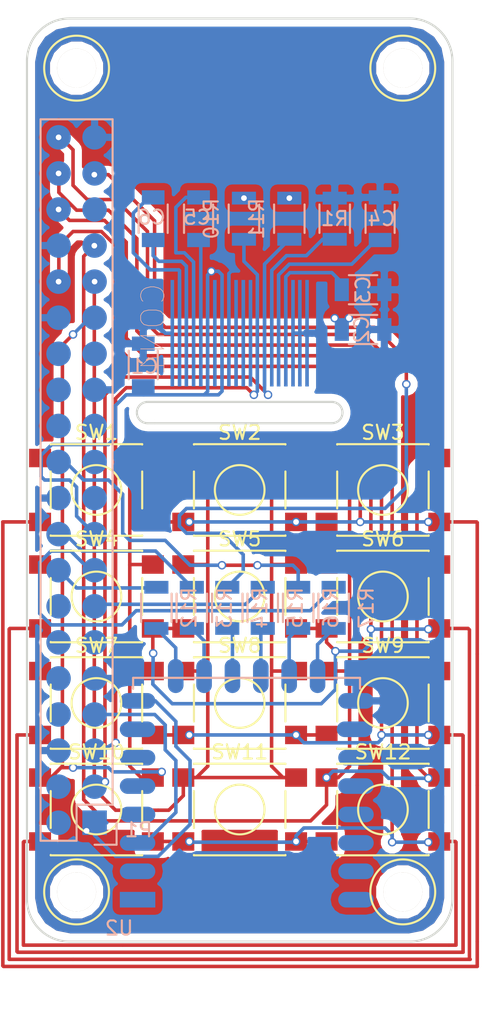
<source format=kicad_pcb>
(kicad_pcb (version 4) (host pcbnew 4.0.3+e1-6302~38~ubuntu16.04.1-stable)

  (general
    (links 98)
    (no_connects 4)
    (area 122.424999 79.424999 152.575001 144.575001)
    (thickness 1.6)
    (drawings 16)
    (tracks 530)
    (zones 0)
    (modules 34)
    (nets 63)
  )

  (page A4)
  (layers
    (0 F.Cu signal)
    (31 B.Cu signal)
    (32 B.Adhes user)
    (33 F.Adhes user hide)
    (34 B.Paste user)
    (35 F.Paste user hide)
    (36 B.SilkS user hide)
    (37 F.SilkS user hide)
    (38 B.Mask user)
    (39 F.Mask user hide)
    (40 Dwgs.User user hide)
    (41 Cmts.User user)
    (42 Eco1.User user)
    (43 Eco2.User user)
    (44 Edge.Cuts user)
    (45 Margin user)
    (46 B.CrtYd user)
    (47 F.CrtYd user hide)
    (48 B.Fab user)
    (49 F.Fab user hide)
  )

  (setup
    (last_trace_width 0.25)
    (trace_clearance 0.2)
    (zone_clearance 0.5)
    (zone_45_only no)
    (trace_min 0.2)
    (segment_width 0.2)
    (edge_width 0.15)
    (via_size 0.6)
    (via_drill 0.4)
    (via_min_size 0.4)
    (via_min_drill 0.3)
    (uvia_size 0.3)
    (uvia_drill 0.1)
    (uvias_allowed no)
    (uvia_min_size 0.2)
    (uvia_min_drill 0.1)
    (pcb_text_width 0.3)
    (pcb_text_size 1.5 1.5)
    (mod_edge_width 0.15)
    (mod_text_size 1 1)
    (mod_text_width 0.15)
    (pad_size 1.7272 1.7272)
    (pad_drill 0)
    (pad_to_mask_clearance 0.2)
    (aux_axis_origin 0 0)
    (visible_elements FFFFEF1F)
    (pcbplotparams
      (layerselection 0x00030_80000001)
      (usegerberextensions false)
      (excludeedgelayer true)
      (linewidth 0.100000)
      (plotframeref false)
      (viasonmask false)
      (mode 1)
      (useauxorigin false)
      (hpglpennumber 1)
      (hpglpenspeed 20)
      (hpglpendiameter 15)
      (hpglpenoverlay 2)
      (psnegative false)
      (psa4output false)
      (plotreference true)
      (plotvalue true)
      (plotinvisibletext false)
      (padsonsilk false)
      (subtractmaskfromsilk false)
      (outputformat 1)
      (mirror false)
      (drillshape 1)
      (scaleselection 1)
      (outputdirectory ""))
  )

  (net 0 "")
  (net 1 GND)
  (net 2 +3V3)
  (net 3 "Net-(P1-Pad2)")
  (net 4 "Net-(P1-Pad4)")
  (net 5 OLED_SCL)
  (net 6 ESP_CHPD)
  (net 7 UART_TX)
  (net 8 UART_RX)
  (net 9 SHUTDOWN)
  (net 10 "Net-(P1-Pad12)")
  (net 11 SD_D3)
  (net 12 ESP_CLK)
  (net 13 SD_CMD)
  (net 14 SD_D0)
  (net 15 "Net-(P1-Pad19)")
  (net 16 "Net-(P1-Pad21)")
  (net 17 SD_D1)
  (net 18 "Net-(P1-Pad23)")
  (net 19 "Net-(P1-Pad24)")
  (net 20 "Net-(P1-Pad26)")
  (net 21 "Net-(P1-Pad27)")
  (net 22 "Net-(P1-Pad28)")
  (net 23 COL_1)
  (net 24 COL_2)
  (net 25 ROW_1)
  (net 26 COL_3)
  (net 27 "Net-(P1-Pad35)")
  (net 28 ROW_2)
  (net 29 SD_D2)
  (net 30 ROW_3)
  (net 31 ROW_4)
  (net 32 "Net-(C3-Pad1)")
  (net 33 OLED_SDA)
  (net 34 "Net-(C4-Pad1)")
  (net 35 "Net-(C5-Pad1)")
  (net 36 "Net-(C5-Pad2)")
  (net 37 "Net-(C6-Pad1)")
  (net 38 "Net-(C6-Pad2)")
  (net 39 "Net-(CON1-Pad7)")
  (net 40 "Net-(CON1-Pad15)")
  (net 41 "Net-(CON1-Pad10)")
  (net 42 "Net-(CON1-Pad11)")
  (net 43 "Net-(CON1-Pad12)")
  (net 44 "Net-(R12-Pad1)")
  (net 45 "Net-(R13-Pad1)")
  (net 46 "Net-(R14-Pad1)")
  (net 47 "Net-(R15-Pad1)")
  (net 48 "Net-(R16-Pad1)")
  (net 49 "Net-(R17-Pad1)")
  (net 50 "Net-(U2-Pad1)")
  (net 51 "Net-(U2-Pad2)")
  (net 52 "Net-(U2-Pad4)")
  (net 53 "Net-(U2-Pad5)")
  (net 54 "Net-(U2-Pad6)")
  (net 55 "Net-(U2-Pad7)")
  (net 56 "Net-(U2-Pad16)")
  (net 57 "Net-(U2-Pad17)")
  (net 58 "Net-(U2-Pad18)")
  (net 59 "Net-(U2-Pad19)")
  (net 60 "Net-(U2-Pad20)")
  (net 61 "Net-(U2-Pad21)")
  (net 62 "Net-(U2-Pad22)")

  (net_class Default "This is the default net class."
    (clearance 0.2)
    (trace_width 0.25)
    (via_dia 0.6)
    (via_drill 0.4)
    (uvia_dia 0.3)
    (uvia_drill 0.1)
    (add_net +3V3)
    (add_net COL_1)
    (add_net COL_2)
    (add_net COL_3)
    (add_net ESP_CHPD)
    (add_net ESP_CLK)
    (add_net GND)
    (add_net "Net-(C3-Pad1)")
    (add_net "Net-(C4-Pad1)")
    (add_net "Net-(C5-Pad1)")
    (add_net "Net-(C5-Pad2)")
    (add_net "Net-(C6-Pad1)")
    (add_net "Net-(C6-Pad2)")
    (add_net "Net-(CON1-Pad10)")
    (add_net "Net-(CON1-Pad11)")
    (add_net "Net-(CON1-Pad12)")
    (add_net "Net-(CON1-Pad15)")
    (add_net "Net-(CON1-Pad7)")
    (add_net "Net-(P1-Pad12)")
    (add_net "Net-(P1-Pad19)")
    (add_net "Net-(P1-Pad2)")
    (add_net "Net-(P1-Pad21)")
    (add_net "Net-(P1-Pad23)")
    (add_net "Net-(P1-Pad24)")
    (add_net "Net-(P1-Pad26)")
    (add_net "Net-(P1-Pad27)")
    (add_net "Net-(P1-Pad28)")
    (add_net "Net-(P1-Pad35)")
    (add_net "Net-(P1-Pad4)")
    (add_net "Net-(R12-Pad1)")
    (add_net "Net-(R13-Pad1)")
    (add_net "Net-(R14-Pad1)")
    (add_net "Net-(R15-Pad1)")
    (add_net "Net-(R16-Pad1)")
    (add_net "Net-(R17-Pad1)")
    (add_net "Net-(U2-Pad1)")
    (add_net "Net-(U2-Pad16)")
    (add_net "Net-(U2-Pad17)")
    (add_net "Net-(U2-Pad18)")
    (add_net "Net-(U2-Pad19)")
    (add_net "Net-(U2-Pad2)")
    (add_net "Net-(U2-Pad20)")
    (add_net "Net-(U2-Pad21)")
    (add_net "Net-(U2-Pad22)")
    (add_net "Net-(U2-Pad4)")
    (add_net "Net-(U2-Pad5)")
    (add_net "Net-(U2-Pad6)")
    (add_net "Net-(U2-Pad7)")
    (add_net OLED_SCL)
    (add_net OLED_SDA)
    (add_net ROW_1)
    (add_net ROW_2)
    (add_net ROW_3)
    (add_net ROW_4)
    (add_net SD_CMD)
    (add_net SD_D0)
    (add_net SD_D1)
    (add_net SD_D2)
    (add_net SD_D3)
    (add_net SHUTDOWN)
    (add_net UART_RX)
    (add_net UART_TX)
  )

  (net_class Power ""
    (clearance 0.2)
    (trace_width 0.45)
    (via_dia 0.6)
    (via_drill 0.4)
    (uvia_dia 0.3)
    (uvia_drill 0.1)
  )

  (module Buttons_Switches_SMD:SW_SPST_PTS645 (layer F.Cu) (tedit 56E05A10) (tstamp 576AAA31)
    (at 137.5 135.2)
    (descr "C&K Components SPST SMD PTS645 Series 6mm Tact Switch")
    (tags "SPST Button Switch")
    (path /572BD6CB)
    (attr smd)
    (fp_text reference SW11 (at 0 -4.05) (layer F.SilkS)
      (effects (font (size 1 1) (thickness 0.15)))
    )
    (fp_text value 0/OK (at 0 4.15) (layer F.Fab)
      (effects (font (size 1 1) (thickness 0.15)))
    )
    (fp_circle (center 0 0) (end 1.75 -0.05) (layer F.SilkS) (width 0.15))
    (fp_line (start 5.05 3.4) (end 5.05 -3.4) (layer F.CrtYd) (width 0.05))
    (fp_line (start -5.05 -3.4) (end -5.05 3.4) (layer F.CrtYd) (width 0.05))
    (fp_line (start -5.05 3.4) (end 5.05 3.4) (layer F.CrtYd) (width 0.05))
    (fp_line (start -5.05 -3.4) (end 5.05 -3.4) (layer F.CrtYd) (width 0.05))
    (fp_line (start 3.225 -3.225) (end 3.225 -3.2) (layer F.SilkS) (width 0.15))
    (fp_line (start 3.225 3.225) (end 3.225 3.2) (layer F.SilkS) (width 0.15))
    (fp_line (start -3.225 3.225) (end -3.225 3.2) (layer F.SilkS) (width 0.15))
    (fp_line (start -3.225 -3.2) (end -3.225 -3.225) (layer F.SilkS) (width 0.15))
    (fp_line (start 3.225 -1.3) (end 3.225 1.3) (layer F.SilkS) (width 0.15))
    (fp_line (start -3.225 -3.225) (end 3.225 -3.225) (layer F.SilkS) (width 0.15))
    (fp_line (start -3.225 -1.3) (end -3.225 1.3) (layer F.SilkS) (width 0.15))
    (fp_line (start -3.225 3.225) (end 3.225 3.225) (layer F.SilkS) (width 0.15))
    (pad 2 smd rect (at -3.975 2.25) (size 1.55 1.3) (layers F.Cu F.Paste F.Mask)
      (net 31 ROW_4))
    (pad 1 smd rect (at -3.975 -2.25) (size 1.55 1.3) (layers F.Cu F.Paste F.Mask)
      (net 24 COL_2))
    (pad 1 smd rect (at 3.975 -2.25) (size 1.55 1.3) (layers F.Cu F.Paste F.Mask)
      (net 24 COL_2))
    (pad 2 smd rect (at 3.975 2.25) (size 1.55 1.3) (layers F.Cu F.Paste F.Mask)
      (net 31 ROW_4))
    (model Buttons_Switches_SMD.3dshapes/SW_SPST_PTS645.wrl
      (at (xyz 0 0 0))
      (scale (xyz 1 1 1))
      (rotate (xyz 0 0 0))
    )
  )

  (module hardpass:ESP-12E_smd (layer B.Cu) (tedit 57B86207) (tstamp 57B88043)
    (at 131 141.55)
    (descr "Module, ESP-8266, ESP-12, 16 pad, SMD")
    (tags "Module ESP-8266 ESP8266")
    (path /57B86D32)
    (fp_text reference U2 (at -2 2) (layer B.SilkS)
      (effects (font (size 1 1) (thickness 0.15)) (justify mirror))
    )
    (fp_text value ESP-12E (at 8 -1) (layer B.Fab)
      (effects (font (size 1 1) (thickness 0.15)) (justify mirror))
    )
    (fp_line (start -2.25 0.5) (end -2.25 8.75) (layer B.CrtYd) (width 0.05))
    (fp_line (start -2.25 8.75) (end 15.25 8.75) (layer B.CrtYd) (width 0.05))
    (fp_line (start 15.25 8.75) (end 16.25 8.75) (layer B.CrtYd) (width 0.05))
    (fp_line (start 16.25 8.75) (end 16.25 -16) (layer B.CrtYd) (width 0.05))
    (fp_line (start 16.25 -16) (end -2.25 -16) (layer B.CrtYd) (width 0.05))
    (fp_line (start -2.25 -16) (end -2.25 0.5) (layer B.CrtYd) (width 0.05))
    (fp_line (start -1.016 8.382) (end 14.986 8.382) (layer B.CrtYd) (width 0.1524))
    (fp_line (start 14.986 8.382) (end 14.986 0.889) (layer B.CrtYd) (width 0.1524))
    (fp_line (start -1.016 8.382) (end -1.016 1.016) (layer B.CrtYd) (width 0.1524))
    (fp_line (start -1.016 -14.859) (end -1.016 -15.621) (layer B.SilkS) (width 0.1524))
    (fp_line (start -1.016 -15.621) (end 14.986 -15.621) (layer B.SilkS) (width 0.1524))
    (fp_line (start 14.986 -15.621) (end 14.986 -14.859) (layer B.SilkS) (width 0.1524))
    (fp_line (start 14.992 8.4) (end -1.008 2.6) (layer B.CrtYd) (width 0.1524))
    (fp_line (start -1.008 8.4) (end 14.992 2.6) (layer B.CrtYd) (width 0.1524))
    (fp_text user "No Copper" (at 6.892 5.4) (layer B.CrtYd)
      (effects (font (size 1 1) (thickness 0.15)) (justify mirror))
    )
    (fp_line (start -1.008 2.6) (end 14.992 2.6) (layer B.CrtYd) (width 0.1524))
    (fp_line (start 15 8.4) (end 15 -15.6) (layer B.Fab) (width 0.05))
    (fp_line (start 14.992 -15.6) (end -1.008 -15.6) (layer B.Fab) (width 0.05))
    (fp_line (start -1.008 -15.6) (end -1.008 8.4) (layer B.Fab) (width 0.05))
    (fp_line (start -1.008 8.4) (end 14.992 8.4) (layer B.Fab) (width 0.05))
    (pad 1 smd rect (at 0 0) (size 2.5 1.1) (drill (offset -0.7 0)) (layers B.Cu B.Paste B.Mask)
      (net 50 "Net-(U2-Pad1)"))
    (pad 2 smd oval (at 0 -2) (size 2.5 1.1) (drill (offset -0.7 0)) (layers B.Cu B.Paste B.Mask)
      (net 51 "Net-(U2-Pad2)"))
    (pad 3 smd oval (at 0 -4) (size 2.5 1.1) (drill (offset -0.7 0)) (layers B.Cu B.Paste B.Mask)
      (net 6 ESP_CHPD))
    (pad 4 smd oval (at 0 -6) (size 2.5 1.1) (drill (offset -0.7 0)) (layers B.Cu B.Paste B.Mask)
      (net 52 "Net-(U2-Pad4)"))
    (pad 5 smd oval (at 0 -8) (size 2.5 1.1) (drill (offset -0.7 0)) (layers B.Cu B.Paste B.Mask)
      (net 53 "Net-(U2-Pad5)"))
    (pad 6 smd oval (at 0 -10) (size 2.5 1.1) (drill (offset -0.7 0)) (layers B.Cu B.Paste B.Mask)
      (net 54 "Net-(U2-Pad6)"))
    (pad 7 smd oval (at 0 -12) (size 2.5 1.1) (drill (offset -0.7 0)) (layers B.Cu B.Paste B.Mask)
      (net 55 "Net-(U2-Pad7)"))
    (pad 8 smd oval (at 0 -14) (size 2.5 1.1) (drill (offset -0.7 0)) (layers B.Cu B.Paste B.Mask)
      (net 2 +3V3))
    (pad 9 smd oval (at 1.99 -15.75 270) (size 2.4 1.1) (layers B.Cu B.Paste B.Mask)
      (net 44 "Net-(R12-Pad1)"))
    (pad 10 smd oval (at 3.99 -15.75 270) (size 2.4 1.1) (layers B.Cu B.Paste B.Mask)
      (net 45 "Net-(R13-Pad1)"))
    (pad 11 smd oval (at 5.99 -15.75 270) (size 2.4 1.1) (layers B.Cu B.Paste B.Mask)
      (net 46 "Net-(R14-Pad1)"))
    (pad 12 smd oval (at 7.99 -15.75 270) (size 2.4 1.1) (layers B.Cu B.Paste B.Mask)
      (net 47 "Net-(R15-Pad1)"))
    (pad 13 smd oval (at 9.99 -15.75 270) (size 2.4 1.1) (layers B.Cu B.Paste B.Mask)
      (net 48 "Net-(R16-Pad1)"))
    (pad 14 smd oval (at 11.99 -15.75 270) (size 2.4 1.1) (layers B.Cu B.Paste B.Mask)
      (net 49 "Net-(R17-Pad1)"))
    (pad 15 smd oval (at 14 -14) (size 2.5 1.1) (drill (offset 0.7 0)) (layers B.Cu B.Paste B.Mask)
      (net 1 GND))
    (pad 16 smd oval (at 14 -12) (size 2.5 1.1) (drill (offset 0.6 0)) (layers B.Cu B.Paste B.Mask)
      (net 56 "Net-(U2-Pad16)"))
    (pad 17 smd oval (at 14 -10) (size 2.5 1.1) (drill (offset 0.7 0)) (layers B.Cu B.Paste B.Mask)
      (net 57 "Net-(U2-Pad17)"))
    (pad 18 smd oval (at 14 -8) (size 2.5 1.1) (drill (offset 0.7 0)) (layers B.Cu B.Paste B.Mask)
      (net 58 "Net-(U2-Pad18)"))
    (pad 19 smd oval (at 14 -6) (size 2.5 1.1) (drill (offset 0.7 0)) (layers B.Cu B.Paste B.Mask)
      (net 59 "Net-(U2-Pad19)"))
    (pad 20 smd oval (at 14 -4) (size 2.5 1.1) (drill (offset 0.7 0)) (layers B.Cu B.Paste B.Mask)
      (net 60 "Net-(U2-Pad20)"))
    (pad 21 smd oval (at 14 -2) (size 2.5 1.1) (drill (offset 0.7 0)) (layers B.Cu B.Paste B.Mask)
      (net 61 "Net-(U2-Pad21)"))
    (pad 22 smd oval (at 14 0) (size 2.5 1.1) (drill (offset 0.7 0)) (layers B.Cu B.Paste B.Mask)
      (net 62 "Net-(U2-Pad22)"))
    (model ${ESPLIB}/ESP8266.3dshapes/ESP-12.wrl
      (at (xyz 0.04 0 0))
      (scale (xyz 0.3937 0.3937 0.3937))
      (rotate (xyz 0 0 0))
    )
  )

  (module Buttons_Switches_SMD:SW_SPST_PTS645 (layer F.Cu) (tedit 56E05A10) (tstamp 576AA989)
    (at 147.6 112.7)
    (descr "C&K Components SPST SMD PTS645 Series 6mm Tact Switch")
    (tags "SPST Button Switch")
    (path /572BCC13)
    (attr smd)
    (fp_text reference SW3 (at 0 -4.05) (layer F.SilkS)
      (effects (font (size 1 1) (thickness 0.15)))
    )
    (fp_text value 3 (at 0 4.15) (layer F.Fab)
      (effects (font (size 1 1) (thickness 0.15)))
    )
    (fp_circle (center 0 0) (end 1.75 -0.05) (layer F.SilkS) (width 0.15))
    (fp_line (start 5.05 3.4) (end 5.05 -3.4) (layer F.CrtYd) (width 0.05))
    (fp_line (start -5.05 -3.4) (end -5.05 3.4) (layer F.CrtYd) (width 0.05))
    (fp_line (start -5.05 3.4) (end 5.05 3.4) (layer F.CrtYd) (width 0.05))
    (fp_line (start -5.05 -3.4) (end 5.05 -3.4) (layer F.CrtYd) (width 0.05))
    (fp_line (start 3.225 -3.225) (end 3.225 -3.2) (layer F.SilkS) (width 0.15))
    (fp_line (start 3.225 3.225) (end 3.225 3.2) (layer F.SilkS) (width 0.15))
    (fp_line (start -3.225 3.225) (end -3.225 3.2) (layer F.SilkS) (width 0.15))
    (fp_line (start -3.225 -3.2) (end -3.225 -3.225) (layer F.SilkS) (width 0.15))
    (fp_line (start 3.225 -1.3) (end 3.225 1.3) (layer F.SilkS) (width 0.15))
    (fp_line (start -3.225 -3.225) (end 3.225 -3.225) (layer F.SilkS) (width 0.15))
    (fp_line (start -3.225 -1.3) (end -3.225 1.3) (layer F.SilkS) (width 0.15))
    (fp_line (start -3.225 3.225) (end 3.225 3.225) (layer F.SilkS) (width 0.15))
    (pad 2 smd rect (at -3.975 2.25) (size 1.55 1.3) (layers F.Cu F.Paste F.Mask)
      (net 25 ROW_1))
    (pad 1 smd rect (at -3.975 -2.25) (size 1.55 1.3) (layers F.Cu F.Paste F.Mask)
      (net 26 COL_3))
    (pad 1 smd rect (at 3.975 -2.25) (size 1.55 1.3) (layers F.Cu F.Paste F.Mask)
      (net 26 COL_3))
    (pad 2 smd rect (at 3.975 2.25) (size 1.55 1.3) (layers F.Cu F.Paste F.Mask)
      (net 25 ROW_1))
    (model Buttons_Switches_SMD.3dshapes/SW_SPST_PTS645.wrl
      (at (xyz 0 0 0))
      (scale (xyz 1 1 1))
      (rotate (xyz 0 0 0))
    )
  )

  (module Connect:1pin (layer F.Cu) (tedit 576A5A2B) (tstamp 576A5535)
    (at 126 83)
    (descr "module 1 pin (ou trou mecanique de percage)")
    (tags DEV)
    (fp_text reference REF** (at 0 -3.048) (layer F.SilkS) hide
      (effects (font (size 1 1) (thickness 0.15)))
    )
    (fp_text value 1pin (at 0 2.794) (layer F.Fab) hide
      (effects (font (size 1 1) (thickness 0.15)))
    )
    (fp_circle (center 0 0) (end 0 -2.286) (layer F.SilkS) (width 0.15))
    (pad 1 thru_hole circle (at 0 0) (size 2.75 2.75) (drill 2.75) (layers *.Cu *.Mask F.SilkS))
  )

  (module Connect:1pin (layer F.Cu) (tedit 576A5A3A) (tstamp 576A559C)
    (at 149 141)
    (descr "module 1 pin (ou trou mecanique de percage)")
    (tags DEV)
    (fp_text reference REF** (at 0 -3.048) (layer F.SilkS) hide
      (effects (font (size 1 1) (thickness 0.15)))
    )
    (fp_text value 1pin (at 0 2.794) (layer F.Fab) hide
      (effects (font (size 1 1) (thickness 0.15)))
    )
    (fp_circle (center 0 0) (end 0 -2.286) (layer F.SilkS) (width 0.15))
    (pad 1 thru_hole circle (at 0 0) (size 2.75 2.75) (drill 2.75) (layers *.Cu *.Mask F.SilkS))
  )

  (module Connect:1pin (layer F.Cu) (tedit 576A5A40) (tstamp 576A5565)
    (at 126 141)
    (descr "module 1 pin (ou trou mecanique de percage)")
    (tags DEV)
    (fp_text reference REF** (at 0 -3.048) (layer F.SilkS) hide
      (effects (font (size 1 1) (thickness 0.15)))
    )
    (fp_text value 1pin (at 0 2.794) (layer F.Fab) hide
      (effects (font (size 1 1) (thickness 0.15)))
    )
    (fp_circle (center 0 0) (end 0 -2.286) (layer F.SilkS) (width 0.15))
    (pad 1 thru_hole circle (at 0 0) (size 2.75 2.75) (drill 2.75) (layers *.Cu *.Mask F.SilkS))
  )

  (module hardpass:Pin_Header_Mirrored-NoHoles_2x20 (layer B.Cu) (tedit 57B4C41D) (tstamp 5728B380)
    (at 124.87 136.13)
    (descr "Through hole pin header")
    (tags "pin header")
    (path /57211855)
    (fp_text reference P1 (at 5.5 0.5) (layer B.SilkS)
      (effects (font (size 1 1) (thickness 0.15)) (justify mirror))
    )
    (fp_text value Pi_Zero (at 0 3.1) (layer B.Fab)
      (effects (font (size 1 1) (thickness 0.15)) (justify mirror))
    )
    (fp_line (start 4.15 1.75) (end 4.15 -50.05) (layer B.CrtYd) (width 0.05))
    (fp_line (start -1.9 1.75) (end -1.9 -50.05) (layer B.CrtYd) (width 0.05))
    (fp_line (start 4.15 1.75) (end -1.9 1.75) (layer B.CrtYd) (width 0.05))
    (fp_line (start 4.15 -50.05) (end -1.9 -50.05) (layer B.CrtYd) (width 0.05))
    (fp_line (start -1.41 -49.53) (end -1.41 1.27) (layer B.SilkS) (width 0.15))
    (fp_line (start 3.67 -1.27) (end 3.67 -49.53) (layer B.SilkS) (width 0.15))
    (fp_line (start -1.41 -49.53) (end 3.67 -49.53) (layer B.SilkS) (width 0.15))
    (fp_line (start -1.41 1.27) (end 1.13 1.27) (layer B.SilkS) (width 0.15))
    (fp_line (start 2.4 1.55) (end 3.95 1.55) (layer B.SilkS) (width 0.15))
    (fp_line (start 1.13 1.27) (end 1.13 -1.27) (layer B.SilkS) (width 0.15))
    (fp_line (start 1.13 -1.27) (end 3.67 -1.27) (layer B.SilkS) (width 0.15))
    (fp_line (start 3.95 1.55) (end 3.95 0) (layer B.SilkS) (width 0.15))
    (pad 1 smd rect (at 2.4 0 180) (size 1.7272 1.7272) (layers B.Cu B.Paste B.Mask)
      (net 2 +3V3))
    (pad 2 smd oval (at -0.14 0 180) (size 1.7272 1.7272) (layers B.Cu B.Paste B.Mask)
      (net 3 "Net-(P1-Pad2)"))
    (pad 3 smd oval (at 2.4 -2.54 180) (size 1.7272 1.7272) (layers B.Cu B.Paste B.Mask)
      (net 33 OLED_SDA))
    (pad 4 smd oval (at -0.14 -2.54 180) (size 1.7272 1.7272) (layers B.Cu B.Paste B.Mask)
      (net 4 "Net-(P1-Pad4)"))
    (pad 5 smd oval (at 2.4 -5.08 180) (size 1.7272 1.7272) (layers B.Cu B.Paste B.Mask)
      (net 5 OLED_SCL))
    (pad 6 smd oval (at -0.14 -5.08 180) (size 1.7272 1.7272) (layers B.Cu B.Paste B.Mask)
      (net 1 GND))
    (pad 7 smd oval (at 2.4 -7.62 180) (size 1.7272 1.7272) (layers B.Cu B.Paste B.Mask)
      (net 6 ESP_CHPD))
    (pad 8 smd oval (at -0.14 -7.62 180) (size 1.7272 1.7272) (layers B.Cu B.Paste B.Mask)
      (net 7 UART_TX))
    (pad 9 smd oval (at 2.4 -10.16 180) (size 1.7272 1.7272) (layers B.Cu B.Paste B.Mask)
      (net 1 GND))
    (pad 10 smd oval (at -0.14 -10.16 180) (size 1.7272 1.7272) (layers B.Cu B.Paste B.Mask)
      (net 8 UART_RX))
    (pad 11 smd oval (at 2.4 -12.7 180) (size 1.7272 1.7272) (layers B.Cu B.Paste B.Mask)
      (net 9 SHUTDOWN))
    (pad 12 smd oval (at -0.14 -12.7 180) (size 1.7272 1.7272) (layers B.Cu B.Paste B.Mask)
      (net 10 "Net-(P1-Pad12)"))
    (pad 13 smd oval (at 2.4 -15.24 180) (size 1.7272 1.7272) (layers B.Cu B.Paste B.Mask)
      (net 11 SD_D3))
    (pad 14 smd oval (at -0.14 -15.24 180) (size 1.7272 1.7272) (layers B.Cu B.Paste B.Mask)
      (net 1 GND))
    (pad 15 smd oval (at 2.4 -17.78 180) (size 1.7272 1.7272) (layers B.Cu B.Paste B.Mask)
      (net 12 ESP_CLK))
    (pad 16 smd oval (at -0.14 -17.78 180) (size 1.7272 1.7272) (layers B.Cu B.Paste B.Mask)
      (net 13 SD_CMD))
    (pad 17 smd oval (at 2.4 -20.32 180) (size 1.7272 1.7272) (layers B.Cu B.Paste B.Mask)
      (net 2 +3V3))
    (pad 18 smd oval (at -0.14 -20.32 180) (size 1.7272 1.7272) (layers B.Cu B.Paste B.Mask)
      (net 14 SD_D0))
    (pad 19 smd oval (at 2.4 -22.86 180) (size 1.7272 1.7272) (layers B.Cu B.Paste B.Mask)
      (net 15 "Net-(P1-Pad19)"))
    (pad 20 smd oval (at -0.14 -22.86 180) (size 1.7272 1.7272) (layers B.Cu B.Paste B.Mask)
      (net 1 GND))
    (pad 21 smd oval (at 2.4 -25.4 180) (size 1.7272 1.7272) (layers B.Cu B.Paste B.Mask)
      (net 16 "Net-(P1-Pad21)"))
    (pad 22 smd oval (at -0.14 -25.4 180) (size 1.7272 1.7272) (layers B.Cu B.Paste B.Mask)
      (net 17 SD_D1))
    (pad 23 smd oval (at 2.4 -27.94 180) (size 1.7272 1.7272) (layers B.Cu B.Paste B.Mask)
      (net 18 "Net-(P1-Pad23)"))
    (pad 24 smd oval (at -0.14 -27.94 180) (size 1.7272 1.7272) (layers B.Cu B.Paste B.Mask)
      (net 19 "Net-(P1-Pad24)"))
    (pad 25 smd oval (at 2.4 -30.48 180) (size 1.7272 1.7272) (layers B.Cu B.Paste B.Mask)
      (net 1 GND))
    (pad 26 smd oval (at -0.14 -30.48 180) (size 1.7272 1.7272) (layers B.Cu B.Paste B.Mask)
      (net 20 "Net-(P1-Pad26)"))
    (pad 27 smd oval (at 2.4 -33.02 180) (size 1.7272 1.7272) (layers B.Cu B.Paste B.Mask)
      (net 21 "Net-(P1-Pad27)"))
    (pad 28 smd oval (at -0.14 -33.02 180) (size 1.7272 1.7272) (layers B.Cu B.Paste B.Mask)
      (net 22 "Net-(P1-Pad28)"))
    (pad 29 smd oval (at 2.4 -35.56 180) (size 1.7272 1.7272) (layers B.Cu B.Paste B.Mask)
      (net 23 COL_1))
    (pad 30 smd oval (at -0.14 -35.56 180) (size 1.7272 1.7272) (layers B.Cu B.Paste B.Mask)
      (net 1 GND))
    (pad 31 smd oval (at 2.4 -38.1 180) (size 1.7272 1.7272) (layers B.Cu B.Paste B.Mask)
      (net 24 COL_2))
    (pad 32 smd oval (at -0.14 -38.1 180) (size 1.7272 1.7272) (layers B.Cu B.Paste B.Mask)
      (net 25 ROW_1))
    (pad 33 smd oval (at 2.4 -40.64 180) (size 1.7272 1.7272) (layers B.Cu B.Paste B.Mask)
      (net 26 COL_3))
    (pad 34 smd oval (at -0.14 -40.64 180) (size 1.7272 1.7272) (layers B.Cu B.Paste B.Mask)
      (net 1 GND))
    (pad 35 smd oval (at 2.4 -43.18 180) (size 1.7272 1.7272) (layers B.Cu B.Paste B.Mask)
      (net 27 "Net-(P1-Pad35)"))
    (pad 36 smd oval (at -0.14 -43.18 180) (size 1.7272 1.7272) (layers B.Cu B.Paste B.Mask)
      (net 28 ROW_2))
    (pad 37 smd oval (at 2.4 -45.72 180) (size 1.7272 1.7272) (layers B.Cu B.Paste B.Mask)
      (net 29 SD_D2))
    (pad 38 smd oval (at -0.14 -45.72 180) (size 1.7272 1.7272) (layers B.Cu B.Paste B.Mask)
      (net 30 ROW_3))
    (pad 39 smd oval (at 2.4 -48.26 180) (size 1.7272 1.7272) (layers B.Cu B.Paste B.Mask)
      (net 1 GND))
    (pad 40 smd oval (at -0.14 -48.26 180) (size 1.7272 1.7272) (layers B.Cu B.Paste B.Mask)
      (net 31 ROW_4))
  )

  (module Connect:1pin (layer F.Cu) (tedit 576A5A33) (tstamp 576A5479)
    (at 149 83)
    (descr "module 1 pin (ou trou mecanique de percage)")
    (tags DEV)
    (fp_text reference REF** (at 0 -3.048) (layer F.SilkS) hide
      (effects (font (size 1 1) (thickness 0.15)))
    )
    (fp_text value 1pin (at 0 2.794) (layer F.Fab) hide
      (effects (font (size 1 1) (thickness 0.15)))
    )
    (fp_circle (center 0 0) (end 0 -2.286) (layer F.SilkS) (width 0.15))
    (pad 1 thru_hole circle (at 0 0) (size 2.75 2.75) (drill 2.75) (layers *.Cu *.Mask F.SilkS))
  )

  (module Capacitors_SMD:C_1206 (layer B.Cu) (tedit 576AAF6A) (tstamp 576AA3D6)
    (at 130.7 103.9 90)
    (descr "Capacitor SMD 1206, reflow soldering, AVX (see smccp.pdf)")
    (tags "capacitor 1206")
    (path /576ABC45)
    (attr smd)
    (fp_text reference C1 (at -0.1 0.1 180) (layer B.SilkS)
      (effects (font (size 1 1) (thickness 0.15)) (justify mirror))
    )
    (fp_text value 1µF (at 0 -2.3 90) (layer B.Fab)
      (effects (font (size 1 1) (thickness 0.15)) (justify mirror))
    )
    (fp_line (start -2.3 1.15) (end 2.3 1.15) (layer B.CrtYd) (width 0.05))
    (fp_line (start -2.3 -1.15) (end 2.3 -1.15) (layer B.CrtYd) (width 0.05))
    (fp_line (start -2.3 1.15) (end -2.3 -1.15) (layer B.CrtYd) (width 0.05))
    (fp_line (start 2.3 1.15) (end 2.3 -1.15) (layer B.CrtYd) (width 0.05))
    (fp_line (start 1 1.025) (end -1 1.025) (layer B.SilkS) (width 0.15))
    (fp_line (start -1 -1.025) (end 1 -1.025) (layer B.SilkS) (width 0.15))
    (pad 1 smd rect (at -1.5 0 90) (size 1 1.6) (layers B.Cu B.Paste B.Mask)
      (net 2 +3V3))
    (pad 2 smd rect (at 1.5 0 90) (size 1 1.6) (layers B.Cu B.Paste B.Mask)
      (net 1 GND))
    (model Capacitors_SMD.3dshapes/C_1206.wrl
      (at (xyz 0 0 0))
      (scale (xyz 1 1 1))
      (rotate (xyz 0 0 0))
    )
  )

  (module Capacitors_SMD:C_1206 (layer B.Cu) (tedit 576AAF66) (tstamp 576AA3E2)
    (at 146.2 101.4)
    (descr "Capacitor SMD 1206, reflow soldering, AVX (see smccp.pdf)")
    (tags "capacitor 1206")
    (path /576ABF65)
    (attr smd)
    (fp_text reference C2 (at -0.1 0 90) (layer B.SilkS)
      (effects (font (size 1 1) (thickness 0.15)) (justify mirror))
    )
    (fp_text value 1µF (at 0 -2.3) (layer B.Fab)
      (effects (font (size 1 1) (thickness 0.15)) (justify mirror))
    )
    (fp_line (start -2.3 1.15) (end 2.3 1.15) (layer B.CrtYd) (width 0.05))
    (fp_line (start -2.3 -1.15) (end 2.3 -1.15) (layer B.CrtYd) (width 0.05))
    (fp_line (start -2.3 1.15) (end -2.3 -1.15) (layer B.CrtYd) (width 0.05))
    (fp_line (start 2.3 1.15) (end 2.3 -1.15) (layer B.CrtYd) (width 0.05))
    (fp_line (start 1 1.025) (end -1 1.025) (layer B.SilkS) (width 0.15))
    (fp_line (start -1 -1.025) (end 1 -1.025) (layer B.SilkS) (width 0.15))
    (pad 1 smd rect (at -1.5 0) (size 1 1.6) (layers B.Cu B.Paste B.Mask)
      (net 2 +3V3))
    (pad 2 smd rect (at 1.5 0) (size 1 1.6) (layers B.Cu B.Paste B.Mask)
      (net 1 GND))
    (model Capacitors_SMD.3dshapes/C_1206.wrl
      (at (xyz 0 0 0))
      (scale (xyz 1 1 1))
      (rotate (xyz 0 0 0))
    )
  )

  (module Capacitors_SMD:C_1206 (layer B.Cu) (tedit 576AAF85) (tstamp 576AA3EE)
    (at 146.2 98.6)
    (descr "Capacitor SMD 1206, reflow soldering, AVX (see smccp.pdf)")
    (tags "capacitor 1206")
    (path /576AC79A)
    (attr smd)
    (fp_text reference C3 (at 0 0 90) (layer B.SilkS)
      (effects (font (size 1 1) (thickness 0.15)) (justify mirror))
    )
    (fp_text value 2.2µF (at 0 -2.3) (layer B.Fab)
      (effects (font (size 1 1) (thickness 0.15)) (justify mirror))
    )
    (fp_line (start -2.3 1.15) (end 2.3 1.15) (layer B.CrtYd) (width 0.05))
    (fp_line (start -2.3 -1.15) (end 2.3 -1.15) (layer B.CrtYd) (width 0.05))
    (fp_line (start -2.3 1.15) (end -2.3 -1.15) (layer B.CrtYd) (width 0.05))
    (fp_line (start 2.3 1.15) (end 2.3 -1.15) (layer B.CrtYd) (width 0.05))
    (fp_line (start 1 1.025) (end -1 1.025) (layer B.SilkS) (width 0.15))
    (fp_line (start -1 -1.025) (end 1 -1.025) (layer B.SilkS) (width 0.15))
    (pad 1 smd rect (at -1.5 0) (size 1 1.6) (layers B.Cu B.Paste B.Mask)
      (net 32 "Net-(C3-Pad1)"))
    (pad 2 smd rect (at 1.5 0) (size 1 1.6) (layers B.Cu B.Paste B.Mask)
      (net 1 GND))
    (model Capacitors_SMD.3dshapes/C_1206.wrl
      (at (xyz 0 0 0))
      (scale (xyz 1 1 1))
      (rotate (xyz 0 0 0))
    )
  )

  (module Capacitors_SMD:C_1206 (layer B.Cu) (tedit 576AAF80) (tstamp 576AA3FA)
    (at 147.4 93.6 90)
    (descr "Capacitor SMD 1206, reflow soldering, AVX (see smccp.pdf)")
    (tags "capacitor 1206")
    (path /576ACF95)
    (attr smd)
    (fp_text reference C4 (at 0 0.1 180) (layer B.SilkS)
      (effects (font (size 1 1) (thickness 0.15)) (justify mirror))
    )
    (fp_text value 4.7µF (at 0 -2.3 90) (layer B.Fab)
      (effects (font (size 1 1) (thickness 0.15)) (justify mirror))
    )
    (fp_line (start -2.3 1.15) (end 2.3 1.15) (layer B.CrtYd) (width 0.05))
    (fp_line (start -2.3 -1.15) (end 2.3 -1.15) (layer B.CrtYd) (width 0.05))
    (fp_line (start -2.3 1.15) (end -2.3 -1.15) (layer B.CrtYd) (width 0.05))
    (fp_line (start 2.3 1.15) (end 2.3 -1.15) (layer B.CrtYd) (width 0.05))
    (fp_line (start 1 1.025) (end -1 1.025) (layer B.SilkS) (width 0.15))
    (fp_line (start -1 -1.025) (end 1 -1.025) (layer B.SilkS) (width 0.15))
    (pad 1 smd rect (at -1.5 0 90) (size 1 1.6) (layers B.Cu B.Paste B.Mask)
      (net 34 "Net-(C4-Pad1)"))
    (pad 2 smd rect (at 1.5 0 90) (size 1 1.6) (layers B.Cu B.Paste B.Mask)
      (net 1 GND))
    (model Capacitors_SMD.3dshapes/C_1206.wrl
      (at (xyz 0 0 0))
      (scale (xyz 1 1 1))
      (rotate (xyz 0 0 0))
    )
  )

  (module Capacitors_SMD:C_1206 (layer B.Cu) (tedit 576AAF5C) (tstamp 576AA406)
    (at 134.6 93.6 270)
    (descr "Capacitor SMD 1206, reflow soldering, AVX (see smccp.pdf)")
    (tags "capacitor 1206")
    (path /576AB9B6)
    (attr smd)
    (fp_text reference C5 (at -0.1 0.1 360) (layer B.SilkS)
      (effects (font (size 1 1) (thickness 0.15)) (justify mirror))
    )
    (fp_text value 1µF (at 0 -2.3 270) (layer B.Fab)
      (effects (font (size 1 1) (thickness 0.15)) (justify mirror))
    )
    (fp_line (start -2.3 1.15) (end 2.3 1.15) (layer B.CrtYd) (width 0.05))
    (fp_line (start -2.3 -1.15) (end 2.3 -1.15) (layer B.CrtYd) (width 0.05))
    (fp_line (start -2.3 1.15) (end -2.3 -1.15) (layer B.CrtYd) (width 0.05))
    (fp_line (start 2.3 1.15) (end 2.3 -1.15) (layer B.CrtYd) (width 0.05))
    (fp_line (start 1 1.025) (end -1 1.025) (layer B.SilkS) (width 0.15))
    (fp_line (start -1 -1.025) (end 1 -1.025) (layer B.SilkS) (width 0.15))
    (pad 1 smd rect (at -1.5 0 270) (size 1 1.6) (layers B.Cu B.Paste B.Mask)
      (net 35 "Net-(C5-Pad1)"))
    (pad 2 smd rect (at 1.5 0 270) (size 1 1.6) (layers B.Cu B.Paste B.Mask)
      (net 36 "Net-(C5-Pad2)"))
    (model Capacitors_SMD.3dshapes/C_1206.wrl
      (at (xyz 0 0 0))
      (scale (xyz 1 1 1))
      (rotate (xyz 0 0 0))
    )
  )

  (module Capacitors_SMD:C_1206 (layer B.Cu) (tedit 576AAF60) (tstamp 576AA412)
    (at 131.4 93.6 270)
    (descr "Capacitor SMD 1206, reflow soldering, AVX (see smccp.pdf)")
    (tags "capacitor 1206")
    (path /576AB858)
    (attr smd)
    (fp_text reference C6 (at -0.1 0.1 360) (layer B.SilkS)
      (effects (font (size 1 1) (thickness 0.15)) (justify mirror))
    )
    (fp_text value 1µF (at 0 -2.3 270) (layer B.Fab)
      (effects (font (size 1 1) (thickness 0.15)) (justify mirror))
    )
    (fp_line (start -2.3 1.15) (end 2.3 1.15) (layer B.CrtYd) (width 0.05))
    (fp_line (start -2.3 -1.15) (end 2.3 -1.15) (layer B.CrtYd) (width 0.05))
    (fp_line (start -2.3 1.15) (end -2.3 -1.15) (layer B.CrtYd) (width 0.05))
    (fp_line (start 2.3 1.15) (end 2.3 -1.15) (layer B.CrtYd) (width 0.05))
    (fp_line (start 1 1.025) (end -1 1.025) (layer B.SilkS) (width 0.15))
    (fp_line (start -1 -1.025) (end 1 -1.025) (layer B.SilkS) (width 0.15))
    (pad 1 smd rect (at -1.5 0 270) (size 1 1.6) (layers B.Cu B.Paste B.Mask)
      (net 37 "Net-(C6-Pad1)"))
    (pad 2 smd rect (at 1.5 0 270) (size 1 1.6) (layers B.Cu B.Paste B.Mask)
      (net 38 "Net-(C6-Pad2)"))
    (model Capacitors_SMD.3dshapes/C_1206.wrl
      (at (xyz 0 0 0))
      (scale (xyz 1 1 1))
      (rotate (xyz 0 0 0))
    )
  )

  (module hardpass:Solderpads_OLED20Pin_.5mmPitch (layer B.Cu) (tedit 576AAF9E) (tstamp 576AA42A)
    (at 137.5 104.1 180)
    (path /576AB656)
    (solder_mask_margin 0.1)
    (attr smd)
    (fp_text reference CON1 (at 6.1 2.7 270) (layer B.SilkS)
      (effects (font (size 1.64 1.64) (thickness 0.05)) (justify mirror))
    )
    (fp_text value ER-OLED-FPC20 (at 0 -2.9 180) (layer B.SilkS) hide
      (effects (font (size 1.64 1.64) (thickness 0.05)) (justify mirror))
    )
    (pad 1 smd rect (at 4.7498 2.4384 270) (size 7.5 0.254) (layers B.Cu B.Paste B.Mask)
      (net 1 GND) (solder_mask_margin 0.2))
    (pad 2 smd rect (at 4.2418 2.4384 270) (size 7.5 0.254) (layers B.Cu B.Paste B.Mask)
      (net 37 "Net-(C6-Pad1)") (solder_mask_margin 0.2))
    (pad 3 smd rect (at 3.7592 2.4384 270) (size 7.5 0.254) (layers B.Cu B.Paste B.Mask)
      (net 38 "Net-(C6-Pad2)") (solder_mask_margin 0.2))
    (pad 4 smd rect (at 3.2512 2.4384 270) (size 7.5 0.254) (layers B.Cu B.Paste B.Mask)
      (net 35 "Net-(C5-Pad1)") (solder_mask_margin 0.2))
    (pad 5 smd rect (at 2.7432 2.4384 270) (size 7.5 0.254) (layers B.Cu B.Paste B.Mask)
      (net 36 "Net-(C5-Pad2)") (solder_mask_margin 0.2))
    (pad 6 smd rect (at 2.2606 2.4384 270) (size 7.5 0.254) (layers B.Cu B.Paste B.Mask)
      (net 2 +3V3) (solder_mask_margin 0.2))
    (pad 7 smd rect (at 1.7526 2.4384 270) (size 7.5 0.254) (layers B.Cu B.Paste B.Mask)
      (net 39 "Net-(CON1-Pad7)") (solder_mask_margin 0.2))
    (pad 8 smd rect (at 1.2446 2.4384 270) (size 7.5 0.254) (layers B.Cu B.Paste B.Mask)
      (net 2 +3V3) (solder_mask_margin 0.2))
    (pad 9 smd rect (at 0.762 2.4384 270) (size 7.5 0.254) (layers B.Cu B.Paste B.Mask)
      (net 1 GND) (solder_mask_margin 0.2))
    (pad 10 smd rect (at 0.254 2.4384 270) (size 7.5 0.254) (layers B.Cu B.Paste B.Mask)
      (net 41 "Net-(CON1-Pad10)") (solder_mask_margin 0.2))
    (pad 11 smd rect (at -0.254 2.4384 270) (size 7.5 0.254) (layers B.Cu B.Paste B.Mask)
      (net 42 "Net-(CON1-Pad11)") (solder_mask_margin 0.2))
    (pad 12 smd rect (at -0.762 2.4384 270) (size 7.5 0.254) (layers B.Cu B.Paste B.Mask)
      (net 43 "Net-(CON1-Pad12)") (solder_mask_margin 0.2))
    (pad 13 smd rect (at -1.2446 2.4384 270) (size 7.5 0.254) (layers B.Cu B.Paste B.Mask)
      (net 5 OLED_SCL) (solder_mask_margin 0.2))
    (pad 14 smd rect (at -1.7526 2.4384 270) (size 7.5 0.254) (layers B.Cu B.Paste B.Mask)
      (net 33 OLED_SDA) (solder_mask_margin 0.2))
    (pad 15 smd rect (at -2.2606 2.4384 270) (size 7.5 0.254) (layers B.Cu B.Paste B.Mask)
      (net 40 "Net-(CON1-Pad15)") (solder_mask_margin 0.2))
    (pad 16 smd rect (at -2.7432 2.4384 270) (size 7.5 0.254) (layers B.Cu B.Paste B.Mask)
      (net 34 "Net-(C4-Pad1)") (solder_mask_margin 0.2))
    (pad 17 smd rect (at -3.2512 2.4384 270) (size 7.5 0.254) (layers B.Cu B.Paste B.Mask)
      (net 32 "Net-(C3-Pad1)") (solder_mask_margin 0.2))
    (pad 18 smd rect (at -3.7592 2.4384 270) (size 7.5 0.254) (layers B.Cu B.Paste B.Mask)
      (net 1 GND) (solder_mask_margin 0.2))
    (pad 19 smd rect (at -4.2418 2.4384 270) (size 7.5 0.254) (layers B.Cu B.Paste B.Mask)
      (net 1 GND) (solder_mask_margin 0.2))
    (pad 20 smd rect (at -4.7498 2.4384 270) (size 7.5 0.254) (layers B.Cu B.Paste B.Mask)
      (net 1 GND) (solder_mask_margin 0.2))
  )

  (module Resistors_SMD:R_1206 (layer B.Cu) (tedit 576AAF71) (tstamp 576AA436)
    (at 144.2 93.6 90)
    (descr "Resistor SMD 1206, reflow soldering, Vishay (see dcrcw.pdf)")
    (tags "resistor 1206")
    (path /576AE193)
    (attr smd)
    (fp_text reference R1 (at 0 0 180) (layer B.SilkS)
      (effects (font (size 1 1) (thickness 0.15)) (justify mirror))
    )
    (fp_text value 390k (at 0 -2.3 90) (layer B.Fab)
      (effects (font (size 1 1) (thickness 0.15)) (justify mirror))
    )
    (fp_line (start -2.2 1.2) (end 2.2 1.2) (layer B.CrtYd) (width 0.05))
    (fp_line (start -2.2 -1.2) (end 2.2 -1.2) (layer B.CrtYd) (width 0.05))
    (fp_line (start -2.2 1.2) (end -2.2 -1.2) (layer B.CrtYd) (width 0.05))
    (fp_line (start 2.2 1.2) (end 2.2 -1.2) (layer B.CrtYd) (width 0.05))
    (fp_line (start 1 -1.075) (end -1 -1.075) (layer B.SilkS) (width 0.15))
    (fp_line (start -1 1.075) (end 1 1.075) (layer B.SilkS) (width 0.15))
    (pad 1 smd rect (at -1.45 0 90) (size 0.9 1.7) (layers B.Cu B.Paste B.Mask)
      (net 40 "Net-(CON1-Pad15)"))
    (pad 2 smd rect (at 1.45 0 90) (size 0.9 1.7) (layers B.Cu B.Paste B.Mask)
      (net 1 GND))
    (model Resistors_SMD.3dshapes/R_1206.wrl
      (at (xyz 0 0 0))
      (scale (xyz 1 1 1))
      (rotate (xyz 0 0 0))
    )
  )

  (module Buttons_Switches_SMD:SW_SPST_PTS645 (layer F.Cu) (tedit 56E05A10) (tstamp 576AA95F)
    (at 127.4 112.7)
    (descr "C&K Components SPST SMD PTS645 Series 6mm Tact Switch")
    (tags "SPST Button Switch")
    (path /572BCA0F)
    (attr smd)
    (fp_text reference SW1 (at 0 -4.05) (layer F.SilkS)
      (effects (font (size 1 1) (thickness 0.15)))
    )
    (fp_text value 1 (at 0 4.15) (layer F.Fab)
      (effects (font (size 1 1) (thickness 0.15)))
    )
    (fp_circle (center 0 0) (end 1.75 -0.05) (layer F.SilkS) (width 0.15))
    (fp_line (start 5.05 3.4) (end 5.05 -3.4) (layer F.CrtYd) (width 0.05))
    (fp_line (start -5.05 -3.4) (end -5.05 3.4) (layer F.CrtYd) (width 0.05))
    (fp_line (start -5.05 3.4) (end 5.05 3.4) (layer F.CrtYd) (width 0.05))
    (fp_line (start -5.05 -3.4) (end 5.05 -3.4) (layer F.CrtYd) (width 0.05))
    (fp_line (start 3.225 -3.225) (end 3.225 -3.2) (layer F.SilkS) (width 0.15))
    (fp_line (start 3.225 3.225) (end 3.225 3.2) (layer F.SilkS) (width 0.15))
    (fp_line (start -3.225 3.225) (end -3.225 3.2) (layer F.SilkS) (width 0.15))
    (fp_line (start -3.225 -3.2) (end -3.225 -3.225) (layer F.SilkS) (width 0.15))
    (fp_line (start 3.225 -1.3) (end 3.225 1.3) (layer F.SilkS) (width 0.15))
    (fp_line (start -3.225 -3.225) (end 3.225 -3.225) (layer F.SilkS) (width 0.15))
    (fp_line (start -3.225 -1.3) (end -3.225 1.3) (layer F.SilkS) (width 0.15))
    (fp_line (start -3.225 3.225) (end 3.225 3.225) (layer F.SilkS) (width 0.15))
    (pad 2 smd rect (at -3.975 2.25) (size 1.55 1.3) (layers F.Cu F.Paste F.Mask)
      (net 25 ROW_1))
    (pad 1 smd rect (at -3.975 -2.25) (size 1.55 1.3) (layers F.Cu F.Paste F.Mask)
      (net 23 COL_1))
    (pad 1 smd rect (at 3.975 -2.25) (size 1.55 1.3) (layers F.Cu F.Paste F.Mask)
      (net 23 COL_1))
    (pad 2 smd rect (at 3.975 2.25) (size 1.55 1.3) (layers F.Cu F.Paste F.Mask)
      (net 25 ROW_1))
    (model Buttons_Switches_SMD.3dshapes/SW_SPST_PTS645.wrl
      (at (xyz 0 0 0))
      (scale (xyz 1 1 1))
      (rotate (xyz 0 0 0))
    )
  )

  (module Buttons_Switches_SMD:SW_SPST_PTS645 (layer F.Cu) (tedit 56E05A10) (tstamp 576AA974)
    (at 137.5 112.7)
    (descr "C&K Components SPST SMD PTS645 Series 6mm Tact Switch")
    (tags "SPST Button Switch")
    (path /572BCB0D)
    (attr smd)
    (fp_text reference SW2 (at 0 -4.05) (layer F.SilkS)
      (effects (font (size 1 1) (thickness 0.15)))
    )
    (fp_text value 2 (at 0 4.15) (layer F.Fab)
      (effects (font (size 1 1) (thickness 0.15)))
    )
    (fp_circle (center 0 0) (end 1.75 -0.05) (layer F.SilkS) (width 0.15))
    (fp_line (start 5.05 3.4) (end 5.05 -3.4) (layer F.CrtYd) (width 0.05))
    (fp_line (start -5.05 -3.4) (end -5.05 3.4) (layer F.CrtYd) (width 0.05))
    (fp_line (start -5.05 3.4) (end 5.05 3.4) (layer F.CrtYd) (width 0.05))
    (fp_line (start -5.05 -3.4) (end 5.05 -3.4) (layer F.CrtYd) (width 0.05))
    (fp_line (start 3.225 -3.225) (end 3.225 -3.2) (layer F.SilkS) (width 0.15))
    (fp_line (start 3.225 3.225) (end 3.225 3.2) (layer F.SilkS) (width 0.15))
    (fp_line (start -3.225 3.225) (end -3.225 3.2) (layer F.SilkS) (width 0.15))
    (fp_line (start -3.225 -3.2) (end -3.225 -3.225) (layer F.SilkS) (width 0.15))
    (fp_line (start 3.225 -1.3) (end 3.225 1.3) (layer F.SilkS) (width 0.15))
    (fp_line (start -3.225 -3.225) (end 3.225 -3.225) (layer F.SilkS) (width 0.15))
    (fp_line (start -3.225 -1.3) (end -3.225 1.3) (layer F.SilkS) (width 0.15))
    (fp_line (start -3.225 3.225) (end 3.225 3.225) (layer F.SilkS) (width 0.15))
    (pad 2 smd rect (at -3.975 2.25) (size 1.55 1.3) (layers F.Cu F.Paste F.Mask)
      (net 25 ROW_1))
    (pad 1 smd rect (at -3.975 -2.25) (size 1.55 1.3) (layers F.Cu F.Paste F.Mask)
      (net 24 COL_2))
    (pad 1 smd rect (at 3.975 -2.25) (size 1.55 1.3) (layers F.Cu F.Paste F.Mask)
      (net 24 COL_2))
    (pad 2 smd rect (at 3.975 2.25) (size 1.55 1.3) (layers F.Cu F.Paste F.Mask)
      (net 25 ROW_1))
    (model Buttons_Switches_SMD.3dshapes/SW_SPST_PTS645.wrl
      (at (xyz 0 0 0))
      (scale (xyz 1 1 1))
      (rotate (xyz 0 0 0))
    )
  )

  (module Buttons_Switches_SMD:SW_SPST_PTS645 (layer F.Cu) (tedit 56E05A10) (tstamp 576AA99E)
    (at 127.4 120.2)
    (descr "C&K Components SPST SMD PTS645 Series 6mm Tact Switch")
    (tags "SPST Button Switch")
    (path /572BCDB9)
    (attr smd)
    (fp_text reference SW4 (at 0 -4.05) (layer F.SilkS)
      (effects (font (size 1 1) (thickness 0.15)))
    )
    (fp_text value 4 (at 0 4.15) (layer F.Fab)
      (effects (font (size 1 1) (thickness 0.15)))
    )
    (fp_circle (center 0 0) (end 1.75 -0.05) (layer F.SilkS) (width 0.15))
    (fp_line (start 5.05 3.4) (end 5.05 -3.4) (layer F.CrtYd) (width 0.05))
    (fp_line (start -5.05 -3.4) (end -5.05 3.4) (layer F.CrtYd) (width 0.05))
    (fp_line (start -5.05 3.4) (end 5.05 3.4) (layer F.CrtYd) (width 0.05))
    (fp_line (start -5.05 -3.4) (end 5.05 -3.4) (layer F.CrtYd) (width 0.05))
    (fp_line (start 3.225 -3.225) (end 3.225 -3.2) (layer F.SilkS) (width 0.15))
    (fp_line (start 3.225 3.225) (end 3.225 3.2) (layer F.SilkS) (width 0.15))
    (fp_line (start -3.225 3.225) (end -3.225 3.2) (layer F.SilkS) (width 0.15))
    (fp_line (start -3.225 -3.2) (end -3.225 -3.225) (layer F.SilkS) (width 0.15))
    (fp_line (start 3.225 -1.3) (end 3.225 1.3) (layer F.SilkS) (width 0.15))
    (fp_line (start -3.225 -3.225) (end 3.225 -3.225) (layer F.SilkS) (width 0.15))
    (fp_line (start -3.225 -1.3) (end -3.225 1.3) (layer F.SilkS) (width 0.15))
    (fp_line (start -3.225 3.225) (end 3.225 3.225) (layer F.SilkS) (width 0.15))
    (pad 2 smd rect (at -3.975 2.25) (size 1.55 1.3) (layers F.Cu F.Paste F.Mask)
      (net 28 ROW_2))
    (pad 1 smd rect (at -3.975 -2.25) (size 1.55 1.3) (layers F.Cu F.Paste F.Mask)
      (net 23 COL_1))
    (pad 1 smd rect (at 3.975 -2.25) (size 1.55 1.3) (layers F.Cu F.Paste F.Mask)
      (net 23 COL_1))
    (pad 2 smd rect (at 3.975 2.25) (size 1.55 1.3) (layers F.Cu F.Paste F.Mask)
      (net 28 ROW_2))
    (model Buttons_Switches_SMD.3dshapes/SW_SPST_PTS645.wrl
      (at (xyz 0 0 0))
      (scale (xyz 1 1 1))
      (rotate (xyz 0 0 0))
    )
  )

  (module Buttons_Switches_SMD:SW_SPST_PTS645 (layer F.Cu) (tedit 56E05A10) (tstamp 576AA9B3)
    (at 137.5 120.2)
    (descr "C&K Components SPST SMD PTS645 Series 6mm Tact Switch")
    (tags "SPST Button Switch")
    (path /572BCFBE)
    (attr smd)
    (fp_text reference SW5 (at 0 -4.05) (layer F.SilkS)
      (effects (font (size 1 1) (thickness 0.15)))
    )
    (fp_text value 5 (at 0 4.15) (layer F.Fab)
      (effects (font (size 1 1) (thickness 0.15)))
    )
    (fp_circle (center 0 0) (end 1.75 -0.05) (layer F.SilkS) (width 0.15))
    (fp_line (start 5.05 3.4) (end 5.05 -3.4) (layer F.CrtYd) (width 0.05))
    (fp_line (start -5.05 -3.4) (end -5.05 3.4) (layer F.CrtYd) (width 0.05))
    (fp_line (start -5.05 3.4) (end 5.05 3.4) (layer F.CrtYd) (width 0.05))
    (fp_line (start -5.05 -3.4) (end 5.05 -3.4) (layer F.CrtYd) (width 0.05))
    (fp_line (start 3.225 -3.225) (end 3.225 -3.2) (layer F.SilkS) (width 0.15))
    (fp_line (start 3.225 3.225) (end 3.225 3.2) (layer F.SilkS) (width 0.15))
    (fp_line (start -3.225 3.225) (end -3.225 3.2) (layer F.SilkS) (width 0.15))
    (fp_line (start -3.225 -3.2) (end -3.225 -3.225) (layer F.SilkS) (width 0.15))
    (fp_line (start 3.225 -1.3) (end 3.225 1.3) (layer F.SilkS) (width 0.15))
    (fp_line (start -3.225 -3.225) (end 3.225 -3.225) (layer F.SilkS) (width 0.15))
    (fp_line (start -3.225 -1.3) (end -3.225 1.3) (layer F.SilkS) (width 0.15))
    (fp_line (start -3.225 3.225) (end 3.225 3.225) (layer F.SilkS) (width 0.15))
    (pad 2 smd rect (at -3.975 2.25) (size 1.55 1.3) (layers F.Cu F.Paste F.Mask)
      (net 28 ROW_2))
    (pad 1 smd rect (at -3.975 -2.25) (size 1.55 1.3) (layers F.Cu F.Paste F.Mask)
      (net 24 COL_2))
    (pad 1 smd rect (at 3.975 -2.25) (size 1.55 1.3) (layers F.Cu F.Paste F.Mask)
      (net 24 COL_2))
    (pad 2 smd rect (at 3.975 2.25) (size 1.55 1.3) (layers F.Cu F.Paste F.Mask)
      (net 28 ROW_2))
    (model Buttons_Switches_SMD.3dshapes/SW_SPST_PTS645.wrl
      (at (xyz 0 0 0))
      (scale (xyz 1 1 1))
      (rotate (xyz 0 0 0))
    )
  )

  (module Buttons_Switches_SMD:SW_SPST_PTS645 (layer F.Cu) (tedit 56E05A10) (tstamp 576AA9C8)
    (at 147.6 120.2)
    (descr "C&K Components SPST SMD PTS645 Series 6mm Tact Switch")
    (tags "SPST Button Switch")
    (path /572BD09D)
    (attr smd)
    (fp_text reference SW6 (at 0 -4.05) (layer F.SilkS)
      (effects (font (size 1 1) (thickness 0.15)))
    )
    (fp_text value 6 (at 0 4.15) (layer F.Fab)
      (effects (font (size 1 1) (thickness 0.15)))
    )
    (fp_circle (center 0 0) (end 1.75 -0.05) (layer F.SilkS) (width 0.15))
    (fp_line (start 5.05 3.4) (end 5.05 -3.4) (layer F.CrtYd) (width 0.05))
    (fp_line (start -5.05 -3.4) (end -5.05 3.4) (layer F.CrtYd) (width 0.05))
    (fp_line (start -5.05 3.4) (end 5.05 3.4) (layer F.CrtYd) (width 0.05))
    (fp_line (start -5.05 -3.4) (end 5.05 -3.4) (layer F.CrtYd) (width 0.05))
    (fp_line (start 3.225 -3.225) (end 3.225 -3.2) (layer F.SilkS) (width 0.15))
    (fp_line (start 3.225 3.225) (end 3.225 3.2) (layer F.SilkS) (width 0.15))
    (fp_line (start -3.225 3.225) (end -3.225 3.2) (layer F.SilkS) (width 0.15))
    (fp_line (start -3.225 -3.2) (end -3.225 -3.225) (layer F.SilkS) (width 0.15))
    (fp_line (start 3.225 -1.3) (end 3.225 1.3) (layer F.SilkS) (width 0.15))
    (fp_line (start -3.225 -3.225) (end 3.225 -3.225) (layer F.SilkS) (width 0.15))
    (fp_line (start -3.225 -1.3) (end -3.225 1.3) (layer F.SilkS) (width 0.15))
    (fp_line (start -3.225 3.225) (end 3.225 3.225) (layer F.SilkS) (width 0.15))
    (pad 2 smd rect (at -3.975 2.25) (size 1.55 1.3) (layers F.Cu F.Paste F.Mask)
      (net 28 ROW_2))
    (pad 1 smd rect (at -3.975 -2.25) (size 1.55 1.3) (layers F.Cu F.Paste F.Mask)
      (net 26 COL_3))
    (pad 1 smd rect (at 3.975 -2.25) (size 1.55 1.3) (layers F.Cu F.Paste F.Mask)
      (net 26 COL_3))
    (pad 2 smd rect (at 3.975 2.25) (size 1.55 1.3) (layers F.Cu F.Paste F.Mask)
      (net 28 ROW_2))
    (model Buttons_Switches_SMD.3dshapes/SW_SPST_PTS645.wrl
      (at (xyz 0 0 0))
      (scale (xyz 1 1 1))
      (rotate (xyz 0 0 0))
    )
  )

  (module Buttons_Switches_SMD:SW_SPST_PTS645 (layer F.Cu) (tedit 56E05A10) (tstamp 576AA9DD)
    (at 127.4 127.7)
    (descr "C&K Components SPST SMD PTS645 Series 6mm Tact Switch")
    (tags "SPST Button Switch")
    (path /572BD274)
    (attr smd)
    (fp_text reference SW7 (at 0 -4.05) (layer F.SilkS)
      (effects (font (size 1 1) (thickness 0.15)))
    )
    (fp_text value 7 (at 0 4.15) (layer F.Fab)
      (effects (font (size 1 1) (thickness 0.15)))
    )
    (fp_circle (center 0 0) (end 1.75 -0.05) (layer F.SilkS) (width 0.15))
    (fp_line (start 5.05 3.4) (end 5.05 -3.4) (layer F.CrtYd) (width 0.05))
    (fp_line (start -5.05 -3.4) (end -5.05 3.4) (layer F.CrtYd) (width 0.05))
    (fp_line (start -5.05 3.4) (end 5.05 3.4) (layer F.CrtYd) (width 0.05))
    (fp_line (start -5.05 -3.4) (end 5.05 -3.4) (layer F.CrtYd) (width 0.05))
    (fp_line (start 3.225 -3.225) (end 3.225 -3.2) (layer F.SilkS) (width 0.15))
    (fp_line (start 3.225 3.225) (end 3.225 3.2) (layer F.SilkS) (width 0.15))
    (fp_line (start -3.225 3.225) (end -3.225 3.2) (layer F.SilkS) (width 0.15))
    (fp_line (start -3.225 -3.2) (end -3.225 -3.225) (layer F.SilkS) (width 0.15))
    (fp_line (start 3.225 -1.3) (end 3.225 1.3) (layer F.SilkS) (width 0.15))
    (fp_line (start -3.225 -3.225) (end 3.225 -3.225) (layer F.SilkS) (width 0.15))
    (fp_line (start -3.225 -1.3) (end -3.225 1.3) (layer F.SilkS) (width 0.15))
    (fp_line (start -3.225 3.225) (end 3.225 3.225) (layer F.SilkS) (width 0.15))
    (pad 2 smd rect (at -3.975 2.25) (size 1.55 1.3) (layers F.Cu F.Paste F.Mask)
      (net 30 ROW_3))
    (pad 1 smd rect (at -3.975 -2.25) (size 1.55 1.3) (layers F.Cu F.Paste F.Mask)
      (net 23 COL_1))
    (pad 1 smd rect (at 3.975 -2.25) (size 1.55 1.3) (layers F.Cu F.Paste F.Mask)
      (net 23 COL_1))
    (pad 2 smd rect (at 3.975 2.25) (size 1.55 1.3) (layers F.Cu F.Paste F.Mask)
      (net 30 ROW_3))
    (model Buttons_Switches_SMD.3dshapes/SW_SPST_PTS645.wrl
      (at (xyz 0 0 0))
      (scale (xyz 1 1 1))
      (rotate (xyz 0 0 0))
    )
  )

  (module Buttons_Switches_SMD:SW_SPST_PTS645 (layer F.Cu) (tedit 56E05A10) (tstamp 576AA9F2)
    (at 137.5 127.7)
    (descr "C&K Components SPST SMD PTS645 Series 6mm Tact Switch")
    (tags "SPST Button Switch")
    (path /572BD343)
    (attr smd)
    (fp_text reference SW8 (at 0 -4.05) (layer F.SilkS)
      (effects (font (size 1 1) (thickness 0.15)))
    )
    (fp_text value 8 (at 0 4.15) (layer F.Fab)
      (effects (font (size 1 1) (thickness 0.15)))
    )
    (fp_circle (center 0 0) (end 1.75 -0.05) (layer F.SilkS) (width 0.15))
    (fp_line (start 5.05 3.4) (end 5.05 -3.4) (layer F.CrtYd) (width 0.05))
    (fp_line (start -5.05 -3.4) (end -5.05 3.4) (layer F.CrtYd) (width 0.05))
    (fp_line (start -5.05 3.4) (end 5.05 3.4) (layer F.CrtYd) (width 0.05))
    (fp_line (start -5.05 -3.4) (end 5.05 -3.4) (layer F.CrtYd) (width 0.05))
    (fp_line (start 3.225 -3.225) (end 3.225 -3.2) (layer F.SilkS) (width 0.15))
    (fp_line (start 3.225 3.225) (end 3.225 3.2) (layer F.SilkS) (width 0.15))
    (fp_line (start -3.225 3.225) (end -3.225 3.2) (layer F.SilkS) (width 0.15))
    (fp_line (start -3.225 -3.2) (end -3.225 -3.225) (layer F.SilkS) (width 0.15))
    (fp_line (start 3.225 -1.3) (end 3.225 1.3) (layer F.SilkS) (width 0.15))
    (fp_line (start -3.225 -3.225) (end 3.225 -3.225) (layer F.SilkS) (width 0.15))
    (fp_line (start -3.225 -1.3) (end -3.225 1.3) (layer F.SilkS) (width 0.15))
    (fp_line (start -3.225 3.225) (end 3.225 3.225) (layer F.SilkS) (width 0.15))
    (pad 2 smd rect (at -3.975 2.25) (size 1.55 1.3) (layers F.Cu F.Paste F.Mask)
      (net 30 ROW_3))
    (pad 1 smd rect (at -3.975 -2.25) (size 1.55 1.3) (layers F.Cu F.Paste F.Mask)
      (net 24 COL_2))
    (pad 1 smd rect (at 3.975 -2.25) (size 1.55 1.3) (layers F.Cu F.Paste F.Mask)
      (net 24 COL_2))
    (pad 2 smd rect (at 3.975 2.25) (size 1.55 1.3) (layers F.Cu F.Paste F.Mask)
      (net 30 ROW_3))
    (model Buttons_Switches_SMD.3dshapes/SW_SPST_PTS645.wrl
      (at (xyz 0 0 0))
      (scale (xyz 1 1 1))
      (rotate (xyz 0 0 0))
    )
  )

  (module Buttons_Switches_SMD:SW_SPST_PTS645 (layer F.Cu) (tedit 56E05A10) (tstamp 576AAA07)
    (at 147.6 127.7)
    (descr "C&K Components SPST SMD PTS645 Series 6mm Tact Switch")
    (tags "SPST Button Switch")
    (path /572BD459)
    (attr smd)
    (fp_text reference SW9 (at 0 -4.05) (layer F.SilkS)
      (effects (font (size 1 1) (thickness 0.15)))
    )
    (fp_text value 9 (at 0 4.15) (layer F.Fab)
      (effects (font (size 1 1) (thickness 0.15)))
    )
    (fp_circle (center 0 0) (end 1.75 -0.05) (layer F.SilkS) (width 0.15))
    (fp_line (start 5.05 3.4) (end 5.05 -3.4) (layer F.CrtYd) (width 0.05))
    (fp_line (start -5.05 -3.4) (end -5.05 3.4) (layer F.CrtYd) (width 0.05))
    (fp_line (start -5.05 3.4) (end 5.05 3.4) (layer F.CrtYd) (width 0.05))
    (fp_line (start -5.05 -3.4) (end 5.05 -3.4) (layer F.CrtYd) (width 0.05))
    (fp_line (start 3.225 -3.225) (end 3.225 -3.2) (layer F.SilkS) (width 0.15))
    (fp_line (start 3.225 3.225) (end 3.225 3.2) (layer F.SilkS) (width 0.15))
    (fp_line (start -3.225 3.225) (end -3.225 3.2) (layer F.SilkS) (width 0.15))
    (fp_line (start -3.225 -3.2) (end -3.225 -3.225) (layer F.SilkS) (width 0.15))
    (fp_line (start 3.225 -1.3) (end 3.225 1.3) (layer F.SilkS) (width 0.15))
    (fp_line (start -3.225 -3.225) (end 3.225 -3.225) (layer F.SilkS) (width 0.15))
    (fp_line (start -3.225 -1.3) (end -3.225 1.3) (layer F.SilkS) (width 0.15))
    (fp_line (start -3.225 3.225) (end 3.225 3.225) (layer F.SilkS) (width 0.15))
    (pad 2 smd rect (at -3.975 2.25) (size 1.55 1.3) (layers F.Cu F.Paste F.Mask)
      (net 30 ROW_3))
    (pad 1 smd rect (at -3.975 -2.25) (size 1.55 1.3) (layers F.Cu F.Paste F.Mask)
      (net 26 COL_3))
    (pad 1 smd rect (at 3.975 -2.25) (size 1.55 1.3) (layers F.Cu F.Paste F.Mask)
      (net 26 COL_3))
    (pad 2 smd rect (at 3.975 2.25) (size 1.55 1.3) (layers F.Cu F.Paste F.Mask)
      (net 30 ROW_3))
    (model Buttons_Switches_SMD.3dshapes/SW_SPST_PTS645.wrl
      (at (xyz 0 0 0))
      (scale (xyz 1 1 1))
      (rotate (xyz 0 0 0))
    )
  )

  (module Buttons_Switches_SMD:SW_SPST_PTS645 (layer F.Cu) (tedit 56E05A10) (tstamp 576AAA1C)
    (at 127.4 135.2)
    (descr "C&K Components SPST SMD PTS645 Series 6mm Tact Switch")
    (tags "SPST Button Switch")
    (path /572BD528)
    (attr smd)
    (fp_text reference SW10 (at 0 -4.05) (layer F.SilkS)
      (effects (font (size 1 1) (thickness 0.15)))
    )
    (fp_text value C/UP (at 0 4.15) (layer F.Fab)
      (effects (font (size 1 1) (thickness 0.15)))
    )
    (fp_circle (center 0 0) (end 1.75 -0.05) (layer F.SilkS) (width 0.15))
    (fp_line (start 5.05 3.4) (end 5.05 -3.4) (layer F.CrtYd) (width 0.05))
    (fp_line (start -5.05 -3.4) (end -5.05 3.4) (layer F.CrtYd) (width 0.05))
    (fp_line (start -5.05 3.4) (end 5.05 3.4) (layer F.CrtYd) (width 0.05))
    (fp_line (start -5.05 -3.4) (end 5.05 -3.4) (layer F.CrtYd) (width 0.05))
    (fp_line (start 3.225 -3.225) (end 3.225 -3.2) (layer F.SilkS) (width 0.15))
    (fp_line (start 3.225 3.225) (end 3.225 3.2) (layer F.SilkS) (width 0.15))
    (fp_line (start -3.225 3.225) (end -3.225 3.2) (layer F.SilkS) (width 0.15))
    (fp_line (start -3.225 -3.2) (end -3.225 -3.225) (layer F.SilkS) (width 0.15))
    (fp_line (start 3.225 -1.3) (end 3.225 1.3) (layer F.SilkS) (width 0.15))
    (fp_line (start -3.225 -3.225) (end 3.225 -3.225) (layer F.SilkS) (width 0.15))
    (fp_line (start -3.225 -1.3) (end -3.225 1.3) (layer F.SilkS) (width 0.15))
    (fp_line (start -3.225 3.225) (end 3.225 3.225) (layer F.SilkS) (width 0.15))
    (pad 2 smd rect (at -3.975 2.25) (size 1.55 1.3) (layers F.Cu F.Paste F.Mask)
      (net 31 ROW_4))
    (pad 1 smd rect (at -3.975 -2.25) (size 1.55 1.3) (layers F.Cu F.Paste F.Mask)
      (net 23 COL_1))
    (pad 1 smd rect (at 3.975 -2.25) (size 1.55 1.3) (layers F.Cu F.Paste F.Mask)
      (net 23 COL_1))
    (pad 2 smd rect (at 3.975 2.25) (size 1.55 1.3) (layers F.Cu F.Paste F.Mask)
      (net 31 ROW_4))
    (model Buttons_Switches_SMD.3dshapes/SW_SPST_PTS645.wrl
      (at (xyz 0 0 0))
      (scale (xyz 1 1 1))
      (rotate (xyz 0 0 0))
    )
  )

  (module Buttons_Switches_SMD:SW_SPST_PTS645 (layer F.Cu) (tedit 56E05A10) (tstamp 576AAA46)
    (at 147.6 135.2)
    (descr "C&K Components SPST SMD PTS645 Series 6mm Tact Switch")
    (tags "SPST Button Switch")
    (path /572BD811)
    (attr smd)
    (fp_text reference SW12 (at 0 -4.05) (layer F.SilkS)
      (effects (font (size 1 1) (thickness 0.15)))
    )
    (fp_text value OK/DN (at 0 4.15) (layer F.Fab)
      (effects (font (size 1 1) (thickness 0.15)))
    )
    (fp_circle (center 0 0) (end 1.75 -0.05) (layer F.SilkS) (width 0.15))
    (fp_line (start 5.05 3.4) (end 5.05 -3.4) (layer F.CrtYd) (width 0.05))
    (fp_line (start -5.05 -3.4) (end -5.05 3.4) (layer F.CrtYd) (width 0.05))
    (fp_line (start -5.05 3.4) (end 5.05 3.4) (layer F.CrtYd) (width 0.05))
    (fp_line (start -5.05 -3.4) (end 5.05 -3.4) (layer F.CrtYd) (width 0.05))
    (fp_line (start 3.225 -3.225) (end 3.225 -3.2) (layer F.SilkS) (width 0.15))
    (fp_line (start 3.225 3.225) (end 3.225 3.2) (layer F.SilkS) (width 0.15))
    (fp_line (start -3.225 3.225) (end -3.225 3.2) (layer F.SilkS) (width 0.15))
    (fp_line (start -3.225 -3.2) (end -3.225 -3.225) (layer F.SilkS) (width 0.15))
    (fp_line (start 3.225 -1.3) (end 3.225 1.3) (layer F.SilkS) (width 0.15))
    (fp_line (start -3.225 -3.225) (end 3.225 -3.225) (layer F.SilkS) (width 0.15))
    (fp_line (start -3.225 -1.3) (end -3.225 1.3) (layer F.SilkS) (width 0.15))
    (fp_line (start -3.225 3.225) (end 3.225 3.225) (layer F.SilkS) (width 0.15))
    (pad 2 smd rect (at -3.975 2.25) (size 1.55 1.3) (layers F.Cu F.Paste F.Mask)
      (net 31 ROW_4))
    (pad 1 smd rect (at -3.975 -2.25) (size 1.55 1.3) (layers F.Cu F.Paste F.Mask)
      (net 26 COL_3))
    (pad 1 smd rect (at 3.975 -2.25) (size 1.55 1.3) (layers F.Cu F.Paste F.Mask)
      (net 26 COL_3))
    (pad 2 smd rect (at 3.975 2.25) (size 1.55 1.3) (layers F.Cu F.Paste F.Mask)
      (net 31 ROW_4))
    (model Buttons_Switches_SMD.3dshapes/SW_SPST_PTS645.wrl
      (at (xyz 0 0 0))
      (scale (xyz 1 1 1))
      (rotate (xyz 0 0 0))
    )
  )

  (module Resistors_SMD:R_1206 (layer B.Cu) (tedit 5415CFA7) (tstamp 576ABF28)
    (at 137.8 93.6 270)
    (descr "Resistor SMD 1206, reflow soldering, Vishay (see dcrcw.pdf)")
    (tags "resistor 1206")
    (path /576BB1ED)
    (attr smd)
    (fp_text reference R10 (at 0 2.3 270) (layer B.SilkS)
      (effects (font (size 1 1) (thickness 0.15)) (justify mirror))
    )
    (fp_text value 10k (at 0 -2.3 270) (layer B.Fab)
      (effects (font (size 1 1) (thickness 0.15)) (justify mirror))
    )
    (fp_line (start -2.2 1.2) (end 2.2 1.2) (layer B.CrtYd) (width 0.05))
    (fp_line (start -2.2 -1.2) (end 2.2 -1.2) (layer B.CrtYd) (width 0.05))
    (fp_line (start -2.2 1.2) (end -2.2 -1.2) (layer B.CrtYd) (width 0.05))
    (fp_line (start 2.2 1.2) (end 2.2 -1.2) (layer B.CrtYd) (width 0.05))
    (fp_line (start 1 -1.075) (end -1 -1.075) (layer B.SilkS) (width 0.15))
    (fp_line (start -1 1.075) (end 1 1.075) (layer B.SilkS) (width 0.15))
    (pad 1 smd rect (at -1.45 0 270) (size 0.9 1.7) (layers B.Cu B.Paste B.Mask)
      (net 2 +3V3))
    (pad 2 smd rect (at 1.45 0 270) (size 0.9 1.7) (layers B.Cu B.Paste B.Mask)
      (net 5 OLED_SCL))
    (model Resistors_SMD.3dshapes/R_1206.wrl
      (at (xyz 0 0 0))
      (scale (xyz 1 1 1))
      (rotate (xyz 0 0 0))
    )
  )

  (module Resistors_SMD:R_1206 (layer B.Cu) (tedit 5415CFA7) (tstamp 576ABF34)
    (at 141 93.6 270)
    (descr "Resistor SMD 1206, reflow soldering, Vishay (see dcrcw.pdf)")
    (tags "resistor 1206")
    (path /576BAD7F)
    (attr smd)
    (fp_text reference R11 (at 0 2.3 270) (layer B.SilkS)
      (effects (font (size 1 1) (thickness 0.15)) (justify mirror))
    )
    (fp_text value 10k (at 0 -2.3 270) (layer B.Fab)
      (effects (font (size 1 1) (thickness 0.15)) (justify mirror))
    )
    (fp_line (start -2.2 1.2) (end 2.2 1.2) (layer B.CrtYd) (width 0.05))
    (fp_line (start -2.2 -1.2) (end 2.2 -1.2) (layer B.CrtYd) (width 0.05))
    (fp_line (start -2.2 1.2) (end -2.2 -1.2) (layer B.CrtYd) (width 0.05))
    (fp_line (start 2.2 1.2) (end 2.2 -1.2) (layer B.CrtYd) (width 0.05))
    (fp_line (start 1 -1.075) (end -1 -1.075) (layer B.SilkS) (width 0.15))
    (fp_line (start -1 1.075) (end 1 1.075) (layer B.SilkS) (width 0.15))
    (pad 1 smd rect (at -1.45 0 270) (size 0.9 1.7) (layers B.Cu B.Paste B.Mask)
      (net 2 +3V3))
    (pad 2 smd rect (at 1.45 0 270) (size 0.9 1.7) (layers B.Cu B.Paste B.Mask)
      (net 33 OLED_SDA))
    (model Resistors_SMD.3dshapes/R_1206.wrl
      (at (xyz 0 0 0))
      (scale (xyz 1 1 1))
      (rotate (xyz 0 0 0))
    )
  )

  (module Resistors_SMD:R_1206 (layer B.Cu) (tedit 5415CFA7) (tstamp 57B86CBD)
    (at 131.625 121 90)
    (descr "Resistor SMD 1206, reflow soldering, Vishay (see dcrcw.pdf)")
    (tags "resistor 1206")
    (path /57B87105)
    (attr smd)
    (fp_text reference R12 (at 0 2.3 90) (layer B.SilkS)
      (effects (font (size 1 1) (thickness 0.15)) (justify mirror))
    )
    (fp_text value 33 (at 0 -2.3 90) (layer B.Fab)
      (effects (font (size 1 1) (thickness 0.15)) (justify mirror))
    )
    (fp_line (start -2.2 1.2) (end 2.2 1.2) (layer B.CrtYd) (width 0.05))
    (fp_line (start -2.2 -1.2) (end 2.2 -1.2) (layer B.CrtYd) (width 0.05))
    (fp_line (start -2.2 1.2) (end -2.2 -1.2) (layer B.CrtYd) (width 0.05))
    (fp_line (start 2.2 1.2) (end 2.2 -1.2) (layer B.CrtYd) (width 0.05))
    (fp_line (start 1 -1.075) (end -1 -1.075) (layer B.SilkS) (width 0.15))
    (fp_line (start -1 1.075) (end 1 1.075) (layer B.SilkS) (width 0.15))
    (pad 1 smd rect (at -1.45 0 90) (size 0.9 1.7) (layers B.Cu B.Paste B.Mask)
      (net 44 "Net-(R12-Pad1)"))
    (pad 2 smd rect (at 1.45 0 90) (size 0.9 1.7) (layers B.Cu B.Paste B.Mask)
      (net 13 SD_CMD))
    (model Resistors_SMD.3dshapes/R_1206.wrl
      (at (xyz 0 0 0))
      (scale (xyz 1 1 1))
      (rotate (xyz 0 0 0))
    )
  )

  (module Resistors_SMD:R_1206 (layer B.Cu) (tedit 5415CFA7) (tstamp 57B86CC9)
    (at 134.125 121 90)
    (descr "Resistor SMD 1206, reflow soldering, Vishay (see dcrcw.pdf)")
    (tags "resistor 1206")
    (path /57B88365)
    (attr smd)
    (fp_text reference R13 (at 0 2.3 90) (layer B.SilkS)
      (effects (font (size 1 1) (thickness 0.15)) (justify mirror))
    )
    (fp_text value 33 (at 0 -2.3 90) (layer B.Fab)
      (effects (font (size 1 1) (thickness 0.15)) (justify mirror))
    )
    (fp_line (start -2.2 1.2) (end 2.2 1.2) (layer B.CrtYd) (width 0.05))
    (fp_line (start -2.2 -1.2) (end 2.2 -1.2) (layer B.CrtYd) (width 0.05))
    (fp_line (start -2.2 1.2) (end -2.2 -1.2) (layer B.CrtYd) (width 0.05))
    (fp_line (start 2.2 1.2) (end 2.2 -1.2) (layer B.CrtYd) (width 0.05))
    (fp_line (start 1 -1.075) (end -1 -1.075) (layer B.SilkS) (width 0.15))
    (fp_line (start -1 1.075) (end 1 1.075) (layer B.SilkS) (width 0.15))
    (pad 1 smd rect (at -1.45 0 90) (size 0.9 1.7) (layers B.Cu B.Paste B.Mask)
      (net 45 "Net-(R13-Pad1)"))
    (pad 2 smd rect (at 1.45 0 90) (size 0.9 1.7) (layers B.Cu B.Paste B.Mask)
      (net 14 SD_D0))
    (model Resistors_SMD.3dshapes/R_1206.wrl
      (at (xyz 0 0 0))
      (scale (xyz 1 1 1))
      (rotate (xyz 0 0 0))
    )
  )

  (module Resistors_SMD:R_1206 (layer B.Cu) (tedit 5415CFA7) (tstamp 57B86CD5)
    (at 136.625 121 90)
    (descr "Resistor SMD 1206, reflow soldering, Vishay (see dcrcw.pdf)")
    (tags "resistor 1206")
    (path /57B88405)
    (attr smd)
    (fp_text reference R14 (at 0 2.3 90) (layer B.SilkS)
      (effects (font (size 1 1) (thickness 0.15)) (justify mirror))
    )
    (fp_text value 33 (at 0 -2.3 90) (layer B.Fab)
      (effects (font (size 1 1) (thickness 0.15)) (justify mirror))
    )
    (fp_line (start -2.2 1.2) (end 2.2 1.2) (layer B.CrtYd) (width 0.05))
    (fp_line (start -2.2 -1.2) (end 2.2 -1.2) (layer B.CrtYd) (width 0.05))
    (fp_line (start -2.2 1.2) (end -2.2 -1.2) (layer B.CrtYd) (width 0.05))
    (fp_line (start 2.2 1.2) (end 2.2 -1.2) (layer B.CrtYd) (width 0.05))
    (fp_line (start 1 -1.075) (end -1 -1.075) (layer B.SilkS) (width 0.15))
    (fp_line (start -1 1.075) (end 1 1.075) (layer B.SilkS) (width 0.15))
    (pad 1 smd rect (at -1.45 0 90) (size 0.9 1.7) (layers B.Cu B.Paste B.Mask)
      (net 46 "Net-(R14-Pad1)"))
    (pad 2 smd rect (at 1.45 0 90) (size 0.9 1.7) (layers B.Cu B.Paste B.Mask)
      (net 29 SD_D2))
    (model Resistors_SMD.3dshapes/R_1206.wrl
      (at (xyz 0 0 0))
      (scale (xyz 1 1 1))
      (rotate (xyz 0 0 0))
    )
  )

  (module Resistors_SMD:R_1206 (layer B.Cu) (tedit 5415CFA7) (tstamp 57B86CE1)
    (at 139.125 121 90)
    (descr "Resistor SMD 1206, reflow soldering, Vishay (see dcrcw.pdf)")
    (tags "resistor 1206")
    (path /57B884A8)
    (attr smd)
    (fp_text reference R15 (at 0 2.3 90) (layer B.SilkS)
      (effects (font (size 1 1) (thickness 0.15)) (justify mirror))
    )
    (fp_text value 33 (at 0 -2.3 90) (layer B.Fab)
      (effects (font (size 1 1) (thickness 0.15)) (justify mirror))
    )
    (fp_line (start -2.2 1.2) (end 2.2 1.2) (layer B.CrtYd) (width 0.05))
    (fp_line (start -2.2 -1.2) (end 2.2 -1.2) (layer B.CrtYd) (width 0.05))
    (fp_line (start -2.2 1.2) (end -2.2 -1.2) (layer B.CrtYd) (width 0.05))
    (fp_line (start 2.2 1.2) (end 2.2 -1.2) (layer B.CrtYd) (width 0.05))
    (fp_line (start 1 -1.075) (end -1 -1.075) (layer B.SilkS) (width 0.15))
    (fp_line (start -1 1.075) (end 1 1.075) (layer B.SilkS) (width 0.15))
    (pad 1 smd rect (at -1.45 0 90) (size 0.9 1.7) (layers B.Cu B.Paste B.Mask)
      (net 47 "Net-(R15-Pad1)"))
    (pad 2 smd rect (at 1.45 0 90) (size 0.9 1.7) (layers B.Cu B.Paste B.Mask)
      (net 11 SD_D3))
    (model Resistors_SMD.3dshapes/R_1206.wrl
      (at (xyz 0 0 0))
      (scale (xyz 1 1 1))
      (rotate (xyz 0 0 0))
    )
  )

  (module Resistors_SMD:R_1206 (layer B.Cu) (tedit 5415CFA7) (tstamp 57B86CED)
    (at 141.625 121 90)
    (descr "Resistor SMD 1206, reflow soldering, Vishay (see dcrcw.pdf)")
    (tags "resistor 1206")
    (path /57B8854E)
    (attr smd)
    (fp_text reference R16 (at 0 2.3 90) (layer B.SilkS)
      (effects (font (size 1 1) (thickness 0.15)) (justify mirror))
    )
    (fp_text value 33 (at 0 -2.3 90) (layer B.Fab)
      (effects (font (size 1 1) (thickness 0.15)) (justify mirror))
    )
    (fp_line (start -2.2 1.2) (end 2.2 1.2) (layer B.CrtYd) (width 0.05))
    (fp_line (start -2.2 -1.2) (end 2.2 -1.2) (layer B.CrtYd) (width 0.05))
    (fp_line (start -2.2 1.2) (end -2.2 -1.2) (layer B.CrtYd) (width 0.05))
    (fp_line (start 2.2 1.2) (end 2.2 -1.2) (layer B.CrtYd) (width 0.05))
    (fp_line (start 1 -1.075) (end -1 -1.075) (layer B.SilkS) (width 0.15))
    (fp_line (start -1 1.075) (end 1 1.075) (layer B.SilkS) (width 0.15))
    (pad 1 smd rect (at -1.45 0 90) (size 0.9 1.7) (layers B.Cu B.Paste B.Mask)
      (net 48 "Net-(R16-Pad1)"))
    (pad 2 smd rect (at 1.45 0 90) (size 0.9 1.7) (layers B.Cu B.Paste B.Mask)
      (net 17 SD_D1))
    (model Resistors_SMD.3dshapes/R_1206.wrl
      (at (xyz 0 0 0))
      (scale (xyz 1 1 1))
      (rotate (xyz 0 0 0))
    )
  )

  (module Resistors_SMD:R_1206 (layer B.Cu) (tedit 5415CFA7) (tstamp 57B86CF9)
    (at 144.125 121 90)
    (descr "Resistor SMD 1206, reflow soldering, Vishay (see dcrcw.pdf)")
    (tags "resistor 1206")
    (path /57B885F7)
    (attr smd)
    (fp_text reference R17 (at 0 2.3 90) (layer B.SilkS)
      (effects (font (size 1 1) (thickness 0.15)) (justify mirror))
    )
    (fp_text value 33 (at 0 -2.3 90) (layer B.Fab)
      (effects (font (size 1 1) (thickness 0.15)) (justify mirror))
    )
    (fp_line (start -2.2 1.2) (end 2.2 1.2) (layer B.CrtYd) (width 0.05))
    (fp_line (start -2.2 -1.2) (end 2.2 -1.2) (layer B.CrtYd) (width 0.05))
    (fp_line (start -2.2 1.2) (end -2.2 -1.2) (layer B.CrtYd) (width 0.05))
    (fp_line (start 2.2 1.2) (end 2.2 -1.2) (layer B.CrtYd) (width 0.05))
    (fp_line (start 1 -1.075) (end -1 -1.075) (layer B.SilkS) (width 0.15))
    (fp_line (start -1 1.075) (end 1 1.075) (layer B.SilkS) (width 0.15))
    (pad 1 smd rect (at -1.45 0 90) (size 0.9 1.7) (layers B.Cu B.Paste B.Mask)
      (net 49 "Net-(R17-Pad1)"))
    (pad 2 smd rect (at 1.45 0 90) (size 0.9 1.7) (layers B.Cu B.Paste B.Mask)
      (net 12 ESP_CLK))
    (model Resistors_SMD.3dshapes/R_1206.wrl
      (at (xyz 0 0 0))
      (scale (xyz 1 1 1))
      (rotate (xyz 0 0 0))
    )
  )

  (gr_line (start 131.5 108) (end 131 108) (angle 90) (layer Edge.Cuts) (width 0.15))
  (gr_line (start 131 106.5) (end 131.5 106.5) (angle 90) (layer Edge.Cuts) (width 0.15))
  (gr_arc (start 131 107.25) (end 131 108) (angle 90) (layer Edge.Cuts) (width 0.15))
  (gr_arc (start 131 107.25) (end 130.25 107.25) (angle 90) (layer Edge.Cuts) (width 0.15))
  (gr_arc (start 144 107.25) (end 144 106.5) (angle 90) (layer Edge.Cuts) (width 0.15))
  (gr_arc (start 144 107.25) (end 144.75 107.25) (angle 90) (layer Edge.Cuts) (width 0.15))
  (gr_line (start 144 106.5) (end 131.5 106.5) (angle 90) (layer Edge.Cuts) (width 0.15))
  (gr_line (start 131.5 108) (end 144 108) (angle 90) (layer Edge.Cuts) (width 0.15))
  (gr_line (start 122.5 141.5) (end 122.5 82.5) (angle 90) (layer Edge.Cuts) (width 0.15))
  (gr_line (start 125.5 144.5) (end 149.5 144.5) (angle 90) (layer Edge.Cuts) (width 0.15))
  (gr_arc (start 125.5 141.5) (end 125.5 144.5) (angle 90) (layer Edge.Cuts) (width 0.15))
  (gr_line (start 152.5 82.5) (end 152.5 141.5) (angle 90) (layer Edge.Cuts) (width 0.15))
  (gr_arc (start 149.5 141.5) (end 152.5 141.5) (angle 90) (layer Edge.Cuts) (width 0.15))
  (gr_line (start 125.5 79.5) (end 149.5 79.5) (angle 90) (layer Edge.Cuts) (width 0.15))
  (gr_arc (start 149.5 82.5) (end 149.5 79.5) (angle 90) (layer Edge.Cuts) (width 0.15))
  (gr_arc (start 125.5 82.5) (end 122.5 82.5) (angle 90) (layer Edge.Cuts) (width 0.15))

  (segment (start 130.7 102.4) (end 130.7 100.55) (width 0.25) (layer B.Cu) (net 1))
  (segment (start 131.6 101) (end 132.2616 101.6616) (width 0.25) (layer B.Cu) (net 1) (tstamp 57B855C9))
  (segment (start 131.15 101) (end 131.6 101) (width 0.25) (layer B.Cu) (net 1) (tstamp 57B855C8))
  (segment (start 130.7 100.55) (end 131.15 101) (width 0.25) (layer B.Cu) (net 1) (tstamp 57B855C7))
  (segment (start 142.2498 101.6616) (end 141.7418 101.6616) (width 0.25) (layer B.Cu) (net 1))
  (segment (start 141.2592 101.6616) (end 142.4616 101.6616) (width 0.25) (layer B.Cu) (net 1))
  (segment (start 142.4616 101.6616) (end 142.6 101.8) (width 0.25) (layer B.Cu) (net 1) (tstamp 57B4D8AF))
  (segment (start 132.7502 101.6616) (end 132.2616 101.6616) (width 0.25) (layer B.Cu) (net 1))
  (segment (start 132.2616 101.6616) (end 132.2 101.6) (width 0.25) (layer B.Cu) (net 1) (tstamp 57B4D8AC))
  (segment (start 136.738 101.6616) (end 136.738 97.462) (width 0.25) (layer B.Cu) (net 1))
  (segment (start 136.738 97.462) (end 137 97.2) (width 0.25) (layer B.Cu) (net 1) (tstamp 57B4D8A9))
  (segment (start 132.7118 101.7) (end 132.7502 101.6616) (width 0.25) (layer B.Cu) (net 1) (tstamp 577413E7))
  (segment (start 141.2592 101.6616) (end 142.2498 101.6616) (width 0.25) (layer B.Cu) (net 1))
  (segment (start 128.75 107.75) (end 128.75 109) (width 0.25) (layer B.Cu) (net 2))
  (segment (start 126 114.54) (end 127.27 115.81) (width 0.25) (layer B.Cu) (net 2) (tstamp 57B88AC8) (status 800000))
  (segment (start 126 112.5) (end 126 114.54) (width 0.25) (layer B.Cu) (net 2) (tstamp 57B88AC7))
  (segment (start 125.5 112) (end 126 112.5) (width 0.25) (layer B.Cu) (net 2) (tstamp 57B88AC6))
  (segment (start 123.75 112) (end 125.5 112) (width 0.25) (layer B.Cu) (net 2) (tstamp 57B88AC5))
  (segment (start 123.5 111.75) (end 123.75 112) (width 0.25) (layer B.Cu) (net 2) (tstamp 57B88AC4))
  (segment (start 123.5 110.25) (end 123.5 111.75) (width 0.25) (layer B.Cu) (net 2) (tstamp 57B88AC3))
  (segment (start 124.25 109.5) (end 123.5 110.25) (width 0.25) (layer B.Cu) (net 2) (tstamp 57B88AC2))
  (segment (start 128.25 109.5) (end 124.25 109.5) (width 0.25) (layer B.Cu) (net 2) (tstamp 57B88AC1))
  (segment (start 128.75 109) (end 128.25 109.5) (width 0.25) (layer B.Cu) (net 2) (tstamp 57B88AC0))
  (segment (start 131 127.55) (end 131.55 127.55) (width 0.25) (layer B.Cu) (net 2) (status C00000))
  (segment (start 131.55 127.55) (end 133 129) (width 0.25) (layer B.Cu) (net 2) (tstamp 57B88AAC) (status 400000))
  (segment (start 133 129) (end 133 130.75) (width 0.25) (layer B.Cu) (net 2) (tstamp 57B88AAD))
  (segment (start 133 130.75) (end 134 131.75) (width 0.25) (layer B.Cu) (net 2) (tstamp 57B88AAF))
  (segment (start 127.27 136.13) (end 127.27 137.02) (width 0.25) (layer B.Cu) (net 2) (status 400000))
  (segment (start 134 136.25) (end 134 131.75) (width 0.25) (layer B.Cu) (net 2) (tstamp 57B88A9D))
  (segment (start 131.75 138.5) (end 134 136.25) (width 0.25) (layer B.Cu) (net 2) (tstamp 57B88A9B))
  (segment (start 128.75 138.5) (end 131.75 138.5) (width 0.25) (layer B.Cu) (net 2) (tstamp 57B88A99))
  (segment (start 127.27 137.02) (end 128.75 138.5) (width 0.25) (layer B.Cu) (net 2) (tstamp 57B88A98))
  (segment (start 127.27 136.13) (end 128.13 136.13) (width 0.25) (layer B.Cu) (net 2))
  (segment (start 130.7 105.4) (end 130.7 106) (width 0.25) (layer B.Cu) (net 2))
  (segment (start 130.7 106) (end 130.75 106) (width 0.25) (layer B.Cu) (net 2) (tstamp 57B855C2))
  (segment (start 136.2554 101.6616) (end 136.2554 105.7446) (width 0.25) (layer B.Cu) (net 2))
  (segment (start 136 106) (end 135 106) (width 0.25) (layer B.Cu) (net 2) (tstamp 57B7DC8B))
  (segment (start 136.2554 105.7446) (end 136 106) (width 0.25) (layer B.Cu) (net 2) (tstamp 57B7DC89))
  (via (at 126.7 136.7) (size 0.6) (drill 0.4) (layers F.Cu B.Cu) (net 2))
  (segment (start 126.72 136.68) (end 126.7 136.7) (width 0.25) (layer B.Cu) (net 2) (tstamp 57B4CF6F))
  (segment (start 127.27 136.13) (end 126.72 136.68) (width 0.25) (layer B.Cu) (net 2))
  (segment (start 144.7 101.4) (end 144.7 101.1) (width 0.25) (layer B.Cu) (net 2))
  (segment (start 144.7 101.1) (end 145.2 100.6) (width 0.25) (layer B.Cu) (net 2) (tstamp 57B7D7A3))
  (via (at 145.2 100.6) (size 0.6) (drill 0.4) (layers F.Cu B.Cu) (net 2))
  (segment (start 144.7 101.1) (end 144.2 100.6) (width 0.25) (layer B.Cu) (net 2) (tstamp 57B7D79E))
  (via (at 144.2 100.6) (size 0.6) (drill 0.4) (layers F.Cu B.Cu) (net 2))
  (segment (start 135.2394 101.6616) (end 135.2394 105.7606) (width 0.25) (layer B.Cu) (net 2))
  (segment (start 135.2394 105.7606) (end 135 106) (width 0.25) (layer B.Cu) (net 2) (tstamp 57B7D37E))
  (segment (start 135 106) (end 130.75 106) (width 0.25) (layer B.Cu) (net 2) (tstamp 57B7D380))
  (segment (start 130.75 106) (end 129.5 106) (width 0.25) (layer B.Cu) (net 2) (tstamp 57B855C5))
  (segment (start 129.5 106) (end 128.75 106.75) (width 0.25) (layer B.Cu) (net 2) (tstamp 57B7D382))
  (segment (start 128.75 106.75) (end 128.75 107.75) (width 0.25) (layer B.Cu) (net 2) (tstamp 57B7D387))
  (segment (start 127.69 115.81) (end 127.27 115.81) (width 0.25) (layer B.Cu) (net 2) (tstamp 57B7D38D))
  (segment (start 144.8 101.5) (end 144.7 101.4) (width 0.25) (layer B.Cu) (net 2) (tstamp 57B4D8A6))
  (segment (start 144.6 101.5) (end 144.7 101.4) (width 0.25) (layer B.Cu) (net 2) (tstamp 57B4D8A1))
  (via (at 135.5 97.3) (size 0.6) (drill 0.4) (layers F.Cu B.Cu) (net 2))
  (segment (start 136.2554 101.6616) (end 136.2554 97.5554) (width 0.25) (layer B.Cu) (net 2))
  (segment (start 136.2554 97.5554) (end 136 97.3) (width 0.25) (layer B.Cu) (net 2) (tstamp 57741403))
  (segment (start 136 97.3) (end 135.5 97.3) (width 0.25) (layer B.Cu) (net 2) (tstamp 5774140E))
  (segment (start 135.2394 97.5606) (end 135.5 97.3) (width 0.25) (layer B.Cu) (net 2) (tstamp 57741376))
  (segment (start 135.2394 97.5606) (end 135.2394 101.6616) (width 0.25) (layer B.Cu) (net 2))
  (via (at 141 92.15) (size 0.6) (drill 0.4) (layers F.Cu B.Cu) (net 2))
  (segment (start 141 92.15) (end 141 92.2) (width 0.25) (layer F.Cu) (net 2) (tstamp 5771482B))
  (via (at 137.8 92.15) (size 0.6) (drill 0.4) (layers F.Cu B.Cu) (net 2))
  (segment (start 137.8 92.15) (end 137.8 92.2) (width 0.25) (layer F.Cu) (net 2) (tstamp 57714827))
  (segment (start 138 105.5) (end 129.5 105.5) (width 0.25) (layer F.Cu) (net 5))
  (segment (start 129.5 105.5) (end 129.25 105.75) (width 0.25) (layer F.Cu) (net 5) (tstamp 57B4CEC1))
  (segment (start 138.7446 105.7554) (end 138.5 106) (width 0.25) (layer B.Cu) (net 5) (tstamp 57B4CBAC))
  (via (at 138.5 106) (size 0.6) (drill 0.4) (layers F.Cu B.Cu) (net 5))
  (segment (start 138.5 106) (end 138 105.5) (width 0.25) (layer F.Cu) (net 5) (tstamp 57B4CBB9))
  (segment (start 138.7446 101.6616) (end 138.7446 105.7554) (width 0.25) (layer B.Cu) (net 5))
  (segment (start 128.75 130.5) (end 127.7 131.05) (width 0.25) (layer B.Cu) (net 5) (tstamp 57B4CC30))
  (via (at 128.75 130.5) (size 0.6) (drill 0.4) (layers F.Cu B.Cu) (net 5))
  (segment (start 128.75 124.25) (end 128.75 130.5) (width 0.25) (layer F.Cu) (net 5) (tstamp 57B4CC1D))
  (segment (start 128.75 110.25) (end 128.75 124.25) (width 0.25) (layer F.Cu) (net 5) (tstamp 57B4CC1C))
  (segment (start 128.75 106.25) (end 128.75 110.25) (width 0.25) (layer F.Cu) (net 5) (tstamp 57B4CC19))
  (segment (start 129.25 105.75) (end 128.75 106.25) (width 0.25) (layer F.Cu) (net 5) (tstamp 57B4CEC5))
  (segment (start 127.7 131.05) (end 127.27 131.05) (width 0.25) (layer B.Cu) (net 5) (tstamp 57B4CC31))
  (segment (start 137.8 96.6) (end 137.8 95.05) (width 0.25) (layer B.Cu) (net 5) (tstamp 5771396C))
  (segment (start 138.7446 101.6616) (end 138.7446 97.5446) (width 0.25) (layer B.Cu) (net 5))
  (segment (start 138.7446 97.5446) (end 137.8 96.6) (width 0.25) (layer B.Cu) (net 5) (tstamp 5771396B))
  (segment (start 131.25 128.51) (end 131.51 128.51) (width 0.25) (layer B.Cu) (net 6))
  (segment (start 131.51 128.51) (end 132.25 129.25) (width 0.25) (layer B.Cu) (net 6) (tstamp 57B88AA3))
  (segment (start 132.25 131) (end 133 131.75) (width 0.25) (layer B.Cu) (net 6) (tstamp 57B88AA5))
  (segment (start 132.25 129.25) (end 132.25 131) (width 0.25) (layer B.Cu) (net 6) (tstamp 57B88AA4))
  (segment (start 131 137.55) (end 131 137.4) (width 0.25) (layer B.Cu) (net 6))
  (segment (start 131 137.4) (end 133 135.4) (width 0.25) (layer B.Cu) (net 6) (tstamp 57B88A01))
  (segment (start 133 135.4) (end 133 131.75) (width 0.25) (layer B.Cu) (net 6) (tstamp 57B88A02))
  (segment (start 131.25 128.51) (end 127.27 128.51) (width 0.25) (layer B.Cu) (net 6) (tstamp 57B88AA1))
  (segment (start 137.925002 120.749998) (end 139.125 119.55) (width 0.25) (layer B.Cu) (net 11) (tstamp 57B889C9))
  (segment (start 128.050002 120.749998) (end 137.925002 120.749998) (width 0.25) (layer B.Cu) (net 11) (tstamp 57B889C8))
  (segment (start 127.91 120.89) (end 128.050002 120.749998) (width 0.25) (layer B.Cu) (net 11) (tstamp 57B889C7))
  (segment (start 127.27 120.89) (end 127.91 120.89) (width 0.25) (layer B.Cu) (net 11))
  (segment (start 123.4 120.4) (end 123.4 117.8) (width 0.25) (layer B.Cu) (net 12))
  (segment (start 125.6 117) (end 126.95 118.35) (width 0.25) (layer B.Cu) (net 12) (tstamp 57B889E7))
  (segment (start 124.2 117) (end 125.6 117) (width 0.25) (layer B.Cu) (net 12) (tstamp 57B889E6))
  (segment (start 123.4 117.8) (end 124.2 117) (width 0.25) (layer B.Cu) (net 12) (tstamp 57B889E5))
  (segment (start 126.95 118.35) (end 127.27 118.35) (width 0.25) (layer B.Cu) (net 12) (tstamp 57B889E8))
  (segment (start 127.27 118.35) (end 127.27 118.73) (width 0.25) (layer B.Cu) (net 12))
  (segment (start 124.2 122.2) (end 127 122.2) (width 0.25) (layer B.Cu) (net 12) (tstamp 57B889DF))
  (segment (start 123.4 121.4) (end 124.2 122.2) (width 0.25) (layer B.Cu) (net 12) (tstamp 57B889DE))
  (segment (start 123.4 120.4) (end 123.4 121.4) (width 0.25) (layer B.Cu) (net 12) (tstamp 57B889DD))
  (segment (start 142.475 121.2) (end 144.125 119.55) (width 0.25) (layer B.Cu) (net 12) (tstamp 57B889C1))
  (segment (start 130.2 121.2) (end 142.475 121.2) (width 0.25) (layer B.Cu) (net 12) (tstamp 57B889BF))
  (segment (start 129.2 122.2) (end 130.2 121.2) (width 0.25) (layer B.Cu) (net 12) (tstamp 57B889BD))
  (segment (start 127 122.2) (end 129.2 122.2) (width 0.25) (layer B.Cu) (net 12) (tstamp 57B889E2))
  (segment (start 127.27 118.35) (end 127.25 118.35) (width 0.25) (layer B.Cu) (net 12))
  (segment (start 124.73 118.35) (end 124.75 118.35) (width 0.25) (layer B.Cu) (net 13))
  (segment (start 124.75 118.35) (end 126 119.6) (width 0.25) (layer B.Cu) (net 13) (tstamp 57B889EC))
  (segment (start 126 119.6) (end 131.575 119.6) (width 0.25) (layer B.Cu) (net 13) (tstamp 57B889ED))
  (segment (start 131.575 119.6) (end 131.625 119.55) (width 0.25) (layer B.Cu) (net 13) (tstamp 57B889EF))
  (segment (start 124.73 115.81) (end 125.21 115.81) (width 0.25) (layer B.Cu) (net 14))
  (segment (start 125.21 115.81) (end 126.4 117) (width 0.25) (layer B.Cu) (net 14) (tstamp 57B889F2))
  (segment (start 126.4 117) (end 131.575 117) (width 0.25) (layer B.Cu) (net 14) (tstamp 57B889F3))
  (segment (start 131.575 117) (end 134.125 119.55) (width 0.25) (layer B.Cu) (net 14) (tstamp 57B889F5))
  (segment (start 135.75 118) (end 136.25 118) (width 0.25) (layer B.Cu) (net 17))
  (segment (start 134 118) (end 135.75 118) (width 0.25) (layer B.Cu) (net 17) (tstamp 57B88AD8))
  (segment (start 132.25 116.25) (end 134 118) (width 0.25) (layer B.Cu) (net 17) (tstamp 57B88AD6))
  (segment (start 129.75 116.25) (end 132.25 116.25) (width 0.25) (layer B.Cu) (net 17) (tstamp 57B88AD5))
  (segment (start 129.25 115.75) (end 129.75 116.25) (width 0.25) (layer B.Cu) (net 17) (tstamp 57B88AD4))
  (segment (start 129.25 113) (end 129.25 115.75) (width 0.25) (layer B.Cu) (net 17) (tstamp 57B88AD2))
  (segment (start 128.25 112) (end 129.25 113) (width 0.25) (layer B.Cu) (net 17) (tstamp 57B88AD0))
  (segment (start 126.5 112) (end 128.25 112) (width 0.25) (layer B.Cu) (net 17) (tstamp 57B88ACE))
  (segment (start 125.23 110.73) (end 126.5 112) (width 0.25) (layer B.Cu) (net 17) (tstamp 57B88ACD) (status 400000))
  (segment (start 141.625 118.375) (end 141.625 119.55) (width 0.25) (layer B.Cu) (net 17) (tstamp 57B88AF1) (status 800000))
  (segment (start 141.25 118) (end 141.625 118.375) (width 0.25) (layer B.Cu) (net 17) (tstamp 57B88AF0))
  (segment (start 138.75 118) (end 141.25 118) (width 0.25) (layer B.Cu) (net 17) (tstamp 57B88AEF))
  (via (at 138.75 118) (size 0.6) (drill 0.4) (layers F.Cu B.Cu) (net 17))
  (segment (start 136.25 118) (end 138.75 118) (width 0.25) (layer F.Cu) (net 17) (tstamp 57B88AEC))
  (via (at 136.25 118) (size 0.6) (drill 0.4) (layers F.Cu B.Cu) (net 17))
  (segment (start 124.73 110.73) (end 125.23 110.73) (width 0.25) (layer B.Cu) (net 17) (status C00000))
  (via (at 125.75 132.25) (size 0.6) (drill 0.4) (layers F.Cu B.Cu) (net 23))
  (segment (start 124.9 132.25) (end 125.75 132.25) (width 0.25) (layer F.Cu) (net 23) (tstamp 57B7D57C))
  (segment (start 124.2 132.95) (end 124.9 132.25) (width 0.25) (layer F.Cu) (net 23) (tstamp 57B7D57A))
  (segment (start 128.55 132.55) (end 132 132.55) (width 0.25) (layer B.Cu) (net 23) (tstamp 57B887AE))
  (segment (start 128.25 132.25) (end 128.55 132.55) (width 0.25) (layer B.Cu) (net 23) (tstamp 57B887AD))
  (segment (start 125.75 132.25) (end 128.25 132.25) (width 0.25) (layer B.Cu) (net 23) (tstamp 57B887AC))
  (segment (start 125 111.75) (end 125 102.5) (width 0.25) (layer F.Cu) (net 23))
  (segment (start 125 102.5) (end 125.75 101.75) (width 0.25) (layer F.Cu) (net 23) (tstamp 57B4DBB8))
  (segment (start 127.27 100.57) (end 126.93 100.57) (width 0.25) (layer B.Cu) (net 23))
  (segment (start 126.93 100.57) (end 125.75 101.75) (width 0.25) (layer B.Cu) (net 23) (tstamp 57B4CAB8))
  (via (at 125.75 101.75) (size 0.6) (drill 0.4) (layers F.Cu B.Cu) (net 23))
  (via (at 132 132.55) (size 0.6) (drill 0.4) (layers F.Cu B.Cu) (net 23))
  (segment (start 130.55 132.95) (end 129.75 132.15) (width 0.25) (layer F.Cu) (net 23) (tstamp 57B4DA30))
  (segment (start 132 132.55) (end 130.55 132.95) (width 0.25) (layer F.Cu) (net 23))
  (segment (start 129.75 125.5) (end 129.75 132.15) (width 0.25) (layer F.Cu) (net 23) (tstamp 57B4DA31))
  (segment (start 132 132.55) (end 131.95 132.6) (width 0.25) (layer B.Cu) (net 23) (tstamp 57B7D599))
  (segment (start 123.425 132.95) (end 124.2 132.95) (width 0.25) (layer F.Cu) (net 23))
  (segment (start 123.425 110.45) (end 124.2 110.45) (width 0.25) (layer F.Cu) (net 23))
  (segment (start 123.425 125.45) (end 125 125.45) (width 0.25) (layer F.Cu) (net 23))
  (segment (start 125 125.45) (end 125 125.5) (width 0.25) (layer F.Cu) (net 23) (tstamp 57B4DB2C))
  (segment (start 123.425 117.95) (end 125 117.95) (width 0.25) (layer F.Cu) (net 23))
  (segment (start 125 117.95) (end 125 118) (width 0.25) (layer F.Cu) (net 23) (tstamp 57B4DB27))
  (segment (start 124.2 132.95) (end 125 132.15) (width 0.25) (layer F.Cu) (net 23) (tstamp 57B4DB1F))
  (segment (start 125 132.15) (end 125 125.5) (width 0.25) (layer F.Cu) (net 23) (tstamp 57B4DB21))
  (segment (start 125 125.5) (end 125 118) (width 0.25) (layer F.Cu) (net 23) (tstamp 57B4DB2F))
  (segment (start 125 118) (end 125 117.5) (width 0.25) (layer F.Cu) (net 23) (tstamp 57B4DB2A))
  (segment (start 124.2 110.45) (end 125 111.25) (width 0.25) (layer F.Cu) (net 23) (tstamp 57B4DB12))
  (segment (start 125 111.25) (end 125 111.75) (width 0.25) (layer F.Cu) (net 23) (tstamp 57B4DB13))
  (segment (start 125 111.75) (end 125 117.5) (width 0.25) (layer F.Cu) (net 23) (tstamp 57B4DBB6))
  (segment (start 125 117.5) (end 125 117.75) (width 0.25) (layer F.Cu) (net 23) (tstamp 57B4DB25))
  (segment (start 131.375 117.95) (end 129.75 117.95) (width 0.25) (layer F.Cu) (net 23))
  (segment (start 129.75 117.95) (end 129.75 118) (width 0.25) (layer F.Cu) (net 23) (tstamp 57B4DA3D))
  (segment (start 131.375 125.45) (end 129.75 125.45) (width 0.25) (layer F.Cu) (net 23))
  (segment (start 129.75 125.45) (end 129.75 125.5) (width 0.25) (layer F.Cu) (net 23) (tstamp 57B4DA38))
  (segment (start 129.75 125.5) (end 129.75 120.5) (width 0.25) (layer F.Cu) (net 23) (tstamp 57B4DA3B))
  (segment (start 131.375 110.45) (end 130.55 110.45) (width 0.25) (layer F.Cu) (net 23))
  (segment (start 129.75 111.25) (end 129.75 118) (width 0.25) (layer F.Cu) (net 23) (tstamp 57B4DA28))
  (segment (start 129.75 118) (end 129.75 120.5) (width 0.25) (layer F.Cu) (net 23) (tstamp 57B4DA40))
  (segment (start 129.75 120.5) (end 129.75 120.75) (width 0.25) (layer F.Cu) (net 23) (tstamp 57B4DA36))
  (segment (start 130.55 110.45) (end 129.75 111.25) (width 0.25) (layer F.Cu) (net 23) (tstamp 57B4DA27))
  (segment (start 123.425 110.45) (end 123.75 110.45) (width 0.25) (layer F.Cu) (net 23))
  (segment (start 123.425 117.95) (end 123.65 117.95) (width 0.25) (layer F.Cu) (net 23))
  (segment (start 123.425 125.45) (end 123.75 125.45) (width 0.25) (layer F.Cu) (net 23))
  (segment (start 123.425 132.95) (end 123.65 132.95) (width 0.25) (layer F.Cu) (net 23))
  (segment (start 133.525 117.95) (end 135.2 117.95) (width 0.25) (layer F.Cu) (net 24))
  (segment (start 135.2 117.95) (end 135.25 118) (width 0.25) (layer F.Cu) (net 24) (tstamp 57B4DACC))
  (segment (start 133.525 125.45) (end 135.25 125.45) (width 0.25) (layer F.Cu) (net 24))
  (segment (start 135.25 125.45) (end 135.25 125.5) (width 0.25) (layer F.Cu) (net 24) (tstamp 57B4DAC7))
  (segment (start 133.525 132.95) (end 134.45 132.95) (width 0.25) (layer F.Cu) (net 24))
  (segment (start 134.45 132.95) (end 135.25 132.15) (width 0.25) (layer F.Cu) (net 24) (tstamp 57B4DAC2))
  (segment (start 135.25 132.15) (end 135.25 125.5) (width 0.25) (layer F.Cu) (net 24) (tstamp 57B4DAC4))
  (segment (start 134.45 110.45) (end 135.25 111.25) (width 0.25) (layer F.Cu) (net 24) (tstamp 57B4DABC))
  (segment (start 135.25 111.25) (end 135.25 118) (width 0.25) (layer F.Cu) (net 24) (tstamp 57B4DABD))
  (segment (start 134.45 110.45) (end 133.525 110.45) (width 0.25) (layer F.Cu) (net 24))
  (segment (start 135.25 125.5) (end 135.25 118) (width 0.25) (layer F.Cu) (net 24) (tstamp 57B4DACA))
  (segment (start 141.475 132.95) (end 133.525 132.95) (width 0.25) (layer F.Cu) (net 24))
  (segment (start 141.475 125.45) (end 139.75 125.45) (width 0.25) (layer F.Cu) (net 24))
  (segment (start 139.75 125.45) (end 139.75 125.5) (width 0.25) (layer F.Cu) (net 24) (tstamp 57B4D9CF))
  (segment (start 141.475 117.95) (end 139.75 117.95) (width 0.25) (layer F.Cu) (net 24))
  (segment (start 139.75 117.95) (end 139.75 118) (width 0.25) (layer F.Cu) (net 24) (tstamp 57B4D9CA))
  (segment (start 141.475 132.95) (end 140.55 132.95) (width 0.25) (layer F.Cu) (net 24))
  (segment (start 140.55 110.45) (end 139.75 111.25) (width 0.25) (layer F.Cu) (net 24) (tstamp 57B4D9AE))
  (segment (start 139.75 111.25) (end 139.75 115.5) (width 0.25) (layer F.Cu) (net 24) (tstamp 57B4D9B4))
  (segment (start 140.55 110.45) (end 141.475 110.45) (width 0.25) (layer F.Cu) (net 24))
  (segment (start 139.75 132.15) (end 139.75 125.5) (width 0.25) (layer F.Cu) (net 24) (tstamp 57B4D9C0))
  (segment (start 139.75 125.5) (end 139.75 120) (width 0.25) (layer F.Cu) (net 24) (tstamp 57B4D9D2))
  (segment (start 139.75 120) (end 139.75 118) (width 0.25) (layer F.Cu) (net 24) (tstamp 57B4D9DA))
  (segment (start 139.75 118) (end 139.75 115.5) (width 0.25) (layer F.Cu) (net 24) (tstamp 57B4D9CD))
  (segment (start 140.55 132.95) (end 139.75 132.15) (width 0.25) (layer F.Cu) (net 24) (tstamp 57B4D9BF))
  (segment (start 127.25 112.5) (end 127.25 119.5) (width 0.25) (layer F.Cu) (net 24))
  (segment (start 127.25 119.5) (end 127.25 133.75) (width 0.25) (layer F.Cu) (net 24) (tstamp 57B4CB61))
  (segment (start 127.25 133.75) (end 128.5 135) (width 0.25) (layer F.Cu) (net 24) (tstamp 57B4CB31))
  (segment (start 128.5 135) (end 128.75 135.25) (width 0.25) (layer F.Cu) (net 24) (tstamp 57B4CB34))
  (segment (start 128.75 135.25) (end 131.75 135.25) (width 0.25) (layer F.Cu) (net 24) (tstamp 57B4CB3A))
  (segment (start 131.75 135.25) (end 132.5 135.25) (width 0.25) (layer F.Cu) (net 24) (tstamp 57B4CB3C))
  (segment (start 132.5 135.25) (end 133.525 134.225) (width 0.25) (layer F.Cu) (net 24) (tstamp 57B4CB3D))
  (segment (start 133.525 134.225) (end 133.525 132.95) (width 0.25) (layer F.Cu) (net 24) (tstamp 57B4CB40))
  (via (at 127.27 98.03) (size 0.6) (drill 0.4) (layers F.Cu B.Cu) (net 24))
  (segment (start 127.25 104.25) (end 127.25 98.05) (width 0.25) (layer F.Cu) (net 24) (tstamp 57B4CB0F))
  (segment (start 127.27 98.03) (end 127.25 98.05) (width 0.25) (layer F.Cu) (net 24) (tstamp 57B4CB0E))
  (segment (start 127.25 104.25) (end 127.25 112.5) (width 0.25) (layer F.Cu) (net 24))
  (segment (start 133.85 117.95) (end 133.525 117.95) (width 0.25) (layer F.Cu) (net 24))
  (segment (start 133.75 125.45) (end 133.525 125.45) (width 0.25) (layer F.Cu) (net 24))
  (segment (start 127.3 98.1) (end 127.3 98) (width 0.25) (layer B.Cu) (net 24) (tstamp 577146E8) (status 30))
  (segment (start 133.525 132.95) (end 133.85 132.95) (width 0.25) (layer F.Cu) (net 24))
  (segment (start 131.375 114.95) (end 133.525 114.95) (width 0.25) (layer F.Cu) (net 25))
  (segment (start 123.425 114.95) (end 120.8 114.95) (width 0.25) (layer F.Cu) (net 25))
  (segment (start 120.8 114.95) (end 120.799998 114.950002) (width 0.25) (layer F.Cu) (net 25) (tstamp 57B7DA95))
  (segment (start 120.799998 114.950002) (end 120.799998 146.200002) (width 0.25) (layer F.Cu) (net 25) (tstamp 57B7DA99))
  (segment (start 120.799998 146.200002) (end 120.849996 146.25) (width 0.25) (layer F.Cu) (net 25) (tstamp 57B7DA9B))
  (segment (start 120.849996 146.25) (end 154.25 146.25) (width 0.25) (layer F.Cu) (net 25) (tstamp 57B7DAA2))
  (segment (start 154.25 146.25) (end 154.25 144.5) (width 0.25) (layer F.Cu) (net 25) (tstamp 57B7DAA3))
  (segment (start 154.25 144.5) (end 154.25 133.5) (width 0.25) (layer F.Cu) (net 25) (tstamp 57B7DAA9))
  (segment (start 154.25 133.5) (end 154.25 124.25) (width 0.25) (layer F.Cu) (net 25) (tstamp 57B7DAAB))
  (segment (start 154.25 124.25) (end 154.25 115) (width 0.25) (layer F.Cu) (net 25) (tstamp 57B7DAAF))
  (segment (start 154.25 115) (end 154.2 114.95) (width 0.25) (layer F.Cu) (net 25) (tstamp 57B7DAB7))
  (segment (start 154.2 114.95) (end 151.575 114.95) (width 0.25) (layer F.Cu) (net 25) (tstamp 57B7DABD))
  (segment (start 144.75 104) (end 146 105.25) (width 0.25) (layer F.Cu) (net 25))
  (via (at 146 114.95) (size 0.6) (drill 0.4) (layers F.Cu B.Cu) (net 25))
  (segment (start 124.75 95.5) (end 125.75 94.5) (width 0.25) (layer F.Cu) (net 25) (tstamp 57B4CDA1))
  (segment (start 127.75 94.5) (end 125.75 94.5) (width 0.25) (layer F.Cu) (net 25) (tstamp 57B4CD9E))
  (segment (start 128.75 95.5) (end 127.75 94.5) (width 0.25) (layer F.Cu) (net 25) (tstamp 57B4CD9A))
  (segment (start 128.75 102.5) (end 128.75 95.5) (width 0.25) (layer F.Cu) (net 25) (tstamp 57B4CD96))
  (segment (start 130.25 104) (end 128.75 102.5) (width 0.25) (layer F.Cu) (net 25) (tstamp 57B4CD92))
  (segment (start 130.75 104) (end 130.25 104) (width 0.25) (layer F.Cu) (net 25) (tstamp 57B4CD8F))
  (segment (start 144.75 104) (end 130.75 104) (width 0.25) (layer F.Cu) (net 25) (tstamp 57B4DEAA))
  (via (at 124.73 98.03) (size 0.6) (drill 0.4) (layers F.Cu B.Cu) (net 25))
  (segment (start 124.75 95.5) (end 124.75 98.01) (width 0.25) (layer F.Cu) (net 25) (tstamp 57B4CDA5))
  (segment (start 124.73 98.03) (end 124.75 98.01) (width 0.25) (layer F.Cu) (net 25) (tstamp 57B4CD45))
  (segment (start 146 105.25) (end 146 113.75) (width 0.25) (layer F.Cu) (net 25) (tstamp 57B4DEAF))
  (segment (start 146 113.75) (end 146 114.95) (width 0.25) (layer F.Cu) (net 25) (tstamp 57B4DEA2))
  (segment (start 143.625 114.95) (end 141.475 114.95) (width 0.25) (layer F.Cu) (net 25))
  (segment (start 133.525 114.95) (end 133.95 114.95) (width 0.25) (layer F.Cu) (net 25))
  (segment (start 141.475 114.95) (end 133.95 114.95) (width 0.25) (layer B.Cu) (net 25))
  (segment (start 134 115) (end 133.95 114.95) (width 0.25) (layer B.Cu) (net 25) (tstamp 57B4D1B7))
  (segment (start 134 115) (end 134.075 115) (width 0.25) (layer B.Cu) (net 25) (tstamp 57B4D1B8))
  (via (at 133.95 114.95) (size 0.6) (drill 0.4) (layers F.Cu B.Cu) (net 25))
  (via (at 141.475 114.95) (size 0.6) (drill 0.4) (layers F.Cu B.Cu) (net 25))
  (segment (start 141.475 114.95) (end 146 114.95) (width 0.25) (layer B.Cu) (net 25) (tstamp 57B4D1C2))
  (segment (start 146 114.95) (end 146.25 114.95) (width 0.25) (layer B.Cu) (net 25) (tstamp 57B4DE9F))
  (segment (start 146.25 114.95) (end 150.8 114.95) (width 0.25) (layer B.Cu) (net 25) (tstamp 57B4D1DE))
  (segment (start 141.5 115) (end 141.5 114.975) (width 0.25) (layer B.Cu) (net 25) (tstamp 57B4D1BF))
  (segment (start 141.5 114.975) (end 141.475 114.95) (width 0.25) (layer B.Cu) (net 25) (tstamp 57B4D1BE))
  (via (at 150.8 114.95) (size 0.6) (drill 0.4) (layers F.Cu B.Cu) (net 25))
  (segment (start 150.775 114.95) (end 150.8 114.95) (width 0.25) (layer F.Cu) (net 25) (tstamp 57B4D11D))
  (segment (start 150.75 115) (end 150.725 115) (width 0.25) (layer B.Cu) (net 25) (tstamp 57B4D1B3))
  (segment (start 150.8 114.95) (end 150.75 115) (width 0.25) (layer B.Cu) (net 25) (tstamp 57B4D1B2))
  (segment (start 144.075 132.5) (end 143.625 132.95) (width 0.25) (layer B.Cu) (net 26) (tstamp 57B881A4))
  (segment (start 147.5 132.5) (end 144.075 132.5) (width 0.25) (layer B.Cu) (net 26) (tstamp 57B881A3))
  (segment (start 148 133) (end 147.5 132.5) (width 0.25) (layer B.Cu) (net 26) (tstamp 57B881A2))
  (segment (start 150.8 133) (end 148 133) (width 0.25) (layer B.Cu) (net 26))
  (segment (start 143.625 117.95) (end 145.25 117.95) (width 0.25) (layer F.Cu) (net 26))
  (segment (start 145.25 117.95) (end 145.25 118) (width 0.25) (layer F.Cu) (net 26) (tstamp 57B4DAA5))
  (segment (start 143.625 125.45) (end 145.25 125.45) (width 0.25) (layer F.Cu) (net 26))
  (segment (start 145.25 125.45) (end 145.25 125.5) (width 0.25) (layer F.Cu) (net 26) (tstamp 57B4DA9F))
  (segment (start 143.625 132.95) (end 144.45 132.95) (width 0.25) (layer F.Cu) (net 26))
  (segment (start 145.25 132.15) (end 145.25 125.5) (width 0.25) (layer F.Cu) (net 26) (tstamp 57B4DA9B))
  (segment (start 144.45 132.95) (end 145.25 132.15) (width 0.25) (layer F.Cu) (net 26) (tstamp 57B4DA9A))
  (segment (start 144.45 110.45) (end 145.25 111.25) (width 0.25) (layer F.Cu) (net 26) (tstamp 57B4DA8E))
  (segment (start 145.25 111.25) (end 145.25 118) (width 0.25) (layer F.Cu) (net 26) (tstamp 57B4DA8F))
  (segment (start 144.45 110.45) (end 143.625 110.45) (width 0.25) (layer F.Cu) (net 26))
  (segment (start 145.25 125.5) (end 145.25 120.5) (width 0.25) (layer F.Cu) (net 26) (tstamp 57B4DAA2))
  (segment (start 145.25 118) (end 145.25 120.5) (width 0.25) (layer F.Cu) (net 26) (tstamp 57B4DAA8))
  (segment (start 151.575 117.95) (end 150 117.95) (width 0.25) (layer F.Cu) (net 26))
  (segment (start 150 117.95) (end 150 118) (width 0.25) (layer F.Cu) (net 26) (tstamp 57B4DA5E))
  (segment (start 151.575 125.45) (end 150 125.45) (width 0.25) (layer F.Cu) (net 26))
  (segment (start 150 125.45) (end 150 125.5) (width 0.25) (layer F.Cu) (net 26) (tstamp 57B4DA59))
  (via (at 143.625 132.95) (size 0.6) (drill 0.4) (layers F.Cu B.Cu) (net 26))
  (segment (start 150.85 132.95) (end 150.8 133) (width 0.25) (layer F.Cu) (net 26) (tstamp 57B4DA0C))
  (via (at 150.8 133) (size 0.6) (drill 0.4) (layers F.Cu B.Cu) (net 26))
  (segment (start 150.85 132.95) (end 150.875 132.95) (width 0.25) (layer F.Cu) (net 26) (tstamp 57B4DA0D))
  (segment (start 150.875 132.95) (end 150.8 132.95) (width 0.25) (layer F.Cu) (net 26))
  (segment (start 150.8 132.95) (end 150 132.15) (width 0.25) (layer F.Cu) (net 26) (tstamp 57B4D9F4))
  (segment (start 150 132.15) (end 150 125.5) (width 0.25) (layer F.Cu) (net 26) (tstamp 57B4D9F5))
  (segment (start 150 125.5) (end 150 118) (width 0.25) (layer F.Cu) (net 26) (tstamp 57B4DA5C))
  (segment (start 150 118) (end 150 113.25) (width 0.25) (layer F.Cu) (net 26) (tstamp 57B4DA61))
  (segment (start 151.575 110.45) (end 150.8 110.45) (width 0.25) (layer F.Cu) (net 26))
  (segment (start 150.8 110.45) (end 150 111.25) (width 0.25) (layer F.Cu) (net 26) (tstamp 57B4D9E8))
  (segment (start 150 111.25) (end 150 113.25) (width 0.25) (layer F.Cu) (net 26) (tstamp 57B4D9E9))
  (segment (start 150 113.25) (end 150 113.5) (width 0.25) (layer F.Cu) (net 26) (tstamp 57B4D9FA))
  (segment (start 126.5 96.5) (end 126.5 96.25) (width 0.25) (layer F.Cu) (net 26))
  (segment (start 143.625 132.95) (end 143.625 134.875) (width 0.25) (layer F.Cu) (net 26))
  (segment (start 126.5 103.25) (end 126.5 104.5) (width 0.25) (layer F.Cu) (net 26) (tstamp 57B4CA8F))
  (segment (start 126.5 134.5) (end 126.5 103.25) (width 0.25) (layer F.Cu) (net 26) (tstamp 57B4CA8C))
  (segment (start 128 136) (end 126.5 134.5) (width 0.25) (layer F.Cu) (net 26) (tstamp 57B4CA88))
  (segment (start 142.5 136) (end 128 136) (width 0.25) (layer F.Cu) (net 26) (tstamp 57B4CA84))
  (segment (start 143.625 134.875) (end 142.5 136) (width 0.25) (layer F.Cu) (net 26) (tstamp 57B4CA80))
  (segment (start 126.5 104.5) (end 126.5 96.5) (width 0.25) (layer F.Cu) (net 26))
  (segment (start 126.5 96.25) (end 127.25 95.5) (width 0.25) (layer F.Cu) (net 26) (tstamp 57B4CADD))
  (via (at 127.25 95.5) (size 0.6) (drill 0.4) (layers F.Cu B.Cu) (net 26))
  (segment (start 127.25 95.5) (end 127.26 95.49) (width 0.25) (layer B.Cu) (net 26) (tstamp 57B4CADF))
  (segment (start 127.26 95.49) (end 127.27 95.49) (width 0.25) (layer B.Cu) (net 26) (tstamp 57B4CAE0))
  (segment (start 143.85 117.95) (end 143.625 117.95) (width 0.25) (layer F.Cu) (net 26))
  (segment (start 143.95 125.45) (end 143.625 125.45) (width 0.25) (layer F.Cu) (net 26))
  (segment (start 143.85 132.95) (end 143.625 132.95) (width 0.25) (layer F.Cu) (net 26))
  (segment (start 143.625 110.45) (end 143.55 110.45) (width 0.25) (layer F.Cu) (net 26))
  (segment (start 127.34 95.56) (end 127.3 95.56) (width 0.25) (layer B.Cu) (net 26) (tstamp 577146F7) (status 30))
  (segment (start 144.25 124.05) (end 146.2 124.05) (width 0.25) (layer B.Cu) (net 28))
  (segment (start 146.75 123.5) (end 146.75 122.5) (width 0.25) (layer B.Cu) (net 28) (tstamp 57B888B6))
  (segment (start 146.2 124.05) (end 146.75 123.5) (width 0.25) (layer B.Cu) (net 28) (tstamp 57B888B5))
  (segment (start 144.25 125.5) (end 144.25 124.05) (width 0.25) (layer B.Cu) (net 28))
  (via (at 144.25 124.05) (size 0.6) (drill 0.4) (layers F.Cu B.Cu) (net 28))
  (segment (start 143.625 123.425) (end 143.625 122.45) (width 0.25) (layer F.Cu) (net 28) (tstamp 57B888B0))
  (segment (start 144.25 124.05) (end 143.625 123.425) (width 0.25) (layer F.Cu) (net 28) (tstamp 57B888AF))
  (segment (start 131.375 122.45) (end 131.375 124.175) (width 0.25) (layer F.Cu) (net 28))
  (via (at 131.4 124.2) (size 0.6) (drill 0.4) (layers F.Cu B.Cu) (net 28))
  (segment (start 131.375 126.375) (end 132.75 127.75) (width 0.25) (layer B.Cu) (net 28) (tstamp 57B887B9))
  (segment (start 132.75 127.75) (end 143.25 127.75) (width 0.25) (layer B.Cu) (net 28) (tstamp 57B887BB))
  (segment (start 143.25 127.75) (end 144.25 126.75) (width 0.25) (layer B.Cu) (net 28) (tstamp 57B887BD))
  (segment (start 144.25 126.75) (end 144.25 125.5) (width 0.25) (layer B.Cu) (net 28) (tstamp 57B887BF))
  (segment (start 131.4 124.2) (end 131.375 126.375) (width 0.25) (layer B.Cu) (net 28))
  (segment (start 131.375 124.175) (end 131.4 124.2) (width 0.25) (layer F.Cu) (net 28) (tstamp 57B8889B))
  (segment (start 131.375 122.45) (end 133.525 122.45) (width 0.25) (layer F.Cu) (net 28))
  (segment (start 141.475 122.45) (end 143.625 122.45) (width 0.25) (layer F.Cu) (net 28))
  (segment (start 123.425 122.45) (end 121.3 122.45) (width 0.25) (layer F.Cu) (net 28))
  (segment (start 121.3 122.45) (end 121.25 122.5) (width 0.25) (layer F.Cu) (net 28) (tstamp 57B7DA67))
  (segment (start 121.25 122.5) (end 121.25 145.75) (width 0.25) (layer F.Cu) (net 28) (tstamp 57B7DA6D))
  (segment (start 121.25 145.75) (end 125.75 145.75) (width 0.25) (layer F.Cu) (net 28) (tstamp 57B7DA6E))
  (segment (start 125.75 145.75) (end 153.75 145.75) (width 0.25) (layer F.Cu) (net 28) (tstamp 57B7DA72))
  (segment (start 153.75 145.75) (end 153.700002 145.700002) (width 0.25) (layer F.Cu) (net 28) (tstamp 57B7DA73))
  (segment (start 153.700002 145.700002) (end 153.700002 122.549998) (width 0.25) (layer F.Cu) (net 28) (tstamp 57B7DA79))
  (segment (start 153.700002 122.549998) (end 153.600004 122.45) (width 0.25) (layer F.Cu) (net 28) (tstamp 57B7DA7B))
  (segment (start 153.600004 122.45) (end 151.575 122.45) (width 0.25) (layer F.Cu) (net 28) (tstamp 57B7DA81))
  (segment (start 149.8 122.5) (end 150.8 122.5) (width 0.25) (layer B.Cu) (net 28))
  (segment (start 149.8 122.5) (end 147.5 122.5) (width 0.25) (layer B.Cu) (net 28) (tstamp 57B7D836))
  (segment (start 147 122.5) (end 146.75 122.5) (width 0.25) (layer B.Cu) (net 28) (tstamp 57B4DE35))
  (segment (start 147.5 122.5) (end 147 122.5) (width 0.25) (layer B.Cu) (net 28) (tstamp 57B4D29D))
  (via (at 150.8 122.5) (size 0.6) (drill 0.4) (layers F.Cu B.Cu) (net 28))
  (segment (start 150.8 122.5) (end 150.85 122.45) (width 0.25) (layer F.Cu) (net 28) (tstamp 57B7D83C))
  (segment (start 150.85 122.45) (end 151.575 122.45) (width 0.25) (layer F.Cu) (net 28) (tstamp 57B7D83D))
  (segment (start 150.8 122.5) (end 150.85 122.45) (width 0.25) (layer B.Cu) (net 28) (tstamp 57B4D25F))
  (segment (start 145.25 103.25) (end 146.75 104.75) (width 0.25) (layer F.Cu) (net 28))
  (segment (start 146.75 104.75) (end 146.75 120.75) (width 0.25) (layer F.Cu) (net 28) (tstamp 57B4DED7))
  (via (at 146.75 122.5) (size 0.6) (drill 0.4) (layers F.Cu B.Cu) (net 28))
  (segment (start 146.75 122.5) (end 146.75 120.75) (width 0.25) (layer F.Cu) (net 28) (tstamp 57B4DEC2))
  (segment (start 146.75 120.75) (end 146.75 121) (width 0.25) (layer F.Cu) (net 28) (tstamp 57B4DEC5))
  (via (at 124.73 92.95) (size 0.6) (drill 0.4) (layers F.Cu B.Cu) (net 28))
  (segment (start 125.5 93.72) (end 124.73 92.95) (width 0.25) (layer F.Cu) (net 28) (tstamp 57B4CDB0))
  (segment (start 125.5 93.72) (end 127.97 93.72) (width 0.25) (layer F.Cu) (net 28) (tstamp 57B4CDB1))
  (segment (start 127.97 93.72) (end 129.5 95.25) (width 0.25) (layer F.Cu) (net 28) (tstamp 57B4CDB3))
  (segment (start 129.5 95.25) (end 129.5 102) (width 0.25) (layer F.Cu) (net 28) (tstamp 57B4CDB8))
  (segment (start 129.5 102) (end 130.75 103.25) (width 0.25) (layer F.Cu) (net 28) (tstamp 57B4CDBA))
  (segment (start 130.75 103.25) (end 145.25 103.25) (width 0.25) (layer F.Cu) (net 28) (tstamp 57B4CDBB))
  (segment (start 135.5 115.75) (end 136.25 115.75) (width 0.25) (layer B.Cu) (net 29))
  (segment (start 137.75 118.425) (end 136.625 119.55) (width 0.25) (layer B.Cu) (net 29) (tstamp 57B88AE6) (status 800000))
  (segment (start 137.75 117.25) (end 137.75 118.425) (width 0.25) (layer B.Cu) (net 29) (tstamp 57B88AE5))
  (segment (start 136.25 115.75) (end 137.75 117.25) (width 0.25) (layer B.Cu) (net 29) (tstamp 57B88AE4))
  (segment (start 127.25 90.5) (end 127.27 90.48) (width 0.25) (layer B.Cu) (net 29) (tstamp 57B88A86) (status 800000))
  (via (at 127.25 90.5) (size 0.6) (drill 0.4) (layers F.Cu B.Cu) (net 29))
  (segment (start 128.25 90.5) (end 127.25 90.5) (width 0.25) (layer F.Cu) (net 29) (tstamp 57B88A83))
  (segment (start 131.5 93.75) (end 128.25 90.5) (width 0.25) (layer F.Cu) (net 29) (tstamp 57B88A82))
  (segment (start 131.5 100.5) (end 131.5 93.75) (width 0.25) (layer F.Cu) (net 29) (tstamp 57B88A81))
  (segment (start 132.25 101.25) (end 131.5 100.5) (width 0.25) (layer F.Cu) (net 29) (tstamp 57B88A80))
  (segment (start 147 101.25) (end 132.25 101.25) (width 0.25) (layer F.Cu) (net 29) (tstamp 57B88A7E))
  (segment (start 149.25 103.5) (end 147 101.25) (width 0.25) (layer F.Cu) (net 29) (tstamp 57B88A7D))
  (segment (start 149.25 105.25) (end 149.25 103.5) (width 0.25) (layer F.Cu) (net 29) (tstamp 57B88A7C))
  (via (at 149.25 105.25) (size 0.6) (drill 0.4) (layers F.Cu B.Cu) (net 29))
  (segment (start 149.25 112.5) (end 149.25 105.25) (width 0.25) (layer B.Cu) (net 29) (tstamp 57B88A79))
  (segment (start 147.75 114) (end 149.25 112.5) (width 0.25) (layer B.Cu) (net 29) (tstamp 57B88A78))
  (segment (start 133.75 114) (end 147.75 114) (width 0.25) (layer B.Cu) (net 29) (tstamp 57B88A77))
  (segment (start 133.25 114.5) (end 133.75 114) (width 0.25) (layer B.Cu) (net 29) (tstamp 57B88A76))
  (segment (start 133.25 115.25) (end 133.25 114.5) (width 0.25) (layer B.Cu) (net 29) (tstamp 57B88A75))
  (segment (start 133.75 115.75) (end 133.25 115.25) (width 0.25) (layer B.Cu) (net 29) (tstamp 57B88A74))
  (segment (start 135.5 115.75) (end 133.75 115.75) (width 0.25) (layer B.Cu) (net 29) (tstamp 57B88AE2))
  (segment (start 127.27 90.48) (end 127.27 90.41) (width 0.25) (layer B.Cu) (net 29) (tstamp 57B88A87) (status C00000))
  (segment (start 131.375 129.95) (end 133.525 129.95) (width 0.25) (layer F.Cu) (net 30))
  (segment (start 142.025 130.5) (end 141.475 129.95) (width 0.25) (layer B.Cu) (net 30) (tstamp 57B8819F))
  (segment (start 147.25 130.5) (end 142.025 130.5) (width 0.25) (layer B.Cu) (net 30) (tstamp 57B8819E))
  (segment (start 147.5 130.25) (end 147.25 130.5) (width 0.25) (layer B.Cu) (net 30) (tstamp 57B8819D))
  (segment (start 147.5 129.95) (end 147.5 130.25) (width 0.25) (layer B.Cu) (net 30))
  (segment (start 123.425 129.95) (end 121.8 129.95) (width 0.25) (layer F.Cu) (net 30))
  (segment (start 121.8 129.95) (end 121.799998 129.950002) (width 0.25) (layer F.Cu) (net 30) (tstamp 57B7DA46))
  (segment (start 121.799998 129.950002) (end 121.799998 145.200002) (width 0.25) (layer F.Cu) (net 30) (tstamp 57B7DA47))
  (segment (start 121.799998 145.200002) (end 121.849996 145.25) (width 0.25) (layer F.Cu) (net 30) (tstamp 57B7DA48))
  (segment (start 121.849996 145.25) (end 153.25 145.25) (width 0.25) (layer F.Cu) (net 30) (tstamp 57B7DA49))
  (segment (start 153.25 145.25) (end 153.25 142) (width 0.25) (layer F.Cu) (net 30) (tstamp 57B7DA4A))
  (segment (start 153.25 142) (end 153.25 130.25) (width 0.25) (layer F.Cu) (net 30) (tstamp 57B7DA4B))
  (segment (start 153.25 130.25) (end 153.25 130) (width 0.25) (layer F.Cu) (net 30) (tstamp 57B7DA4C))
  (segment (start 153.25 130) (end 153.2 129.95) (width 0.25) (layer F.Cu) (net 30) (tstamp 57B7DA4D))
  (segment (start 153.2 129.95) (end 151.575 129.95) (width 0.25) (layer F.Cu) (net 30) (tstamp 57B7DA4E))
  (via (at 147.5 129.95) (size 0.6) (drill 0.4) (layers F.Cu B.Cu) (net 30))
  (segment (start 131.5 102.5) (end 131.25 102.5) (width 0.25) (layer F.Cu) (net 30) (tstamp 57B4CDE8))
  (segment (start 130.25 101.5) (end 131.25 102.5) (width 0.25) (layer F.Cu) (net 30) (tstamp 57B4CDE5))
  (segment (start 131.5 102.5) (end 145.75 102.5) (width 0.25) (layer F.Cu) (net 30))
  (segment (start 145.75 102.5) (end 147.5 104.25) (width 0.25) (layer F.Cu) (net 30))
  (segment (start 147.5 104.25) (end 147.5 128) (width 0.25) (layer F.Cu) (net 30))
  (segment (start 147.5 128) (end 147.5 129.95) (width 0.25) (layer F.Cu) (net 30) (tstamp 57B4DF03))
  (segment (start 143.625 129.95) (end 141.475 129.95) (width 0.25) (layer F.Cu) (net 30))
  (segment (start 133.525 129.95) (end 133.95 129.95) (width 0.25) (layer F.Cu) (net 30))
  (segment (start 147.5 129.95) (end 147.75 129.95) (width 0.25) (layer B.Cu) (net 30) (tstamp 57B4DF00))
  (segment (start 150.85 130) (end 150.8 129.95) (width 0.25) (layer B.Cu) (net 30) (tstamp 57B4D2BE))
  (segment (start 150.85 130) (end 150.975 130) (width 0.25) (layer B.Cu) (net 30) (tstamp 57B4D2BF))
  (via (at 150.8 129.95) (size 0.6) (drill 0.4) (layers F.Cu B.Cu) (net 30))
  (segment (start 148.25 129.95) (end 150.8 129.95) (width 0.25) (layer B.Cu) (net 30) (tstamp 57B4D30E))
  (segment (start 147.75 129.95) (end 148.25 129.95) (width 0.25) (layer B.Cu) (net 30) (tstamp 57B4DE51))
  (via (at 141.475 129.95) (size 0.6) (drill 0.4) (layers F.Cu B.Cu) (net 30))
  (via (at 133.95 129.95) (size 0.6) (drill 0.4) (layers F.Cu B.Cu) (net 30))
  (segment (start 141.5 129.975) (end 141.475 129.95) (width 0.25) (layer B.Cu) (net 30) (tstamp 57B4D2C3))
  (segment (start 141.5 129.975) (end 141.5 130) (width 0.25) (layer B.Cu) (net 30) (tstamp 57B4D2C4))
  (segment (start 124.73 90.41) (end 124.75 90.43) (width 0.25) (layer F.Cu) (net 30) (tstamp 57B4CDD5))
  (segment (start 124.75 90.43) (end 124.75 91.75) (width 0.25) (layer F.Cu) (net 30) (tstamp 57B4CDD6))
  (segment (start 124.75 91.75) (end 126 93) (width 0.25) (layer F.Cu) (net 30) (tstamp 57B4CDD9))
  (segment (start 126 93) (end 128.25 93) (width 0.25) (layer F.Cu) (net 30) (tstamp 57B4CDDE))
  (segment (start 128.25 93) (end 130.25 95) (width 0.25) (layer F.Cu) (net 30) (tstamp 57B4CDE0))
  (segment (start 130.25 95) (end 130.25 101.5) (width 0.25) (layer F.Cu) (net 30) (tstamp 57B4CDE2))
  (segment (start 130.25 101.5) (end 130.25 101.5) (width 0.25) (layer F.Cu) (net 30) (tstamp 57B4CDE4))
  (via (at 124.73 90.41) (size 0.6) (drill 0.4) (layers F.Cu B.Cu) (net 30))
  (segment (start 133.95 129.95) (end 141.475 129.95) (width 0.25) (layer B.Cu) (net 30))
  (segment (start 133.9 130) (end 133.95 129.95) (width 0.25) (layer B.Cu) (net 30) (tstamp 57B4D2B9))
  (segment (start 133.825 130) (end 133.9 130) (width 0.25) (layer B.Cu) (net 30) (tstamp 57B4D2BA))
  (segment (start 141.475 137.45) (end 141.475 137.049998) (width 0.25) (layer B.Cu) (net 31))
  (segment (start 148.25 137) (end 148.25 137.5) (width 0.25) (layer B.Cu) (net 31))
  (segment (start 148.25 137) (end 147.75 136.5) (width 0.25) (layer B.Cu) (net 31) (tstamp 57B881A8))
  (segment (start 147.75 136.5) (end 142.024998 136.5) (width 0.25) (layer B.Cu) (net 31) (tstamp 57B881A9))
  (segment (start 142.024998 136.5) (end 141.475 137.049998) (width 0.25) (layer B.Cu) (net 31) (tstamp 57B881AA))
  (segment (start 143.625 137.45) (end 141.475 137.45) (width 0.25) (layer F.Cu) (net 31) (status C00000))
  (segment (start 151.575 137.45) (end 150.85 137.45) (width 0.25) (layer F.Cu) (net 31) (status C00000))
  (segment (start 150.85 137.45) (end 150.8 137.5) (width 0.25) (layer F.Cu) (net 31) (tstamp 57B88AB6) (status C00000))
  (segment (start 150.8 137.5) (end 151.575 137.45) (width 0.25) (layer F.Cu) (net 31) (tstamp 57B88AB8) (status C00000))
  (segment (start 133.525 137.45) (end 131.375 137.45) (width 0.25) (layer F.Cu) (net 31) (status C00000))
  (segment (start 123.425 137.45) (end 122.3 137.45) (width 0.25) (layer F.Cu) (net 31))
  (segment (start 122.3 137.45) (end 122.25 137.5) (width 0.25) (layer F.Cu) (net 31) (tstamp 57B7DA2A))
  (segment (start 122.25 137.5) (end 122.25 144.75) (width 0.25) (layer F.Cu) (net 31) (tstamp 57B7DA2B))
  (segment (start 122.25 144.75) (end 129.25 144.75) (width 0.25) (layer F.Cu) (net 31) (tstamp 57B7DA2C))
  (segment (start 129.25 144.75) (end 152.25 144.75) (width 0.25) (layer F.Cu) (net 31) (tstamp 57B7DA2D))
  (segment (start 152.25 144.75) (end 152.75 144.75) (width 0.25) (layer F.Cu) (net 31) (tstamp 57B7DA2E))
  (segment (start 152.75 144.75) (end 152.75 137.5) (width 0.25) (layer F.Cu) (net 31) (tstamp 57B7DA2F))
  (segment (start 152.75 137.5) (end 152.7 137.45) (width 0.25) (layer F.Cu) (net 31) (tstamp 57B7DA30))
  (segment (start 152.7 137.45) (end 151.575 137.45) (width 0.25) (layer F.Cu) (net 31) (tstamp 57B7DA31))
  (segment (start 148.25 137.5) (end 150.8 137.5) (width 0.25) (layer B.Cu) (net 31))
  (via (at 150.8 137.5) (size 0.6) (drill 0.4) (layers F.Cu B.Cu) (net 31))
  (segment (start 150.8 137.5) (end 150.85 137.45) (width 0.25) (layer F.Cu) (net 31) (tstamp 57B7D88E))
  (via (at 148.25 137.5) (size 0.6) (drill 0.4) (layers F.Cu B.Cu) (net 31))
  (segment (start 148.25 137.5) (end 148.25 136) (width 0.25) (layer F.Cu) (net 31) (tstamp 57B4DF1A))
  (segment (start 148.25 103.75) (end 148.25 136) (width 0.25) (layer F.Cu) (net 31))
  (segment (start 148.25 136) (end 148.25 136.25) (width 0.25) (layer F.Cu) (net 31) (tstamp 57B4DF1D))
  (segment (start 146 101.75) (end 146.25 101.75) (width 0.25) (layer F.Cu) (net 31))
  (segment (start 146.25 101.75) (end 148.25 103.75) (width 0.25) (layer F.Cu) (net 31) (tstamp 57B4DEE8))
  (segment (start 133.95 137.45) (end 133.525 137.45) (width 0.25) (layer F.Cu) (net 31) (status 800000))
  (via (at 141.475 137.45) (size 0.6) (drill 0.4) (layers F.Cu B.Cu) (net 31))
  (segment (start 141.5 137.5) (end 141.5 137.475) (width 0.25) (layer B.Cu) (net 31) (tstamp 57B4D337))
  (segment (start 141.5 137.475) (end 141.475 137.45) (width 0.25) (layer B.Cu) (net 31) (tstamp 57B4D336))
  (via (at 124.73 87.87) (size 0.6) (drill 0.4) (layers F.Cu B.Cu) (net 31))
  (segment (start 124.75 87.89) (end 124.73 87.87) (width 0.25) (layer F.Cu) (net 31) (tstamp 57B4CE0A))
  (segment (start 124.75 87.89) (end 124.89 87.89) (width 0.25) (layer F.Cu) (net 31) (tstamp 57B4CE0B))
  (segment (start 124.89 87.89) (end 125.75 88.75) (width 0.25) (layer F.Cu) (net 31) (tstamp 57B4CE0C))
  (segment (start 125.75 88.75) (end 125.75 91.25) (width 0.25) (layer F.Cu) (net 31) (tstamp 57B4CE10))
  (segment (start 125.75 91.25) (end 126.75 92.25) (width 0.25) (layer F.Cu) (net 31) (tstamp 57B4CE12))
  (segment (start 126.75 92.25) (end 128.75 92.25) (width 0.25) (layer F.Cu) (net 31) (tstamp 57B4CE14))
  (segment (start 128.75 92.25) (end 131 94.5) (width 0.25) (layer F.Cu) (net 31) (tstamp 57B4CE16))
  (segment (start 131 94.5) (end 131 101) (width 0.25) (layer F.Cu) (net 31) (tstamp 57B4CE19))
  (segment (start 131 101) (end 131.75 101.75) (width 0.25) (layer F.Cu) (net 31) (tstamp 57B4CE1E))
  (segment (start 131.75 101.75) (end 146 101.75) (width 0.25) (layer F.Cu) (net 31) (tstamp 57B4CE20))
  (via (at 133.95 137.45) (size 0.6) (drill 0.4) (layers F.Cu B.Cu) (net 31))
  (segment (start 141.5 137.5) (end 134 137.5) (width 0.25) (layer B.Cu) (net 31) (tstamp 57B4D33A))
  (segment (start 134 137.5) (end 133.95 137.45) (width 0.25) (layer B.Cu) (net 31) (tstamp 57B4D325))
  (segment (start 144.7 98.8) (end 144.7 98.1) (width 0.25) (layer B.Cu) (net 32))
  (segment (start 144.7 98.1) (end 144 97.4) (width 0.25) (layer B.Cu) (net 32) (tstamp 57714698))
  (segment (start 140.7512 101.6616) (end 140.7512 97.685198) (width 0.25) (layer B.Cu) (net 32))
  (segment (start 140.7512 97.685198) (end 141.036398 97.4) (width 0.25) (layer B.Cu) (net 32) (tstamp 57713AA7))
  (segment (start 141.036398 97.4) (end 144 97.4) (width 0.25) (layer B.Cu) (net 32) (tstamp 57713AA8))
  (segment (start 131.75 104.75) (end 129.25 104.75) (width 0.25) (layer F.Cu) (net 33))
  (segment (start 139.5 106) (end 138.25 104.75) (width 0.25) (layer F.Cu) (net 33) (tstamp 57B4CBC7))
  (segment (start 138.25 104.75) (end 131.75 104.75) (width 0.25) (layer F.Cu) (net 33) (tstamp 57B4CBC8))
  (segment (start 129.25 104.75) (end 128 106) (width 0.25) (layer F.Cu) (net 33) (tstamp 57B4CBDD))
  (segment (start 128 106) (end 128 133.25) (width 0.25) (layer F.Cu) (net 33) (tstamp 57B4CBE1))
  (via (at 128 133.25) (size 0.6) (drill 0.4) (layers F.Cu B.Cu) (net 33))
  (segment (start 128 133.25) (end 127.27 133.48) (width 0.25) (layer B.Cu) (net 33) (tstamp 57B4CBEF))
  (segment (start 139.2526 101.6616) (end 139.2526 105.7526) (width 0.25) (layer B.Cu) (net 33))
  (via (at 139.5 106) (size 0.6) (drill 0.4) (layers F.Cu B.Cu) (net 33))
  (segment (start 139.2526 105.7526) (end 139.5 106) (width 0.25) (layer B.Cu) (net 33) (tstamp 57B4CBC4))
  (segment (start 127.27 133.48) (end 127.27 133.59) (width 0.25) (layer B.Cu) (net 33) (tstamp 57B4CBF0))
  (segment (start 139.2526 96.7974) (end 141 95.05) (width 0.25) (layer B.Cu) (net 33) (tstamp 57713975))
  (segment (start 139.2526 101.6616) (end 139.2526 96.7974) (width 0.25) (layer B.Cu) (net 33))
  (segment (start 147.1 95.1) (end 147.4 95.1) (width 0.25) (layer B.Cu) (net 34) (tstamp 57713AA4))
  (segment (start 145.4 96.8) (end 147.1 95.1) (width 0.25) (layer B.Cu) (net 34) (tstamp 57713AA2))
  (segment (start 141 96.8) (end 145.4 96.8) (width 0.25) (layer B.Cu) (net 34) (tstamp 57713AA1))
  (segment (start 140.2432 97.5568) (end 141 96.8) (width 0.25) (layer B.Cu) (net 34) (tstamp 57713AA0))
  (segment (start 140.2432 101.6616) (end 140.2432 97.5568) (width 0.25) (layer B.Cu) (net 34))
  (segment (start 133.7 92.1) (end 134.6 92.1) (width 0.25) (layer B.Cu) (net 35) (tstamp 577138EA))
  (segment (start 133 92.8) (end 133.7 92.1) (width 0.25) (layer B.Cu) (net 35) (tstamp 577138E6))
  (segment (start 133 93.2) (end 133 92.8) (width 0.25) (layer B.Cu) (net 35) (tstamp 577138E3))
  (segment (start 133 96) (end 133 93.2) (width 0.25) (layer B.Cu) (net 35) (tstamp 577138E0))
  (segment (start 133.6 96) (end 133 96) (width 0.25) (layer B.Cu) (net 35) (tstamp 577138D4))
  (segment (start 133.8 96.2) (end 133.6 96) (width 0.25) (layer B.Cu) (net 35) (tstamp 577138D3))
  (segment (start 134.2488 96.6488) (end 133.8 96.2) (width 0.25) (layer B.Cu) (net 35) (tstamp 577138D0))
  (segment (start 134.2488 101.6616) (end 134.2488 96.6488) (width 0.25) (layer B.Cu) (net 35))
  (segment (start 134.7568 95.2568) (end 134.6 95.1) (width 0.25) (layer B.Cu) (net 36) (tstamp 577138F6))
  (segment (start 134.7568 101.6616) (end 134.7568 95.2568) (width 0.25) (layer B.Cu) (net 36))
  (segment (start 131.1 92.1) (end 131.4 92.1) (width 0.25) (layer B.Cu) (net 37) (tstamp 57713BB1))
  (segment (start 130 93.2) (end 131.1 92.1) (width 0.25) (layer B.Cu) (net 37) (tstamp 57713BB0))
  (segment (start 130 96) (end 130 93.2) (width 0.25) (layer B.Cu) (net 37) (tstamp 57713BAE))
  (segment (start 131.2 97.2) (end 130 96) (width 0.25) (layer B.Cu) (net 37) (tstamp 57713BAD))
  (segment (start 131.4 97.2) (end 131.2 97.2) (width 0.25) (layer B.Cu) (net 37))
  (segment (start 133.2 97.2) (end 131.4 97.2) (width 0.25) (layer B.Cu) (net 37) (tstamp 577138B4))
  (segment (start 133.2582 97.2582) (end 133.2 97.2) (width 0.25) (layer B.Cu) (net 37) (tstamp 577138B2))
  (segment (start 133.2582 101.6616) (end 133.2582 97.2582) (width 0.25) (layer B.Cu) (net 37))
  (segment (start 131.4 96.2) (end 131.4 95.1) (width 0.25) (layer B.Cu) (net 38) (tstamp 577138CB))
  (segment (start 131.8 96.6) (end 131.4 96.2) (width 0.25) (layer B.Cu) (net 38) (tstamp 577138C7))
  (segment (start 133.4 96.6) (end 131.8 96.6) (width 0.25) (layer B.Cu) (net 38) (tstamp 577138C4))
  (segment (start 133.7408 96.9408) (end 133.4 96.6) (width 0.25) (layer B.Cu) (net 38) (tstamp 577138C1))
  (segment (start 133.7408 101.6616) (end 133.7408 96.9408) (width 0.25) (layer B.Cu) (net 38))
  (segment (start 139.7606 97.2394) (end 139.7606 101.6616) (width 0.25) (layer B.Cu) (net 40) (tstamp 57713A84))
  (segment (start 140.8 96.2) (end 139.7606 97.2394) (width 0.25) (layer B.Cu) (net 40) (tstamp 57713A83))
  (segment (start 142.2 96.2) (end 140.8 96.2) (width 0.25) (layer B.Cu) (net 40) (tstamp 57713A81))
  (segment (start 143.35 95.05) (end 142.2 96.2) (width 0.25) (layer B.Cu) (net 40) (tstamp 57713A80))
  (segment (start 144.2 95.05) (end 143.35 95.05) (width 0.25) (layer B.Cu) (net 40))
  (segment (start 132.99 125.8) (end 132.99 123.815) (width 0.25) (layer B.Cu) (net 44))
  (segment (start 132.99 123.815) (end 131.625 122.45) (width 0.25) (layer B.Cu) (net 44) (tstamp 57B8899F))
  (segment (start 134.99 125.8) (end 134.99 123.315) (width 0.25) (layer B.Cu) (net 45))
  (segment (start 134.99 123.315) (end 134.125 122.45) (width 0.25) (layer B.Cu) (net 45) (tstamp 57B889A3))
  (segment (start 136.99 125.8) (end 136.99 122.815) (width 0.25) (layer B.Cu) (net 46))
  (segment (start 136.99 122.815) (end 136.625 122.45) (width 0.25) (layer B.Cu) (net 46) (tstamp 57B889A6))
  (segment (start 138.99 125.8) (end 138.99 122.585) (width 0.25) (layer B.Cu) (net 47))
  (segment (start 138.99 122.585) (end 139.125 122.45) (width 0.25) (layer B.Cu) (net 47) (tstamp 57B889A9))
  (segment (start 140.99 125.8) (end 140.99 123.085) (width 0.25) (layer B.Cu) (net 48))
  (segment (start 140.99 123.085) (end 141.625 122.45) (width 0.25) (layer B.Cu) (net 48) (tstamp 57B889AC))
  (segment (start 142.99 125.8) (end 142.99 123.585) (width 0.25) (layer B.Cu) (net 49))
  (segment (start 142.99 123.585) (end 144.125 122.45) (width 0.25) (layer B.Cu) (net 49) (tstamp 57B889AF))

  (zone (net 1) (net_name GND) (layer B.Cu) (tstamp 576AC01A) (hatch edge 0.508)
    (connect_pads (clearance 0.5))
    (min_thickness 0.254)
    (fill yes (arc_segments 16) (thermal_gap 0.508) (thermal_bridge_width 0.508))
    (polygon
      (pts
        (xy 121.8 78.6) (xy 154.2 78.6) (xy 154.2 147.2) (xy 120.8 147.2) (xy 120.8 79.2)
        (xy 121 79.2)
      )
    )
    (filled_polygon
      (pts
        (xy 150.374143 80.38963) (xy 151.115206 80.884794) (xy 151.61037 81.625858) (xy 151.798 82.56914) (xy 151.798 141.43086)
        (xy 151.61037 142.374142) (xy 151.115206 143.115206) (xy 150.374143 143.61037) (xy 149.430861 143.798) (xy 125.56914 143.798)
        (xy 124.625858 143.61037) (xy 123.884794 143.115206) (xy 123.38963 142.374143) (xy 123.202 141.430861) (xy 123.202 141.396475)
        (xy 123.997654 141.396475) (xy 124.301798 142.13256) (xy 124.864478 142.696223) (xy 125.600031 143.001651) (xy 126.396475 143.002346)
        (xy 127.13256 142.698202) (xy 127.696223 142.135522) (xy 128.001651 141.399969) (xy 128.002346 140.603525) (xy 127.698202 139.86744)
        (xy 127.135522 139.303777) (xy 126.399969 138.998349) (xy 125.603525 138.997654) (xy 124.86744 139.301798) (xy 124.303777 139.864478)
        (xy 123.998349 140.600031) (xy 123.997654 141.396475) (xy 123.202 141.396475) (xy 123.202 122.265488) (xy 123.512888 122.576376)
        (xy 123.323662 122.859572) (xy 123.210197 123.43) (xy 123.323662 124.000428) (xy 123.646784 124.484013) (xy 123.970031 124.7)
        (xy 123.646784 124.915987) (xy 123.323662 125.399572) (xy 123.210197 125.97) (xy 123.323662 126.540428) (xy 123.646784 127.024013)
        (xy 123.970031 127.24) (xy 123.646784 127.455987) (xy 123.323662 127.939572) (xy 123.210197 128.51) (xy 123.323662 129.080428)
        (xy 123.646784 129.564013) (xy 123.972621 129.781731) (xy 123.84151 129.843179) (xy 123.447312 130.275053) (xy 123.275042 130.690974)
        (xy 123.396183 130.923) (xy 124.603 130.923) (xy 124.603 130.903) (xy 124.857 130.903) (xy 124.857 130.923)
        (xy 124.877 130.923) (xy 124.877 131.177) (xy 124.857 131.177) (xy 124.857 131.197) (xy 124.603 131.197)
        (xy 124.603 131.177) (xy 123.396183 131.177) (xy 123.275042 131.409026) (xy 123.447312 131.824947) (xy 123.84151 132.256821)
        (xy 123.972621 132.318269) (xy 123.646784 132.535987) (xy 123.323662 133.019572) (xy 123.210197 133.59) (xy 123.323662 134.160428)
        (xy 123.646784 134.644013) (xy 123.970031 134.86) (xy 123.646784 135.075987) (xy 123.323662 135.559572) (xy 123.210197 136.13)
        (xy 123.323662 136.700428) (xy 123.646784 137.184013) (xy 124.130369 137.507135) (xy 124.700797 137.6206) (xy 124.759203 137.6206)
        (xy 125.329631 137.507135) (xy 125.804093 137.190109) (xy 125.810837 137.225952) (xy 125.948157 137.439353) (xy 126.157683 137.582517)
        (xy 126.4064 137.632883) (xy 126.819395 137.632883) (xy 128.218256 139.031744) (xy 128.457515 139.191612) (xy 128.386227 139.55)
        (xy 128.475821 140.000418) (xy 128.730962 140.382265) (xy 128.790393 140.421975) (xy 128.604247 140.541757) (xy 128.461083 140.751283)
        (xy 128.410717 141) (xy 128.410717 142.1) (xy 128.454437 142.332352) (xy 128.591757 142.545753) (xy 128.801283 142.688917)
        (xy 129.05 142.739283) (xy 131.55 142.739283) (xy 131.782352 142.695563) (xy 131.995753 142.558243) (xy 132.138917 142.348717)
        (xy 132.189283 142.1) (xy 132.189283 141) (xy 132.145563 140.767648) (xy 132.008243 140.554247) (xy 131.812161 140.420269)
        (xy 131.869038 140.382265) (xy 132.124179 140.000418) (xy 132.213773 139.55) (xy 132.130753 139.132633) (xy 132.281744 139.031744)
        (xy 133.251294 138.062195) (xy 133.424211 138.235414) (xy 133.764799 138.376839) (xy 134.133583 138.377161) (xy 134.436495 138.252)
        (xy 140.989154 138.252) (xy 141.289799 138.376839) (xy 141.658583 138.377161) (xy 141.999417 138.236331) (xy 142.260414 137.975789)
        (xy 142.401839 137.635201) (xy 142.402161 137.266417) (xy 142.396204 137.252) (xy 143.845503 137.252) (xy 143.786227 137.55)
        (xy 143.875821 138.000418) (xy 144.130962 138.382265) (xy 144.381996 138.55) (xy 144.130962 138.717735) (xy 143.875821 139.099582)
        (xy 143.786227 139.55) (xy 143.875821 140.000418) (xy 144.130962 140.382265) (xy 144.381996 140.55) (xy 144.130962 140.717735)
        (xy 143.875821 141.099582) (xy 143.786227 141.55) (xy 143.875821 142.000418) (xy 144.130962 142.382265) (xy 144.512809 142.637406)
        (xy 144.963227 142.727) (xy 146.436773 142.727) (xy 146.887191 142.637406) (xy 147.269038 142.382265) (xy 147.382121 142.213023)
        (xy 147.864478 142.696223) (xy 148.600031 143.001651) (xy 149.396475 143.002346) (xy 150.13256 142.698202) (xy 150.696223 142.135522)
        (xy 151.001651 141.399969) (xy 151.002346 140.603525) (xy 150.698202 139.86744) (xy 150.135522 139.303777) (xy 149.399969 138.998349)
        (xy 148.603525 138.997654) (xy 147.86744 139.301798) (xy 147.612526 139.556267) (xy 147.613773 139.55) (xy 147.524179 139.099582)
        (xy 147.269038 138.717735) (xy 147.018004 138.55) (xy 147.269038 138.382265) (xy 147.490311 138.051105) (xy 147.724211 138.285414)
        (xy 148.064799 138.426839) (xy 148.433583 138.427161) (xy 148.774417 138.286331) (xy 148.808808 138.252) (xy 150.240855 138.252)
        (xy 150.274211 138.285414) (xy 150.614799 138.426839) (xy 150.983583 138.427161) (xy 151.324417 138.286331) (xy 151.585414 138.025789)
        (xy 151.726839 137.685201) (xy 151.727161 137.316417) (xy 151.586331 136.975583) (xy 151.325789 136.714586) (xy 150.985201 136.573161)
        (xy 150.616417 136.572839) (xy 150.275583 136.713669) (xy 150.241192 136.748) (xy 148.951874 136.748) (xy 148.944757 136.712222)
        (xy 148.781744 136.468256) (xy 148.281744 135.968256) (xy 148.037778 135.805243) (xy 147.75 135.748) (xy 147.574388 135.748)
        (xy 147.613773 135.55) (xy 147.524179 135.099582) (xy 147.269038 134.717735) (xy 147.018004 134.55) (xy 147.269038 134.382265)
        (xy 147.524179 134.000418) (xy 147.599907 133.61971) (xy 147.712222 133.694757) (xy 148 133.752) (xy 150.240855 133.752)
        (xy 150.274211 133.785414) (xy 150.614799 133.926839) (xy 150.983583 133.927161) (xy 151.324417 133.786331) (xy 151.585414 133.525789)
        (xy 151.726839 133.185201) (xy 151.727161 132.816417) (xy 151.586331 132.475583) (xy 151.325789 132.214586) (xy 150.985201 132.073161)
        (xy 150.616417 132.072839) (xy 150.275583 132.213669) (xy 150.241192 132.248) (xy 148.311488 132.248) (xy 148.031744 131.968256)
        (xy 147.787778 131.805243) (xy 147.571557 131.762234) (xy 147.613773 131.55) (xy 147.542485 131.191612) (xy 147.781744 131.031744)
        (xy 148.031744 130.781745) (xy 148.085028 130.702) (xy 150.240855 130.702) (xy 150.274211 130.735414) (xy 150.614799 130.876839)
        (xy 150.983583 130.877161) (xy 151.324417 130.736331) (xy 151.585414 130.475789) (xy 151.653184 130.312581) (xy 151.669757 130.287778)
        (xy 151.675526 130.258776) (xy 151.726839 130.135201) (xy 151.726957 130.000217) (xy 151.727 130) (xy 151.726957 129.999785)
        (xy 151.727161 129.766417) (xy 151.586331 129.425583) (xy 151.325789 129.164586) (xy 150.985201 129.023161) (xy 150.616417 129.022839)
        (xy 150.275583 129.163669) (xy 150.241192 129.198) (xy 148.059145 129.198) (xy 148.025789 129.164586) (xy 147.685201 129.023161)
        (xy 147.372934 129.022888) (xy 147.169038 128.717735) (xy 146.97807 128.590135) (xy 147.327724 128.298118) (xy 147.543398 127.886146)
        (xy 147.543803 127.859744) (xy 147.418361 127.677) (xy 145.827 127.677) (xy 145.827 127.697) (xy 145.573 127.697)
        (xy 145.573 127.677) (xy 145.553 127.677) (xy 145.553 127.423) (xy 145.573 127.423) (xy 145.573 126.365)
        (xy 145.827 126.365) (xy 145.827 127.423) (xy 147.418361 127.423) (xy 147.543803 127.240256) (xy 147.543398 127.213854)
        (xy 147.327724 126.801882) (xy 146.970813 126.503804) (xy 146.527 126.365) (xy 145.827 126.365) (xy 145.573 126.365)
        (xy 145.002 126.365) (xy 145.002 124.802) (xy 146.2 124.802) (xy 146.487778 124.744757) (xy 146.731744 124.581744)
        (xy 147.281744 124.031745) (xy 147.444757 123.787778) (xy 147.46974 123.662179) (xy 147.502 123.5) (xy 147.502 123.252)
        (xy 150.240855 123.252) (xy 150.274211 123.285414) (xy 150.614799 123.426839) (xy 150.983583 123.427161) (xy 151.324417 123.286331)
        (xy 151.585414 123.025789) (xy 151.726839 122.685201) (xy 151.727161 122.316417) (xy 151.586331 121.975583) (xy 151.325789 121.714586)
        (xy 150.985201 121.573161) (xy 150.616417 121.572839) (xy 150.275583 121.713669) (xy 150.241192 121.748) (xy 147.309145 121.748)
        (xy 147.275789 121.714586) (xy 146.935201 121.573161) (xy 146.566417 121.572839) (xy 146.225583 121.713669) (xy 145.964586 121.974211)
        (xy 145.823161 122.314799) (xy 145.822839 122.683583) (xy 145.963669 123.024417) (xy 145.998 123.058808) (xy 145.998 123.188511)
        (xy 145.888512 123.298) (xy 145.461916 123.298) (xy 145.563917 123.148717) (xy 145.614283 122.9) (xy 145.614283 122)
        (xy 145.570563 121.767648) (xy 145.433243 121.554247) (xy 145.223717 121.411083) (xy 144.975 121.360717) (xy 143.377771 121.360717)
        (xy 144.099206 120.639283) (xy 144.975 120.639283) (xy 145.207352 120.595563) (xy 145.420753 120.458243) (xy 145.563917 120.248717)
        (xy 145.614283 120) (xy 145.614283 119.1) (xy 145.570563 118.867648) (xy 145.433243 118.654247) (xy 145.223717 118.511083)
        (xy 144.975 118.460717) (xy 143.275 118.460717) (xy 143.042648 118.504437) (xy 142.873391 118.613351) (xy 142.723717 118.511083)
        (xy 142.475 118.460717) (xy 142.377 118.460717) (xy 142.377 118.375) (xy 142.319757 118.087222) (xy 142.156744 117.843256)
        (xy 141.781744 117.468256) (xy 141.537778 117.305243) (xy 141.25 117.248) (xy 139.309145 117.248) (xy 139.275789 117.214586)
        (xy 138.935201 117.073161) (xy 138.566417 117.072839) (xy 138.474329 117.110889) (xy 138.444757 116.962222) (xy 138.379136 116.864013)
        (xy 138.281744 116.718255) (xy 137.265488 115.702) (xy 140.915855 115.702) (xy 140.949211 115.735414) (xy 141.289799 115.876839)
        (xy 141.658583 115.877161) (xy 141.999417 115.736331) (xy 142.033808 115.702) (xy 145.440855 115.702) (xy 145.474211 115.735414)
        (xy 145.814799 115.876839) (xy 146.183583 115.877161) (xy 146.524417 115.736331) (xy 146.558808 115.702) (xy 150.240855 115.702)
        (xy 150.274211 115.735414) (xy 150.614799 115.876839) (xy 150.983583 115.877161) (xy 151.324417 115.736331) (xy 151.585414 115.475789)
        (xy 151.726839 115.135201) (xy 151.727161 114.766417) (xy 151.586331 114.425583) (xy 151.325789 114.164586) (xy 150.985201 114.023161)
        (xy 150.616417 114.022839) (xy 150.275583 114.163669) (xy 150.241192 114.198) (xy 148.615488 114.198) (xy 149.781744 113.031745)
        (xy 149.944757 112.787778) (xy 149.96326 112.694757) (xy 150.002 112.5) (xy 150.002 105.809145) (xy 150.035414 105.775789)
        (xy 150.176839 105.435201) (xy 150.177161 105.066417) (xy 150.036331 104.725583) (xy 149.775789 104.464586) (xy 149.435201 104.323161)
        (xy 149.066417 104.322839) (xy 148.725583 104.463669) (xy 148.464586 104.724211) (xy 148.323161 105.064799) (xy 148.322839 105.433583)
        (xy 148.463669 105.774417) (xy 148.498 105.808808) (xy 148.498 112.188511) (xy 147.438512 113.248) (xy 133.75 113.248)
        (xy 133.462222 113.305243) (xy 133.324898 113.397) (xy 133.218256 113.468256) (xy 132.718256 113.968256) (xy 132.555243 114.212222)
        (xy 132.498 114.5) (xy 132.498 115.25) (xy 132.555243 115.537778) (xy 132.590412 115.590412) (xy 132.537778 115.555243)
        (xy 132.25 115.498) (xy 130.061488 115.498) (xy 130.002 115.438512) (xy 130.002 113) (xy 129.944757 112.712222)
        (xy 129.879464 112.614503) (xy 129.781745 112.468256) (xy 128.781744 111.468256) (xy 128.631346 111.367763) (xy 128.676338 111.300428)
        (xy 128.789803 110.73) (xy 128.676338 110.159572) (xy 128.649824 110.11989) (xy 128.781744 110.031744) (xy 129.281744 109.531744)
        (xy 129.401267 109.352865) (xy 129.444757 109.287778) (xy 129.502 109) (xy 129.502 107.061488) (xy 129.589062 106.974426)
        (xy 129.56149 107.113042) (xy 129.561489 107.113045) (xy 129.561489 107.386955) (xy 129.56149 107.386958) (xy 129.618579 107.673965)
        (xy 129.618579 107.673967) (xy 129.723399 107.927025) (xy 129.885979 108.170341) (xy 129.941162 108.225524) (xy 130.079658 108.364021)
        (xy 130.322975 108.526601) (xy 130.576032 108.631421) (xy 130.576035 108.631421) (xy 130.863048 108.688511) (xy 130.932187 108.688511)
        (xy 131 108.702) (xy 144 108.702) (xy 144.067813 108.688511) (xy 144.136952 108.688511) (xy 144.423966 108.631421)
        (xy 144.423967 108.631421) (xy 144.677025 108.526601) (xy 144.920341 108.364021) (xy 145.015718 108.268644) (xy 145.114021 108.170342)
        (xy 145.276601 107.927025) (xy 145.381421 107.673968) (xy 145.381421 107.673965) (xy 145.43851 107.386958) (xy 145.438511 107.386955)
        (xy 145.438511 107.113045) (xy 145.43851 107.113042) (xy 145.381421 106.826035) (xy 145.381421 106.826032) (xy 145.276601 106.572975)
        (xy 145.114021 106.329658) (xy 144.969563 106.185201) (xy 144.920341 106.135979) (xy 144.677025 105.973399) (xy 144.423967 105.868579)
        (xy 144.423966 105.868579) (xy 144.136952 105.811489) (xy 144.067813 105.811489) (xy 144 105.798) (xy 142.888425 105.798)
        (xy 142.915127 105.771298) (xy 143.0118 105.537909) (xy 143.0118 101.94735) (xy 142.85305 101.7886) (xy 142.1228 101.7886)
        (xy 142.1228 101.5346) (xy 142.85305 101.5346) (xy 143.0118 101.37585) (xy 143.0118 98.152) (xy 143.560717 98.152)
        (xy 143.560717 99.4) (xy 143.604437 99.632352) (xy 143.711549 99.798808) (xy 143.675583 99.813669) (xy 143.414586 100.074211)
        (xy 143.273161 100.414799) (xy 143.272839 100.783583) (xy 143.413669 101.124417) (xy 143.560717 101.271722) (xy 143.560717 102.2)
        (xy 143.604437 102.432352) (xy 143.741757 102.645753) (xy 143.951283 102.788917) (xy 144.2 102.839283) (xy 145.2 102.839283)
        (xy 145.432352 102.795563) (xy 145.645753 102.658243) (xy 145.788917 102.448717) (xy 145.839283 102.2) (xy 145.839283 101.68575)
        (xy 146.565 101.68575) (xy 146.565 102.32631) (xy 146.661673 102.559699) (xy 146.840302 102.738327) (xy 147.073691 102.835)
        (xy 147.41425 102.835) (xy 147.573 102.67625) (xy 147.573 101.527) (xy 147.827 101.527) (xy 147.827 102.67625)
        (xy 147.98575 102.835) (xy 148.326309 102.835) (xy 148.559698 102.738327) (xy 148.738327 102.559699) (xy 148.835 102.32631)
        (xy 148.835 101.68575) (xy 148.67625 101.527) (xy 147.827 101.527) (xy 147.573 101.527) (xy 146.72375 101.527)
        (xy 146.565 101.68575) (xy 145.839283 101.68575) (xy 145.839283 101.271665) (xy 145.985414 101.125789) (xy 146.126839 100.785201)
        (xy 146.127161 100.416417) (xy 145.986331 100.075583) (xy 145.725789 99.814586) (xy 145.686679 99.798346) (xy 145.788917 99.648717)
        (xy 145.839283 99.4) (xy 145.839283 98.88575) (xy 146.565 98.88575) (xy 146.565 99.52631) (xy 146.661673 99.759699)
        (xy 146.840302 99.938327) (xy 146.989194 100) (xy 146.840302 100.061673) (xy 146.661673 100.240301) (xy 146.565 100.47369)
        (xy 146.565 101.11425) (xy 146.72375 101.273) (xy 147.573 101.273) (xy 147.573 100.12375) (xy 147.44925 100)
        (xy 147.573 99.87625) (xy 147.573 98.727) (xy 147.827 98.727) (xy 147.827 99.87625) (xy 147.95075 100)
        (xy 147.827 100.12375) (xy 147.827 101.273) (xy 148.67625 101.273) (xy 148.835 101.11425) (xy 148.835 100.47369)
        (xy 148.738327 100.240301) (xy 148.559698 100.061673) (xy 148.410806 100) (xy 148.559698 99.938327) (xy 148.738327 99.759699)
        (xy 148.835 99.52631) (xy 148.835 98.88575) (xy 148.67625 98.727) (xy 147.827 98.727) (xy 147.573 98.727)
        (xy 146.72375 98.727) (xy 146.565 98.88575) (xy 145.839283 98.88575) (xy 145.839283 97.8) (xy 145.815517 97.67369)
        (xy 146.565 97.67369) (xy 146.565 98.31425) (xy 146.72375 98.473) (xy 147.573 98.473) (xy 147.573 97.32375)
        (xy 147.827 97.32375) (xy 147.827 98.473) (xy 148.67625 98.473) (xy 148.835 98.31425) (xy 148.835 97.67369)
        (xy 148.738327 97.440301) (xy 148.559698 97.261673) (xy 148.326309 97.165) (xy 147.98575 97.165) (xy 147.827 97.32375)
        (xy 147.573 97.32375) (xy 147.41425 97.165) (xy 147.073691 97.165) (xy 146.840302 97.261673) (xy 146.661673 97.440301)
        (xy 146.565 97.67369) (xy 145.815517 97.67369) (xy 145.795563 97.567648) (xy 145.730353 97.466309) (xy 145.931744 97.331744)
        (xy 147.024205 96.239283) (xy 148.2 96.239283) (xy 148.432352 96.195563) (xy 148.645753 96.058243) (xy 148.788917 95.848717)
        (xy 148.839283 95.6) (xy 148.839283 94.6) (xy 148.795563 94.367648) (xy 148.658243 94.154247) (xy 148.448717 94.011083)
        (xy 148.2 93.960717) (xy 146.6 93.960717) (xy 146.367648 94.004437) (xy 146.154247 94.141757) (xy 146.011083 94.351283)
        (xy 145.960717 94.6) (xy 145.960717 95.175795) (xy 145.689283 95.447229) (xy 145.689283 94.6) (xy 145.645563 94.367648)
        (xy 145.508243 94.154247) (xy 145.298717 94.011083) (xy 145.05 93.960717) (xy 143.35 93.960717) (xy 143.117648 94.004437)
        (xy 142.904247 94.141757) (xy 142.761083 94.351283) (xy 142.710717 94.6) (xy 142.710717 94.625794) (xy 142.489283 94.847228)
        (xy 142.489283 94.6) (xy 142.445563 94.367648) (xy 142.308243 94.154247) (xy 142.098717 94.011083) (xy 141.85 93.960717)
        (xy 140.15 93.960717) (xy 139.917648 94.004437) (xy 139.704247 94.141757) (xy 139.561083 94.351283) (xy 139.510717 94.6)
        (xy 139.510717 95.475795) (xy 139.239202 95.74731) (xy 139.289283 95.5) (xy 139.289283 94.6) (xy 139.245563 94.367648)
        (xy 139.108243 94.154247) (xy 138.898717 94.011083) (xy 138.65 93.960717) (xy 136.95 93.960717) (xy 136.717648 94.004437)
        (xy 136.504247 94.141757) (xy 136.361083 94.351283) (xy 136.310717 94.6) (xy 136.310717 95.5) (xy 136.354437 95.732352)
        (xy 136.491757 95.945753) (xy 136.701283 96.088917) (xy 136.95 96.139283) (xy 137.048 96.139283) (xy 137.048 96.6)
        (xy 137.105243 96.887778) (xy 137.268256 97.131744) (xy 137.417927 97.281415) (xy 137.373 97.272317) (xy 137.119 97.272317)
        (xy 137.024086 97.290176) (xy 136.99131 97.2766) (xy 136.96025 97.2766) (xy 136.953321 97.283529) (xy 136.950157 97.267622)
        (xy 136.787144 97.023656) (xy 136.531744 96.768256) (xy 136.287778 96.605243) (xy 136.073799 96.56268) (xy 136.025789 96.514586)
        (xy 135.685201 96.373161) (xy 135.5088 96.373007) (xy 135.5088 96.218811) (xy 135.632352 96.195563) (xy 135.845753 96.058243)
        (xy 135.988917 95.848717) (xy 136.039283 95.6) (xy 136.039283 94.6) (xy 135.995563 94.367648) (xy 135.858243 94.154247)
        (xy 135.648717 94.011083) (xy 135.4 93.960717) (xy 133.8 93.960717) (xy 133.752 93.969749) (xy 133.752 93.229563)
        (xy 133.8 93.239283) (xy 135.4 93.239283) (xy 135.632352 93.195563) (xy 135.845753 93.058243) (xy 135.988917 92.848717)
        (xy 136.039283 92.6) (xy 136.039283 91.7) (xy 136.310717 91.7) (xy 136.310717 92.6) (xy 136.354437 92.832352)
        (xy 136.491757 93.045753) (xy 136.701283 93.188917) (xy 136.95 93.239283) (xy 138.65 93.239283) (xy 138.882352 93.195563)
        (xy 139.095753 93.058243) (xy 139.238917 92.848717) (xy 139.289283 92.6) (xy 139.289283 91.7) (xy 139.510717 91.7)
        (xy 139.510717 92.6) (xy 139.554437 92.832352) (xy 139.691757 93.045753) (xy 139.901283 93.188917) (xy 140.15 93.239283)
        (xy 141.85 93.239283) (xy 142.082352 93.195563) (xy 142.295753 93.058243) (xy 142.438917 92.848717) (xy 142.489283 92.6)
        (xy 142.489283 92.43575) (xy 142.715 92.43575) (xy 142.715 92.726309) (xy 142.811673 92.959698) (xy 142.990301 93.138327)
        (xy 143.22369 93.235) (xy 143.91425 93.235) (xy 144.073 93.07625) (xy 144.073 92.277) (xy 144.327 92.277)
        (xy 144.327 93.07625) (xy 144.48575 93.235) (xy 145.17631 93.235) (xy 145.409699 93.138327) (xy 145.588327 92.959698)
        (xy 145.685 92.726309) (xy 145.685 92.43575) (xy 145.635 92.38575) (xy 145.965 92.38575) (xy 145.965 92.726309)
        (xy 146.061673 92.959698) (xy 146.240301 93.138327) (xy 146.47369 93.235) (xy 147.11425 93.235) (xy 147.273 93.07625)
        (xy 147.273 92.227) (xy 147.527 92.227) (xy 147.527 93.07625) (xy 147.68575 93.235) (xy 148.32631 93.235)
        (xy 148.559699 93.138327) (xy 148.738327 92.959698) (xy 148.835 92.726309) (xy 148.835 92.38575) (xy 148.67625 92.227)
        (xy 147.527 92.227) (xy 147.273 92.227) (xy 146.12375 92.227) (xy 145.965 92.38575) (xy 145.635 92.38575)
        (xy 145.52625 92.277) (xy 144.327 92.277) (xy 144.073 92.277) (xy 142.87375 92.277) (xy 142.715 92.43575)
        (xy 142.489283 92.43575) (xy 142.489283 91.7) (xy 142.465517 91.573691) (xy 142.715 91.573691) (xy 142.715 91.86425)
        (xy 142.87375 92.023) (xy 144.073 92.023) (xy 144.073 91.22375) (xy 144.327 91.22375) (xy 144.327 92.023)
        (xy 145.52625 92.023) (xy 145.685 91.86425) (xy 145.685 91.573691) (xy 145.643579 91.473691) (xy 145.965 91.473691)
        (xy 145.965 91.81425) (xy 146.12375 91.973) (xy 147.273 91.973) (xy 147.273 91.12375) (xy 147.527 91.12375)
        (xy 147.527 91.973) (xy 148.67625 91.973) (xy 148.835 91.81425) (xy 148.835 91.473691) (xy 148.738327 91.240302)
        (xy 148.559699 91.061673) (xy 148.32631 90.965) (xy 147.68575 90.965) (xy 147.527 91.12375) (xy 147.273 91.12375)
        (xy 147.11425 90.965) (xy 146.47369 90.965) (xy 146.240301 91.061673) (xy 146.061673 91.240302) (xy 145.965 91.473691)
        (xy 145.643579 91.473691) (xy 145.588327 91.340302) (xy 145.409699 91.161673) (xy 145.17631 91.065) (xy 144.48575 91.065)
        (xy 144.327 91.22375) (xy 144.073 91.22375) (xy 143.91425 91.065) (xy 143.22369 91.065) (xy 142.990301 91.161673)
        (xy 142.811673 91.340302) (xy 142.715 91.573691) (xy 142.465517 91.573691) (xy 142.445563 91.467648) (xy 142.308243 91.254247)
        (xy 142.098717 91.111083) (xy 141.85 91.060717) (xy 140.15 91.060717) (xy 139.917648 91.104437) (xy 139.704247 91.241757)
        (xy 139.561083 91.451283) (xy 139.510717 91.7) (xy 139.289283 91.7) (xy 139.245563 91.467648) (xy 139.108243 91.254247)
        (xy 138.898717 91.111083) (xy 138.65 91.060717) (xy 136.95 91.060717) (xy 136.717648 91.104437) (xy 136.504247 91.241757)
        (xy 136.361083 91.451283) (xy 136.310717 91.7) (xy 136.039283 91.7) (xy 136.039283 91.6) (xy 135.995563 91.367648)
        (xy 135.858243 91.154247) (xy 135.648717 91.011083) (xy 135.4 90.960717) (xy 133.8 90.960717) (xy 133.567648 91.004437)
        (xy 133.354247 91.141757) (xy 133.211083 91.351283) (xy 133.166863 91.569648) (xy 132.839283 91.897228) (xy 132.839283 91.6)
        (xy 132.795563 91.367648) (xy 132.658243 91.154247) (xy 132.448717 91.011083) (xy 132.2 90.960717) (xy 130.6 90.960717)
        (xy 130.367648 91.004437) (xy 130.154247 91.141757) (xy 130.011083 91.351283) (xy 129.960717 91.6) (xy 129.960717 92.175795)
        (xy 129.468256 92.668256) (xy 129.305243 92.912222) (xy 129.248 93.2) (xy 129.248 96) (xy 129.305243 96.287778)
        (xy 129.468256 96.531744) (xy 130.668256 97.731744) (xy 130.912222 97.894757) (xy 131.2 97.952) (xy 131.9882 97.952)
        (xy 131.9882 101.37585) (xy 132.146948 101.534598) (xy 132.032623 101.534598) (xy 131.859699 101.361673) (xy 131.62631 101.265)
        (xy 130.98575 101.265) (xy 130.827 101.42375) (xy 130.827 102.273) (xy 130.847 102.273) (xy 130.847 102.527)
        (xy 130.827 102.527) (xy 130.827 103.37625) (xy 130.98575 103.535) (xy 131.62631 103.535) (xy 131.859699 103.438327)
        (xy 131.9882 103.309825) (xy 131.9882 104.500801) (xy 131.958243 104.454247) (xy 131.748717 104.311083) (xy 131.5 104.260717)
        (xy 129.9 104.260717) (xy 129.667648 104.304437) (xy 129.454247 104.441757) (xy 129.311083 104.651283) (xy 129.260717 104.9)
        (xy 129.260717 105.295597) (xy 129.212222 105.305243) (xy 128.968256 105.468256) (xy 128.622921 105.813591) (xy 128.603817 105.777)
        (xy 127.397 105.777) (xy 127.397 105.797) (xy 127.143 105.797) (xy 127.143 105.777) (xy 127.123 105.777)
        (xy 127.123 105.523) (xy 127.143 105.523) (xy 127.143 105.503) (xy 127.397 105.503) (xy 127.397 105.523)
        (xy 128.603817 105.523) (xy 128.724958 105.290974) (xy 128.552688 104.875053) (xy 128.15849 104.443179) (xy 128.027379 104.381731)
        (xy 128.353216 104.164013) (xy 128.676338 103.680428) (xy 128.789803 103.11) (xy 128.705415 102.68575) (xy 129.265 102.68575)
        (xy 129.265 103.026309) (xy 129.361673 103.259698) (xy 129.540301 103.438327) (xy 129.77369 103.535) (xy 130.41425 103.535)
        (xy 130.573 103.37625) (xy 130.573 102.527) (xy 129.42375 102.527) (xy 129.265 102.68575) (xy 128.705415 102.68575)
        (xy 128.676338 102.539572) (xy 128.353216 102.055987) (xy 128.029969 101.84) (xy 128.129207 101.773691) (xy 129.265 101.773691)
        (xy 129.265 102.11425) (xy 129.42375 102.273) (xy 130.573 102.273) (xy 130.573 101.42375) (xy 130.41425 101.265)
        (xy 129.77369 101.265) (xy 129.540301 101.361673) (xy 129.361673 101.540302) (xy 129.265 101.773691) (xy 128.129207 101.773691)
        (xy 128.353216 101.624013) (xy 128.676338 101.140428) (xy 128.789803 100.57) (xy 128.676338 99.999572) (xy 128.353216 99.515987)
        (xy 128.029969 99.3) (xy 128.353216 99.084013) (xy 128.676338 98.600428) (xy 128.789803 98.03) (xy 128.676338 97.459572)
        (xy 128.353216 96.975987) (xy 128.029969 96.76) (xy 128.353216 96.544013) (xy 128.676338 96.060428) (xy 128.789803 95.49)
        (xy 128.676338 94.919572) (xy 128.353216 94.435987) (xy 128.029969 94.22) (xy 128.353216 94.004013) (xy 128.676338 93.520428)
        (xy 128.789803 92.95) (xy 128.676338 92.379572) (xy 128.353216 91.895987) (xy 128.029969 91.68) (xy 128.353216 91.464013)
        (xy 128.676338 90.980428) (xy 128.789803 90.41) (xy 128.676338 89.839572) (xy 128.353216 89.355987) (xy 128.027379 89.138269)
        (xy 128.15849 89.076821) (xy 128.552688 88.644947) (xy 128.724958 88.229026) (xy 128.603817 87.997) (xy 127.397 87.997)
        (xy 127.397 88.017) (xy 127.143 88.017) (xy 127.143 87.997) (xy 127.123 87.997) (xy 127.123 87.743)
        (xy 127.143 87.743) (xy 127.143 86.535531) (xy 127.397 86.535531) (xy 127.397 87.743) (xy 128.603817 87.743)
        (xy 128.724958 87.510974) (xy 128.552688 87.095053) (xy 128.15849 86.663179) (xy 127.629027 86.415032) (xy 127.397 86.535531)
        (xy 127.143 86.535531) (xy 126.910973 86.415032) (xy 126.38151 86.663179) (xy 125.994454 87.087228) (xy 125.813216 86.815987)
        (xy 125.329631 86.492865) (xy 124.759203 86.3794) (xy 124.700797 86.3794) (xy 124.130369 86.492865) (xy 123.646784 86.815987)
        (xy 123.323662 87.299572) (xy 123.210197 87.87) (xy 123.323662 88.440428) (xy 123.646784 88.924013) (xy 123.970031 89.14)
        (xy 123.646784 89.355987) (xy 123.323662 89.839572) (xy 123.210197 90.41) (xy 123.323662 90.980428) (xy 123.646784 91.464013)
        (xy 123.970031 91.68) (xy 123.646784 91.895987) (xy 123.323662 92.379572) (xy 123.210197 92.95) (xy 123.323662 93.520428)
        (xy 123.646784 94.004013) (xy 123.972621 94.221731) (xy 123.84151 94.283179) (xy 123.447312 94.715053) (xy 123.275042 95.130974)
        (xy 123.396183 95.363) (xy 124.603 95.363) (xy 124.603 95.343) (xy 124.857 95.343) (xy 124.857 95.363)
        (xy 124.877 95.363) (xy 124.877 95.617) (xy 124.857 95.617) (xy 124.857 95.637) (xy 124.603 95.637)
        (xy 124.603 95.617) (xy 123.396183 95.617) (xy 123.275042 95.849026) (xy 123.447312 96.264947) (xy 123.84151 96.696821)
        (xy 123.972621 96.758269) (xy 123.646784 96.975987) (xy 123.323662 97.459572) (xy 123.210197 98.03) (xy 123.323662 98.600428)
        (xy 123.646784 99.084013) (xy 123.972621 99.301731) (xy 123.84151 99.363179) (xy 123.447312 99.795053) (xy 123.275042 100.210974)
        (xy 123.396183 100.443) (xy 124.603 100.443) (xy 124.603 100.423) (xy 124.857 100.423) (xy 124.857 100.443)
        (xy 124.877 100.443) (xy 124.877 100.697) (xy 124.857 100.697) (xy 124.857 100.717) (xy 124.603 100.717)
        (xy 124.603 100.697) (xy 123.396183 100.697) (xy 123.275042 100.929026) (xy 123.447312 101.344947) (xy 123.84151 101.776821)
        (xy 123.972621 101.838269) (xy 123.646784 102.055987) (xy 123.323662 102.539572) (xy 123.210197 103.11) (xy 123.323662 103.680428)
        (xy 123.646784 104.164013) (xy 123.970031 104.38) (xy 123.646784 104.595987) (xy 123.323662 105.079572) (xy 123.210197 105.65)
        (xy 123.323662 106.220428) (xy 123.646784 106.704013) (xy 123.970031 106.92) (xy 123.646784 107.135987) (xy 123.323662 107.619572)
        (xy 123.210197 108.19) (xy 123.323662 108.760428) (xy 123.564959 109.121553) (xy 123.202 109.484512) (xy 123.202 83.396475)
        (xy 123.997654 83.396475) (xy 124.301798 84.13256) (xy 124.864478 84.696223) (xy 125.600031 85.001651) (xy 126.396475 85.002346)
        (xy 127.13256 84.698202) (xy 127.696223 84.135522) (xy 128.001651 83.399969) (xy 128.001654 83.396475) (xy 146.997654 83.396475)
        (xy 147.301798 84.13256) (xy 147.864478 84.696223) (xy 148.600031 85.001651) (xy 149.396475 85.002346) (xy 150.13256 84.698202)
        (xy 150.696223 84.135522) (xy 151.001651 83.399969) (xy 151.002346 82.603525) (xy 150.698202 81.86744) (xy 150.135522 81.303777)
        (xy 149.399969 80.998349) (xy 148.603525 80.997654) (xy 147.86744 81.301798) (xy 147.303777 81.864478) (xy 146.998349 82.600031)
        (xy 146.997654 83.396475) (xy 128.001654 83.396475) (xy 128.002346 82.603525) (xy 127.698202 81.86744) (xy 127.135522 81.303777)
        (xy 126.399969 80.998349) (xy 125.603525 80.997654) (xy 124.86744 81.301798) (xy 124.303777 81.864478) (xy 123.998349 82.600031)
        (xy 123.997654 83.396475) (xy 123.202 83.396475) (xy 123.202 82.569139) (xy 123.38963 81.625857) (xy 123.884794 80.884794)
        (xy 124.625858 80.38963) (xy 125.56914 80.202) (xy 149.430861 80.202)
      )
    )
    (filled_polygon
      (pts
        (xy 130.135717 122.9) (xy 130.179437 123.132352) (xy 130.316757 123.345753) (xy 130.526283 123.488917) (xy 130.754008 123.535032)
        (xy 130.614586 123.674211) (xy 130.473161 124.014799) (xy 130.472839 124.383583) (xy 130.613669 124.724417) (xy 130.641601 124.752398)
        (xy 130.62305 126.366357) (xy 130.623859 126.370682) (xy 130.623398 126.373) (xy 129.563227 126.373) (xy 129.112809 126.462594)
        (xy 128.730962 126.717735) (xy 128.475821 127.099582) (xy 128.393065 127.515625) (xy 128.353216 127.455987) (xy 128.027379 127.238269)
        (xy 128.15849 127.176821) (xy 128.552688 126.744947) (xy 128.724958 126.329026) (xy 128.603817 126.097) (xy 127.397 126.097)
        (xy 127.397 126.117) (xy 127.143 126.117) (xy 127.143 126.097) (xy 127.123 126.097) (xy 127.123 125.843)
        (xy 127.143 125.843) (xy 127.143 125.823) (xy 127.397 125.823) (xy 127.397 125.843) (xy 128.603817 125.843)
        (xy 128.724958 125.610974) (xy 128.552688 125.195053) (xy 128.15849 124.763179) (xy 128.027379 124.701731) (xy 128.353216 124.484013)
        (xy 128.676338 124.000428) (xy 128.789803 123.43) (xy 128.694723 122.952) (xy 129.2 122.952) (xy 129.487778 122.894757)
        (xy 129.731744 122.731744) (xy 130.135717 122.327771)
      )
    )
    (filled_polygon
      (pts
        (xy 124.857 120.763) (xy 124.877 120.763) (xy 124.877 121.017) (xy 124.857 121.017) (xy 124.857 121.037)
        (xy 124.603 121.037) (xy 124.603 121.017) (xy 124.583 121.017) (xy 124.583 120.763) (xy 124.603 120.763)
        (xy 124.603 120.743) (xy 124.857 120.743)
      )
    )
    (filled_polygon
      (pts
        (xy 123.218255 112.531744) (xy 123.385758 112.643666) (xy 123.275042 112.910974) (xy 123.396183 113.143) (xy 124.603 113.143)
        (xy 124.603 113.123) (xy 124.857 113.123) (xy 124.857 113.143) (xy 124.877 113.143) (xy 124.877 113.397)
        (xy 124.857 113.397) (xy 124.857 113.417) (xy 124.603 113.417) (xy 124.603 113.397) (xy 123.396183 113.397)
        (xy 123.275042 113.629026) (xy 123.447312 114.044947) (xy 123.84151 114.476821) (xy 123.972621 114.538269) (xy 123.646784 114.755987)
        (xy 123.323662 115.239572) (xy 123.210197 115.81) (xy 123.323662 116.380428) (xy 123.496866 116.639646) (xy 123.202 116.934512)
        (xy 123.202 112.515489)
      )
    )
  )
  (zone (net 2) (net_name +3V3) (layer F.Cu) (tstamp 576AC020) (hatch edge 0.508)
    (connect_pads (clearance 0.5))
    (min_thickness 0.254)
    (fill yes (arc_segments 16) (thermal_gap 0.508) (thermal_bridge_width 0.508))
    (polygon
      (pts
        (xy 120.8 78.4) (xy 154.6 78.6) (xy 154.4 147.6) (xy 120.8 147.4) (xy 120.6 78.2)
      )
    )
    (filled_polygon
      (pts
        (xy 150.374143 80.38963) (xy 151.115206 80.884794) (xy 151.61037 81.625858) (xy 151.798 82.56914) (xy 151.798 109.160717)
        (xy 150.8 109.160717) (xy 150.567648 109.204437) (xy 150.354247 109.341757) (xy 150.211083 109.551283) (xy 150.160717 109.8)
        (xy 150.160717 110.025795) (xy 149.468256 110.718256) (xy 149.305243 110.962222) (xy 149.248 111.25) (xy 149.248 132.15)
        (xy 149.305243 132.437778) (xy 149.468256 132.681744) (xy 149.872924 133.086412) (xy 149.872839 133.183583) (xy 150.013669 133.524417)
        (xy 150.177347 133.688381) (xy 150.204437 133.832352) (xy 150.341757 134.045753) (xy 150.551283 134.188917) (xy 150.8 134.239283)
        (xy 151.798 134.239283) (xy 151.798 136.160717) (xy 150.8 136.160717) (xy 150.567648 136.204437) (xy 150.354247 136.341757)
        (xy 150.211083 136.551283) (xy 150.160717 136.8) (xy 150.160717 136.828335) (xy 150.014586 136.974211) (xy 149.873161 137.314799)
        (xy 149.872839 137.683583) (xy 150.013669 138.024417) (xy 150.177347 138.188381) (xy 150.204437 138.332352) (xy 150.341757 138.545753)
        (xy 150.551283 138.688917) (xy 150.8 138.739283) (xy 151.798 138.739283) (xy 151.798 141.43086) (xy 151.61037 142.374142)
        (xy 151.115206 143.115206) (xy 150.374143 143.61037) (xy 149.430861 143.798) (xy 125.56914 143.798) (xy 124.625858 143.61037)
        (xy 123.884794 143.115206) (xy 123.38963 142.374143) (xy 123.202 141.430861) (xy 123.202 141.396475) (xy 123.997654 141.396475)
        (xy 124.301798 142.13256) (xy 124.864478 142.696223) (xy 125.600031 143.001651) (xy 126.396475 143.002346) (xy 127.13256 142.698202)
        (xy 127.696223 142.135522) (xy 128.001651 141.399969) (xy 128.001654 141.396475) (xy 146.997654 141.396475) (xy 147.301798 142.13256)
        (xy 147.864478 142.696223) (xy 148.600031 143.001651) (xy 149.396475 143.002346) (xy 150.13256 142.698202) (xy 150.696223 142.135522)
        (xy 151.001651 141.399969) (xy 151.002346 140.603525) (xy 150.698202 139.86744) (xy 150.135522 139.303777) (xy 149.399969 138.998349)
        (xy 148.603525 138.997654) (xy 147.86744 139.301798) (xy 147.303777 139.864478) (xy 146.998349 140.600031) (xy 146.997654 141.396475)
        (xy 128.001654 141.396475) (xy 128.002346 140.603525) (xy 127.698202 139.86744) (xy 127.135522 139.303777) (xy 126.399969 138.998349)
        (xy 125.603525 138.997654) (xy 124.86744 139.301798) (xy 124.303777 139.864478) (xy 123.998349 140.600031) (xy 123.997654 141.396475)
        (xy 123.202 141.396475) (xy 123.202 138.739283) (xy 124.2 138.739283) (xy 124.432352 138.695563) (xy 124.645753 138.558243)
        (xy 124.788917 138.348717) (xy 124.839283 138.1) (xy 124.839283 136.8) (xy 124.795563 136.567648) (xy 124.658243 136.354247)
        (xy 124.448717 136.211083) (xy 124.2 136.160717) (xy 123.202 136.160717) (xy 123.202 134.239283) (xy 124.2 134.239283)
        (xy 124.432352 134.195563) (xy 124.645753 134.058243) (xy 124.788917 133.848717) (xy 124.839283 133.6) (xy 124.839283 133.374205)
        (xy 125.201163 133.012326) (xy 125.224211 133.035414) (xy 125.564799 133.176839) (xy 125.748 133.176999) (xy 125.748 134.5)
        (xy 125.805243 134.787778) (xy 125.968256 135.031744) (xy 127.468255 136.531744) (xy 127.667068 136.664586) (xy 127.712222 136.694757)
        (xy 128 136.752) (xy 129.970437 136.752) (xy 129.960717 136.8) (xy 129.960717 138.1) (xy 130.004437 138.332352)
        (xy 130.141757 138.545753) (xy 130.351283 138.688917) (xy 130.6 138.739283) (xy 132.15 138.739283) (xy 132.382352 138.695563)
        (xy 132.44861 138.652927) (xy 132.501283 138.688917) (xy 132.75 138.739283) (xy 134.3 138.739283) (xy 134.532352 138.695563)
        (xy 134.745753 138.558243) (xy 134.888917 138.348717) (xy 134.939283 138.1) (xy 134.939283 136.8) (xy 134.930251 136.752)
        (xy 140.070437 136.752) (xy 140.060717 136.8) (xy 140.060717 138.1) (xy 140.104437 138.332352) (xy 140.241757 138.545753)
        (xy 140.451283 138.688917) (xy 140.7 138.739283) (xy 142.25 138.739283) (xy 142.482352 138.695563) (xy 142.54861 138.652927)
        (xy 142.601283 138.688917) (xy 142.85 138.739283) (xy 144.4 138.739283) (xy 144.632352 138.695563) (xy 144.845753 138.558243)
        (xy 144.988917 138.348717) (xy 145.039283 138.1) (xy 145.039283 136.8) (xy 144.995563 136.567648) (xy 144.858243 136.354247)
        (xy 144.648717 136.211083) (xy 144.4 136.160717) (xy 143.402771 136.160717) (xy 144.156744 135.406744) (xy 144.319757 135.162778)
        (xy 144.345821 135.031744) (xy 144.377 134.875) (xy 144.377 134.239283) (xy 144.4 134.239283) (xy 144.632352 134.195563)
        (xy 144.845753 134.058243) (xy 144.988917 133.848717) (xy 145.039283 133.6) (xy 145.039283 133.424205) (xy 145.781744 132.681744)
        (xy 145.944757 132.437778) (xy 146.002 132.15) (xy 146.002 123.062815) (xy 146.224211 123.285414) (xy 146.564799 123.426839)
        (xy 146.748 123.426999) (xy 146.748 129.390855) (xy 146.714586 129.424211) (xy 146.573161 129.764799) (xy 146.572839 130.133583)
        (xy 146.713669 130.474417) (xy 146.974211 130.735414) (xy 147.314799 130.876839) (xy 147.498 130.876999) (xy 147.498 136.940855)
        (xy 147.464586 136.974211) (xy 147.323161 137.314799) (xy 147.322839 137.683583) (xy 147.463669 138.024417) (xy 147.724211 138.285414)
        (xy 148.064799 138.426839) (xy 148.433583 138.427161) (xy 148.774417 138.286331) (xy 149.035414 138.025789) (xy 149.176839 137.685201)
        (xy 149.177161 137.316417) (xy 149.036331 136.975583) (xy 149.002 136.941192) (xy 149.002 106.150762) (xy 149.064799 106.176839)
        (xy 149.433583 106.177161) (xy 149.774417 106.036331) (xy 150.035414 105.775789) (xy 150.176839 105.435201) (xy 150.177161 105.066417)
        (xy 150.036331 104.725583) (xy 150.002 104.691192) (xy 150.002 103.5) (xy 149.995686 103.468256) (xy 149.944758 103.212223)
        (xy 149.781745 102.968256) (xy 147.531744 100.718256) (xy 147.287778 100.555243) (xy 147 100.498) (xy 132.561488 100.498)
        (xy 132.252 100.188512) (xy 132.252 93.75) (xy 132.194757 93.462222) (xy 132.031744 93.218256) (xy 128.781744 89.968256)
        (xy 128.537778 89.805243) (xy 128.25 89.748) (xy 127.809145 89.748) (xy 127.775789 89.714586) (xy 127.435201 89.573161)
        (xy 127.066417 89.572839) (xy 126.725583 89.713669) (xy 126.502 89.936862) (xy 126.502 88.75) (xy 126.444757 88.462222)
        (xy 126.379464 88.364503) (xy 126.281745 88.218256) (xy 125.591856 87.528368) (xy 125.516331 87.345583) (xy 125.255789 87.084586)
        (xy 124.915201 86.943161) (xy 124.546417 86.942839) (xy 124.205583 87.083669) (xy 123.944586 87.344211) (xy 123.803161 87.684799)
        (xy 123.802839 88.053583) (xy 123.943669 88.394417) (xy 124.204211 88.655414) (xy 124.544799 88.796839) (xy 124.733515 88.797004)
        (xy 124.998 89.061489) (xy 124.998 89.517542) (xy 124.915201 89.483161) (xy 124.546417 89.482839) (xy 124.205583 89.623669)
        (xy 123.944586 89.884211) (xy 123.803161 90.224799) (xy 123.802839 90.593583) (xy 123.943669 90.934417) (xy 123.998 90.988843)
        (xy 123.998 91.75) (xy 124.055243 92.037778) (xy 124.165858 92.203325) (xy 123.944586 92.424211) (xy 123.803161 92.764799)
        (xy 123.802839 93.133583) (xy 123.943669 93.474417) (xy 124.204211 93.735414) (xy 124.544799 93.876839) (xy 124.593393 93.876881)
        (xy 124.951511 94.235) (xy 124.218256 94.968256) (xy 124.055243 95.212222) (xy 123.998 95.5) (xy 123.998 97.45089)
        (xy 123.944586 97.504211) (xy 123.803161 97.844799) (xy 123.802839 98.213583) (xy 123.943669 98.554417) (xy 124.204211 98.815414)
        (xy 124.544799 98.956839) (xy 124.913583 98.957161) (xy 125.254417 98.816331) (xy 125.515414 98.555789) (xy 125.656839 98.215201)
        (xy 125.657161 97.846417) (xy 125.516331 97.505583) (xy 125.502 97.491227) (xy 125.502 95.811488) (xy 126.061489 95.252)
        (xy 126.349238 95.252) (xy 126.323161 95.314799) (xy 126.323119 95.363393) (xy 125.968256 95.718256) (xy 125.805243 95.962222)
        (xy 125.748 96.25) (xy 125.748 100.822998) (xy 125.566417 100.822839) (xy 125.225583 100.963669) (xy 124.964586 101.224211)
        (xy 124.823161 101.564799) (xy 124.823119 101.613393) (xy 124.468256 101.968256) (xy 124.305243 102.212222) (xy 124.248 102.5)
        (xy 124.248 109.170437) (xy 124.2 109.160717) (xy 123.202 109.160717) (xy 123.202 83.396475) (xy 123.997654 83.396475)
        (xy 124.301798 84.13256) (xy 124.864478 84.696223) (xy 125.600031 85.001651) (xy 126.396475 85.002346) (xy 127.13256 84.698202)
        (xy 127.696223 84.135522) (xy 128.001651 83.399969) (xy 128.001654 83.396475) (xy 146.997654 83.396475) (xy 147.301798 84.13256)
        (xy 147.864478 84.696223) (xy 148.600031 85.001651) (xy 149.396475 85.002346) (xy 150.13256 84.698202) (xy 150.696223 84.135522)
        (xy 151.001651 83.399969) (xy 151.002346 82.603525) (xy 150.698202 81.86744) (xy 150.135522 81.303777) (xy 149.399969 80.998349)
        (xy 148.603525 80.997654) (xy 147.86744 81.301798) (xy 147.303777 81.864478) (xy 146.998349 82.600031) (xy 146.997654 83.396475)
        (xy 128.001654 83.396475) (xy 128.002346 82.603525) (xy 127.698202 81.86744) (xy 127.135522 81.303777) (xy 126.399969 80.998349)
        (xy 125.603525 80.997654) (xy 124.86744 81.301798) (xy 124.303777 81.864478) (xy 123.998349 82.600031) (xy 123.997654 83.396475)
        (xy 123.202 83.396475) (xy 123.202 82.569139) (xy 123.38963 81.625857) (xy 123.884794 80.884794) (xy 124.625858 80.38963)
        (xy 125.56914 80.202) (xy 149.430861 80.202)
      )
    )
  )
)

</source>
